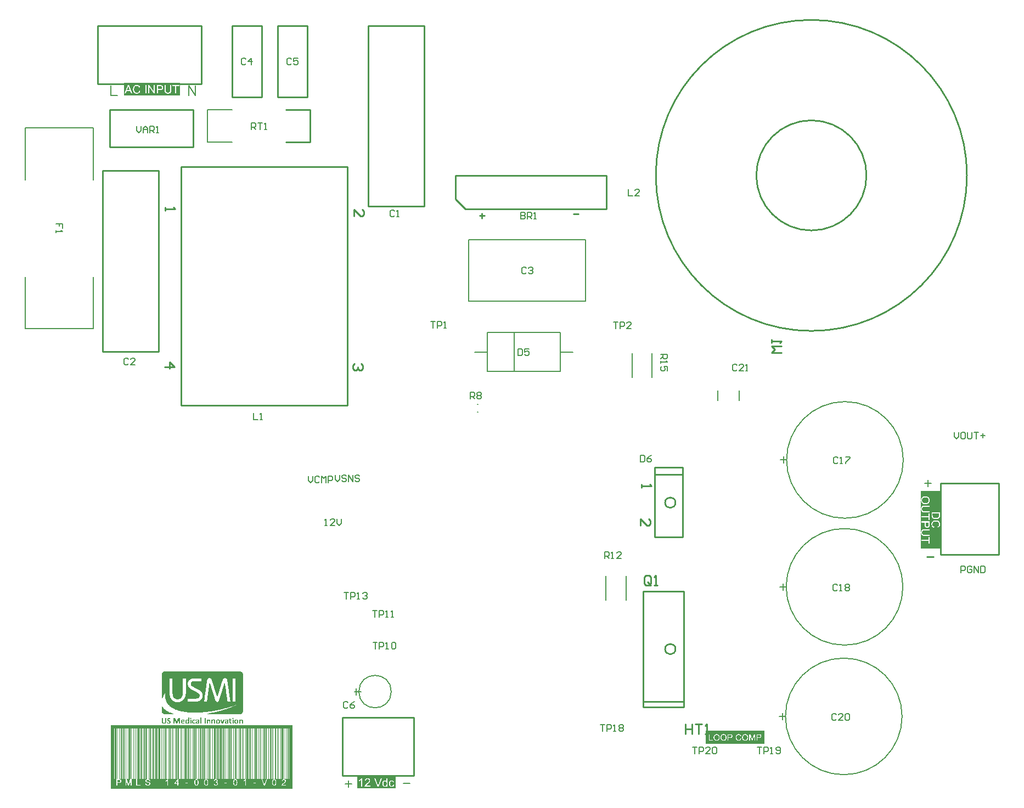
<source format=gto>
G04 Layer_Color=65535*
%FSLAX24Y24*%
%MOIN*%
G70*
G01*
G75*
%ADD94C,0.0100*%
%ADD95C,0.0079*%
%ADD96C,0.0010*%
%ADD97C,0.0080*%
G36*
X40496Y36102D02*
X40503Y36101D01*
X40504D01*
X40505Y36100D01*
X40507D01*
X40509Y36100D01*
X40515Y36098D01*
X40522Y36096D01*
X40523D01*
X40524Y36095D01*
X40527Y36094D01*
X40532Y36092D01*
X40538Y36089D01*
X40538D01*
X40539Y36088D01*
X40542Y36086D01*
X40545Y36085D01*
X40547Y36082D01*
X40548Y36082D01*
X40549Y36081D01*
X40550Y36079D01*
X40551Y36077D01*
Y36077D01*
X40552Y36076D01*
X40553Y36072D01*
Y36072D01*
X40554Y36071D01*
Y36068D01*
X40554Y36065D01*
Y36064D01*
X40555Y36062D01*
Y36058D01*
Y36054D01*
Y36053D01*
Y36051D01*
Y36049D01*
X40554Y36045D01*
X40554Y36039D01*
X40553Y36035D01*
X40552Y36033D01*
X40551Y36032D01*
X40550Y36030D01*
X40548Y36028D01*
X40545Y36027D01*
X40545D01*
X40543Y36027D01*
X40540Y36029D01*
X40536Y36030D01*
X40536Y36031D01*
X40533Y36033D01*
X40529Y36035D01*
X40524Y36038D01*
X40523Y36039D01*
X40520Y36041D01*
X40515Y36043D01*
X40508Y36046D01*
X40507D01*
X40506Y36047D01*
X40504Y36047D01*
X40502Y36048D01*
X40495Y36050D01*
X40486Y36050D01*
X40482D01*
X40477Y36049D01*
X40472Y36048D01*
X40465Y36045D01*
X40459Y36042D01*
X40453Y36037D01*
X40447Y36030D01*
X40447Y36029D01*
X40446Y36027D01*
X40443Y36022D01*
X40441Y36016D01*
X40438Y36008D01*
X40436Y35998D01*
X40435Y35986D01*
X40434Y35973D01*
Y35972D01*
Y35970D01*
Y35966D01*
X40435Y35962D01*
Y35956D01*
X40435Y35951D01*
X40437Y35940D01*
Y35939D01*
X40438Y35937D01*
X40439Y35935D01*
X40440Y35931D01*
X40443Y35923D01*
X40447Y35916D01*
X40448Y35915D01*
X40449Y35914D01*
X40452Y35910D01*
X40457Y35905D01*
X40464Y35901D01*
X40464D01*
X40465Y35901D01*
X40468Y35900D01*
X40470Y35899D01*
X40474Y35898D01*
X40478Y35898D01*
X40487Y35897D01*
X40492D01*
X40495Y35898D01*
X40502Y35899D01*
X40510Y35901D01*
X40510D01*
X40512Y35901D01*
X40514Y35902D01*
X40516Y35904D01*
X40521Y35906D01*
X40527Y35910D01*
X40528D01*
X40529Y35910D01*
X40532Y35913D01*
X40536Y35916D01*
X40539Y35919D01*
X40540Y35919D01*
X40542Y35921D01*
X40545Y35922D01*
X40548Y35923D01*
X40549D01*
X40550Y35922D01*
X40551Y35921D01*
X40552D01*
X40553Y35920D01*
X40553Y35919D01*
X40554Y35916D01*
Y35916D01*
X40554Y35914D01*
X40555Y35911D01*
X40556Y35907D01*
Y35906D01*
X40556Y35904D01*
Y35899D01*
Y35893D01*
Y35892D01*
Y35890D01*
Y35886D01*
X40556Y35882D01*
Y35881D01*
X40555Y35879D01*
Y35877D01*
X40554Y35874D01*
Y35874D01*
X40554Y35872D01*
X40553Y35869D01*
Y35869D01*
X40552Y35868D01*
X40551Y35866D01*
X40549Y35865D01*
X40548Y35864D01*
X40547Y35863D01*
X40543Y35860D01*
X40538Y35857D01*
X40538D01*
X40537Y35857D01*
X40533Y35855D01*
X40528Y35853D01*
X40521Y35850D01*
X40521D01*
X40520Y35849D01*
X40518Y35848D01*
X40515Y35848D01*
X40509Y35847D01*
X40500Y35845D01*
X40500D01*
X40498Y35844D01*
X40496D01*
X40493Y35844D01*
X40486Y35843D01*
X40477Y35842D01*
X40473D01*
X40467Y35843D01*
X40461Y35844D01*
X40453Y35844D01*
X40446Y35846D01*
X40437Y35848D01*
X40429Y35850D01*
X40429Y35851D01*
X40426Y35852D01*
X40422Y35854D01*
X40417Y35856D01*
X40412Y35860D01*
X40406Y35864D01*
X40400Y35869D01*
X40395Y35875D01*
X40394Y35875D01*
X40392Y35878D01*
X40390Y35881D01*
X40387Y35886D01*
X40383Y35892D01*
X40380Y35898D01*
X40376Y35906D01*
X40373Y35914D01*
Y35916D01*
X40372Y35919D01*
X40372Y35923D01*
X40370Y35930D01*
X40369Y35938D01*
X40368Y35947D01*
X40367Y35957D01*
X40367Y35968D01*
Y35969D01*
Y35970D01*
Y35972D01*
Y35974D01*
X40367Y35981D01*
X40368Y35988D01*
X40369Y35998D01*
X40370Y36008D01*
X40372Y36018D01*
X40375Y36028D01*
X40376Y36029D01*
X40377Y36032D01*
X40379Y36037D01*
X40381Y36043D01*
X40385Y36050D01*
X40389Y36056D01*
X40394Y36063D01*
X40399Y36070D01*
X40400Y36071D01*
X40402Y36073D01*
X40405Y36076D01*
X40410Y36080D01*
X40415Y36083D01*
X40422Y36088D01*
X40428Y36092D01*
X40436Y36095D01*
X40437Y36095D01*
X40440Y36096D01*
X40444Y36097D01*
X40450Y36099D01*
X40457Y36101D01*
X40465Y36102D01*
X40474Y36103D01*
X40483Y36103D01*
X40490D01*
X40496Y36102D01*
D02*
G37*
G36*
X41402Y36103D02*
X41408Y36103D01*
X41414Y36102D01*
X41421Y36101D01*
X41428Y36098D01*
X41434Y36096D01*
X41435Y36095D01*
X41437Y36095D01*
X41440Y36093D01*
X41444Y36091D01*
X41447Y36088D01*
X41452Y36083D01*
X41456Y36079D01*
X41460Y36074D01*
X41461Y36074D01*
X41462Y36072D01*
X41464Y36069D01*
X41465Y36065D01*
X41468Y36061D01*
X41470Y36056D01*
X41473Y36050D01*
X41474Y36043D01*
Y36042D01*
X41475Y36040D01*
X41476Y36036D01*
X41477Y36031D01*
X41478Y36024D01*
X41479Y36017D01*
X41479Y36009D01*
Y36000D01*
Y35857D01*
Y35856D01*
Y35855D01*
X41479Y35854D01*
X41477Y35852D01*
X41477D01*
X41476Y35851D01*
X41474Y35850D01*
X41472Y35849D01*
X41471D01*
X41470Y35848D01*
X41466D01*
X41462Y35848D01*
X41461D01*
X41458Y35847D01*
X41453Y35847D01*
X41441D01*
X41436Y35847D01*
X41431Y35848D01*
X41429D01*
X41427Y35848D01*
X41424D01*
X41421Y35849D01*
X41420D01*
X41419Y35850D01*
X41417Y35851D01*
X41416Y35852D01*
Y35853D01*
X41415Y35853D01*
X41414Y35857D01*
Y35989D01*
Y35990D01*
Y35992D01*
Y35995D01*
X41414Y35999D01*
X41413Y36007D01*
X41413Y36012D01*
X41411Y36015D01*
Y36016D01*
X41411Y36017D01*
X41410Y36019D01*
X41410Y36021D01*
X41407Y36026D01*
X41404Y36032D01*
Y36032D01*
X41404Y36033D01*
X41401Y36036D01*
X41398Y36039D01*
X41392Y36042D01*
X41392D01*
X41391Y36043D01*
X41387Y36045D01*
X41382Y36046D01*
X41375Y36047D01*
X41373D01*
X41371Y36046D01*
X41368Y36045D01*
X41363Y36044D01*
X41359Y36042D01*
X41354Y36040D01*
X41349Y36037D01*
X41349Y36036D01*
X41347Y36035D01*
X41345Y36033D01*
X41342Y36030D01*
X41337Y36027D01*
X41333Y36022D01*
X41328Y36017D01*
X41324Y36011D01*
Y35857D01*
Y35856D01*
Y35855D01*
X41323Y35854D01*
X41322Y35852D01*
X41321D01*
X41321Y35851D01*
X41319Y35850D01*
X41316Y35849D01*
X41316D01*
X41314Y35848D01*
X41310D01*
X41306Y35848D01*
X41305D01*
X41302Y35847D01*
X41297Y35847D01*
X41285D01*
X41280Y35847D01*
X41274Y35848D01*
X41273D01*
X41271Y35848D01*
X41268D01*
X41265Y35849D01*
X41264D01*
X41263Y35850D01*
X41261Y35851D01*
X41259Y35852D01*
Y35853D01*
X41259Y35853D01*
X41258Y35857D01*
Y36088D01*
Y36089D01*
Y36090D01*
X41259Y36093D01*
Y36094D01*
X41261Y36094D01*
X41262Y36095D01*
X41264Y36096D01*
X41264D01*
X41266Y36097D01*
X41269Y36097D01*
X41273Y36098D01*
X41274D01*
X41276Y36098D01*
X41280Y36099D01*
X41291D01*
X41295Y36098D01*
X41300Y36098D01*
X41301D01*
X41303Y36097D01*
X41306Y36097D01*
X41308Y36096D01*
X41309D01*
X41310Y36095D01*
X41311Y36094D01*
X41312Y36093D01*
X41313Y36092D01*
X41313Y36092D01*
X41314Y36090D01*
Y36088D01*
Y36062D01*
X41315Y36063D01*
X41317Y36065D01*
X41321Y36069D01*
X41326Y36074D01*
X41331Y36079D01*
X41338Y36084D01*
X41345Y36089D01*
X41352Y36093D01*
X41354Y36094D01*
X41356Y36095D01*
X41360Y36097D01*
X41365Y36098D01*
X41372Y36100D01*
X41378Y36102D01*
X41386Y36103D01*
X41394Y36104D01*
X41398D01*
X41402Y36103D01*
D02*
G37*
G36*
X41688D02*
X41693Y36103D01*
X41700Y36102D01*
X41706Y36101D01*
X41713Y36098D01*
X41720Y36096D01*
X41720Y36095D01*
X41723Y36095D01*
X41725Y36093D01*
X41729Y36091D01*
X41733Y36088D01*
X41738Y36083D01*
X41742Y36079D01*
X41746Y36074D01*
X41746Y36074D01*
X41747Y36072D01*
X41749Y36069D01*
X41751Y36065D01*
X41753Y36061D01*
X41756Y36056D01*
X41758Y36050D01*
X41760Y36043D01*
Y36042D01*
X41761Y36040D01*
X41762Y36036D01*
X41762Y36031D01*
X41764Y36024D01*
X41764Y36017D01*
X41765Y36009D01*
Y36000D01*
Y35857D01*
Y35856D01*
Y35855D01*
X41764Y35854D01*
X41763Y35852D01*
X41762D01*
X41762Y35851D01*
X41760Y35850D01*
X41758Y35849D01*
X41757D01*
X41755Y35848D01*
X41752D01*
X41747Y35848D01*
X41746D01*
X41743Y35847D01*
X41738Y35847D01*
X41727D01*
X41722Y35847D01*
X41716Y35848D01*
X41715D01*
X41712Y35848D01*
X41709D01*
X41706Y35849D01*
X41706D01*
X41705Y35850D01*
X41703Y35851D01*
X41701Y35852D01*
Y35853D01*
X41700Y35853D01*
X41700Y35857D01*
Y35989D01*
Y35990D01*
Y35992D01*
Y35995D01*
X41699Y35999D01*
X41699Y36007D01*
X41698Y36012D01*
X41697Y36015D01*
Y36016D01*
X41696Y36017D01*
X41696Y36019D01*
X41695Y36021D01*
X41693Y36026D01*
X41690Y36032D01*
Y36032D01*
X41689Y36033D01*
X41687Y36036D01*
X41683Y36039D01*
X41678Y36042D01*
X41677D01*
X41676Y36043D01*
X41673Y36045D01*
X41667Y36046D01*
X41661Y36047D01*
X41658D01*
X41656Y36046D01*
X41653Y36045D01*
X41649Y36044D01*
X41645Y36042D01*
X41640Y36040D01*
X41635Y36037D01*
X41634Y36036D01*
X41633Y36035D01*
X41630Y36033D01*
X41627Y36030D01*
X41623Y36027D01*
X41619Y36022D01*
X41614Y36017D01*
X41609Y36011D01*
Y35857D01*
Y35856D01*
Y35855D01*
X41609Y35854D01*
X41607Y35852D01*
X41607D01*
X41606Y35851D01*
X41604Y35850D01*
X41602Y35849D01*
X41601D01*
X41599Y35848D01*
X41596D01*
X41592Y35848D01*
X41590D01*
X41587Y35847D01*
X41583Y35847D01*
X41571D01*
X41565Y35847D01*
X41560Y35848D01*
X41559D01*
X41556Y35848D01*
X41553D01*
X41550Y35849D01*
X41550D01*
X41548Y35850D01*
X41547Y35851D01*
X41545Y35852D01*
Y35853D01*
X41544Y35853D01*
X41544Y35857D01*
Y36088D01*
Y36089D01*
Y36090D01*
X41545Y36093D01*
Y36094D01*
X41546Y36094D01*
X41547Y36095D01*
X41549Y36096D01*
X41550D01*
X41551Y36097D01*
X41554Y36097D01*
X41558Y36098D01*
X41559D01*
X41562Y36098D01*
X41566Y36099D01*
X41576D01*
X41581Y36098D01*
X41585Y36098D01*
X41586D01*
X41588Y36097D01*
X41591Y36097D01*
X41593Y36096D01*
X41594D01*
X41595Y36095D01*
X41596Y36094D01*
X41598Y36093D01*
X41598Y36092D01*
X41599Y36092D01*
X41599Y36090D01*
Y36088D01*
Y36062D01*
X41600Y36063D01*
X41603Y36065D01*
X41607Y36069D01*
X41612Y36074D01*
X41617Y36079D01*
X41624Y36084D01*
X41631Y36089D01*
X41638Y36093D01*
X41639Y36094D01*
X41642Y36095D01*
X41646Y36097D01*
X41651Y36098D01*
X41657Y36100D01*
X41664Y36102D01*
X41672Y36103D01*
X41679Y36104D01*
X41684D01*
X41688Y36103D01*
D02*
G37*
G36*
X39608Y36183D02*
X39612Y36182D01*
X39613Y36181D01*
X39615Y36181D01*
X39618Y36179D01*
X39620Y36176D01*
X39621Y36176D01*
X39622Y36174D01*
X39624Y36172D01*
X39626Y36168D01*
X39626Y36167D01*
X39627Y36165D01*
X39628Y36161D01*
Y36157D01*
Y35857D01*
Y35857D01*
Y35856D01*
X39627Y35854D01*
X39626Y35852D01*
X39625Y35851D01*
X39623Y35850D01*
X39620Y35849D01*
X39620D01*
X39618Y35848D01*
X39614D01*
X39610Y35848D01*
X39609D01*
X39606Y35847D01*
X39601Y35847D01*
X39589D01*
X39584Y35847D01*
X39579Y35848D01*
X39578D01*
X39575Y35848D01*
X39572D01*
X39569Y35849D01*
X39569D01*
X39568Y35850D01*
X39566Y35851D01*
X39564Y35852D01*
Y35853D01*
X39563Y35854D01*
X39563Y35857D01*
Y36131D01*
X39562D01*
X39465Y35857D01*
Y35857D01*
X39464Y35856D01*
X39461Y35851D01*
X39461D01*
X39459Y35850D01*
X39458Y35850D01*
X39455Y35848D01*
X39454D01*
X39452Y35848D01*
X39449D01*
X39444Y35847D01*
X39440D01*
X39436Y35847D01*
X39424D01*
X39420Y35847D01*
X39414Y35848D01*
X39413D01*
X39411Y35848D01*
X39408D01*
X39404Y35849D01*
X39403D01*
X39402Y35850D01*
X39398Y35852D01*
X39397Y35853D01*
X39397Y35854D01*
X39396Y35856D01*
X39395Y35857D01*
X39301Y36131D01*
Y35857D01*
Y35857D01*
Y35856D01*
X39300Y35854D01*
X39299Y35852D01*
X39298Y35851D01*
X39296Y35850D01*
X39293Y35849D01*
X39293D01*
X39291Y35848D01*
X39287D01*
X39283Y35848D01*
X39282D01*
X39279Y35847D01*
X39274Y35847D01*
X39262D01*
X39257Y35847D01*
X39252Y35848D01*
X39251D01*
X39248Y35848D01*
X39245D01*
X39242Y35849D01*
X39241D01*
X39240Y35850D01*
X39238Y35851D01*
X39237Y35852D01*
Y35853D01*
X39236Y35854D01*
X39236Y35857D01*
Y36157D01*
Y36157D01*
Y36159D01*
X39236Y36161D01*
Y36164D01*
X39239Y36171D01*
X39240Y36174D01*
X39242Y36177D01*
X39243Y36178D01*
X39244Y36178D01*
X39245Y36179D01*
X39247Y36181D01*
X39253Y36183D01*
X39257Y36184D01*
X39313D01*
X39320Y36183D01*
X39327Y36182D01*
X39327D01*
X39328Y36181D01*
X39331Y36181D01*
X39336Y36178D01*
X39341Y36175D01*
X39342D01*
X39342Y36175D01*
X39345Y36172D01*
X39348Y36169D01*
X39352Y36163D01*
Y36163D01*
X39352Y36162D01*
X39354Y36158D01*
X39357Y36152D01*
X39359Y36145D01*
X39432Y35945D01*
X39433D01*
X39508Y36145D01*
Y36145D01*
X39509Y36146D01*
X39509Y36148D01*
X39510Y36151D01*
X39512Y36157D01*
X39515Y36163D01*
Y36163D01*
X39516Y36164D01*
X39518Y36167D01*
X39521Y36171D01*
X39525Y36175D01*
X39526Y36176D01*
X39528Y36178D01*
X39533Y36180D01*
X39537Y36182D01*
X39538D01*
X39539Y36182D01*
X39542Y36183D01*
X39548Y36184D01*
X39554Y36184D01*
X39604D01*
X39608Y36183D01*
D02*
G37*
G36*
X38769Y36185D02*
X38774Y36185D01*
X38775D01*
X38777Y36184D01*
X38781Y36184D01*
X38784Y36183D01*
X38784D01*
X38786Y36182D01*
X38788Y36181D01*
X38790Y36179D01*
X38790Y36179D01*
X38791Y36178D01*
X38792Y36176D01*
Y36175D01*
Y35973D01*
Y35973D01*
Y35972D01*
Y35970D01*
Y35968D01*
X38791Y35962D01*
X38790Y35955D01*
X38789Y35946D01*
X38787Y35937D01*
X38785Y35927D01*
X38782Y35917D01*
X38781Y35916D01*
X38780Y35913D01*
X38778Y35909D01*
X38775Y35904D01*
X38771Y35897D01*
X38767Y35890D01*
X38762Y35883D01*
X38755Y35877D01*
X38754Y35876D01*
X38752Y35874D01*
X38748Y35871D01*
X38743Y35867D01*
X38737Y35863D01*
X38729Y35859D01*
X38721Y35854D01*
X38712Y35851D01*
X38710Y35850D01*
X38707Y35850D01*
X38701Y35848D01*
X38695Y35847D01*
X38686Y35845D01*
X38676Y35844D01*
X38664Y35843D01*
X38652Y35842D01*
X38647D01*
X38641Y35843D01*
X38633Y35844D01*
X38625Y35844D01*
X38615Y35846D01*
X38605Y35848D01*
X38595Y35850D01*
X38594Y35851D01*
X38591Y35851D01*
X38586Y35854D01*
X38580Y35856D01*
X38573Y35859D01*
X38566Y35863D01*
X38559Y35868D01*
X38552Y35874D01*
X38552Y35874D01*
X38549Y35877D01*
X38546Y35880D01*
X38543Y35885D01*
X38539Y35890D01*
X38534Y35898D01*
X38530Y35905D01*
X38526Y35914D01*
X38525Y35915D01*
X38525Y35918D01*
X38523Y35923D01*
X38522Y35930D01*
X38520Y35938D01*
X38518Y35948D01*
X38518Y35958D01*
X38517Y35970D01*
Y36175D01*
Y36175D01*
Y36176D01*
X38518Y36179D01*
X38519Y36180D01*
X38519Y36181D01*
X38521Y36182D01*
X38524Y36183D01*
X38524D01*
X38527Y36184D01*
X38530Y36184D01*
X38534Y36185D01*
X38536D01*
X38539Y36185D01*
X38544Y36186D01*
X38557D01*
X38562Y36185D01*
X38567Y36185D01*
X38569D01*
X38571Y36184D01*
X38575Y36184D01*
X38578Y36183D01*
X38578D01*
X38580Y36182D01*
X38582Y36181D01*
X38584Y36179D01*
X38584Y36179D01*
X38585Y36178D01*
X38585Y36176D01*
Y36175D01*
Y35976D01*
Y35976D01*
Y35973D01*
Y35969D01*
X38586Y35964D01*
X38587Y35959D01*
X38587Y35953D01*
X38590Y35941D01*
Y35941D01*
X38591Y35939D01*
X38592Y35937D01*
X38594Y35933D01*
X38598Y35925D01*
X38604Y35917D01*
X38605Y35917D01*
X38606Y35916D01*
X38608Y35914D01*
X38611Y35912D01*
X38617Y35907D01*
X38626Y35903D01*
X38627D01*
X38629Y35902D01*
X38631Y35902D01*
X38635Y35901D01*
X38639Y35900D01*
X38644Y35899D01*
X38655Y35898D01*
X38661D01*
X38665Y35899D01*
X38674Y35900D01*
X38684Y35903D01*
X38685D01*
X38686Y35904D01*
X38688Y35905D01*
X38691Y35907D01*
X38698Y35911D01*
X38706Y35917D01*
X38706Y35918D01*
X38707Y35919D01*
X38709Y35921D01*
X38711Y35924D01*
X38713Y35928D01*
X38715Y35931D01*
X38720Y35941D01*
Y35941D01*
X38720Y35943D01*
X38721Y35946D01*
X38722Y35950D01*
X38723Y35955D01*
X38724Y35960D01*
X38724Y35972D01*
Y36175D01*
Y36175D01*
Y36176D01*
X38726Y36179D01*
X38726Y36180D01*
X38727Y36181D01*
X38729Y36182D01*
X38731Y36183D01*
X38732D01*
X38734Y36184D01*
X38738Y36184D01*
X38742Y36185D01*
X38743D01*
X38747Y36185D01*
X38751Y36186D01*
X38763D01*
X38769Y36185D01*
D02*
G37*
G36*
X52745Y31923D02*
X50401D01*
Y32622D01*
X52745D01*
Y31923D01*
D02*
G37*
G36*
X42313Y36098D02*
X42314D01*
X42316Y36098D01*
X42319Y36097D01*
X42323Y36096D01*
X42323D01*
X42324Y36095D01*
X42326Y36094D01*
X42327Y36093D01*
X42328Y36092D01*
X42329Y36089D01*
Y36088D01*
Y36085D01*
Y36084D01*
X42328Y36081D01*
Y36080D01*
X42327Y36080D01*
X42327Y36076D01*
Y36075D01*
X42326Y36074D01*
X42326Y36072D01*
X42325Y36070D01*
X42255Y35860D01*
Y35860D01*
X42255Y35857D01*
X42253Y35855D01*
X42252Y35853D01*
X42251Y35852D01*
X42250Y35851D01*
X42248Y35850D01*
X42244Y35849D01*
X42244D01*
X42241Y35848D01*
X42237Y35848D01*
X42231Y35847D01*
X42225D01*
X42222Y35847D01*
X42201D01*
X42193Y35847D01*
X42185Y35848D01*
X42184D01*
X42181Y35848D01*
X42176Y35849D01*
X42172Y35850D01*
X42171D01*
X42169Y35851D01*
X42167Y35851D01*
X42164Y35853D01*
Y35854D01*
X42163Y35855D01*
X42163Y35857D01*
X42161Y35860D01*
X42092Y36070D01*
Y36071D01*
X42091Y36073D01*
X42090Y36076D01*
X42089Y36079D01*
Y36080D01*
Y36082D01*
X42088Y36083D01*
Y36085D01*
Y36086D01*
Y36086D01*
Y36089D01*
Y36089D01*
Y36090D01*
X42089Y36093D01*
X42090Y36094D01*
X42091Y36094D01*
X42092Y36095D01*
X42095Y36096D01*
X42095Y36097D01*
X42097Y36097D01*
X42100Y36098D01*
X42104Y36098D01*
X42106D01*
X42109Y36099D01*
X42127D01*
X42133Y36098D01*
X42138Y36098D01*
X42139D01*
X42142Y36097D01*
X42145Y36097D01*
X42148Y36096D01*
X42149D01*
X42150Y36095D01*
X42152Y36094D01*
X42153Y36092D01*
X42154Y36092D01*
X42154Y36091D01*
X42156Y36088D01*
X42208Y35917D01*
X42210Y35911D01*
X42212Y35917D01*
X42264Y36088D01*
Y36088D01*
X42264Y36089D01*
X42266Y36092D01*
X42267Y36093D01*
X42267Y36094D01*
X42269Y36095D01*
X42271Y36096D01*
X42272D01*
X42274Y36097D01*
X42277Y36097D01*
X42281Y36098D01*
X42282D01*
X42285Y36098D01*
X42291Y36099D01*
X42308D01*
X42313Y36098D01*
D02*
G37*
G36*
X43375Y36103D02*
X43380Y36103D01*
X43387Y36102D01*
X43393Y36101D01*
X43400Y36098D01*
X43407Y36096D01*
X43407Y36095D01*
X43410Y36095D01*
X43412Y36093D01*
X43416Y36091D01*
X43420Y36088D01*
X43425Y36083D01*
X43429Y36079D01*
X43433Y36074D01*
X43433Y36074D01*
X43434Y36072D01*
X43436Y36069D01*
X43438Y36065D01*
X43440Y36061D01*
X43443Y36056D01*
X43445Y36050D01*
X43447Y36043D01*
Y36042D01*
X43448Y36040D01*
X43449Y36036D01*
X43449Y36031D01*
X43451Y36024D01*
X43451Y36017D01*
X43452Y36009D01*
Y36000D01*
Y35857D01*
Y35856D01*
Y35855D01*
X43451Y35854D01*
X43450Y35852D01*
X43449D01*
X43449Y35851D01*
X43447Y35850D01*
X43445Y35849D01*
X43444D01*
X43442Y35848D01*
X43439D01*
X43434Y35848D01*
X43433D01*
X43430Y35847D01*
X43425Y35847D01*
X43414D01*
X43409Y35847D01*
X43403Y35848D01*
X43402D01*
X43400Y35848D01*
X43397D01*
X43393Y35849D01*
X43393D01*
X43392Y35850D01*
X43390Y35851D01*
X43388Y35852D01*
Y35853D01*
X43387Y35853D01*
X43387Y35857D01*
Y35989D01*
Y35990D01*
Y35992D01*
Y35995D01*
X43386Y35999D01*
X43386Y36007D01*
X43385Y36012D01*
X43384Y36015D01*
Y36016D01*
X43383Y36017D01*
X43383Y36019D01*
X43382Y36021D01*
X43380Y36026D01*
X43377Y36032D01*
Y36032D01*
X43376Y36033D01*
X43374Y36036D01*
X43370Y36039D01*
X43365Y36042D01*
X43364D01*
X43363Y36043D01*
X43360Y36045D01*
X43354Y36046D01*
X43348Y36047D01*
X43345D01*
X43343Y36046D01*
X43340Y36045D01*
X43336Y36044D01*
X43332Y36042D01*
X43327Y36040D01*
X43322Y36037D01*
X43321Y36036D01*
X43320Y36035D01*
X43317Y36033D01*
X43314Y36030D01*
X43310Y36027D01*
X43306Y36022D01*
X43301Y36017D01*
X43296Y36011D01*
Y35857D01*
Y35856D01*
Y35855D01*
X43296Y35854D01*
X43294Y35852D01*
X43294D01*
X43293Y35851D01*
X43291Y35850D01*
X43289Y35849D01*
X43288D01*
X43287Y35848D01*
X43283D01*
X43279Y35848D01*
X43278D01*
X43274Y35847D01*
X43270Y35847D01*
X43258D01*
X43252Y35847D01*
X43247Y35848D01*
X43246D01*
X43243Y35848D01*
X43240D01*
X43237Y35849D01*
X43237D01*
X43235Y35850D01*
X43234Y35851D01*
X43232Y35852D01*
Y35853D01*
X43231Y35853D01*
X43231Y35857D01*
Y36088D01*
Y36089D01*
Y36090D01*
X43232Y36093D01*
Y36094D01*
X43233Y36094D01*
X43234Y36095D01*
X43236Y36096D01*
X43237D01*
X43238Y36097D01*
X43241Y36097D01*
X43245Y36098D01*
X43246D01*
X43249Y36098D01*
X43253Y36099D01*
X43263D01*
X43268Y36098D01*
X43272Y36098D01*
X43273D01*
X43275Y36097D01*
X43278Y36097D01*
X43281Y36096D01*
X43281D01*
X43282Y36095D01*
X43284Y36094D01*
X43285Y36093D01*
X43285Y36092D01*
X43286Y36092D01*
X43287Y36090D01*
Y36088D01*
Y36062D01*
X43287Y36063D01*
X43290Y36065D01*
X43294Y36069D01*
X43299Y36074D01*
X43304Y36079D01*
X43311Y36084D01*
X43318Y36089D01*
X43325Y36093D01*
X43326Y36094D01*
X43329Y36095D01*
X43333Y36097D01*
X43338Y36098D01*
X43344Y36100D01*
X43351Y36102D01*
X43359Y36103D01*
X43366Y36104D01*
X43371D01*
X43375Y36103D01*
D02*
G37*
G36*
X42854Y36200D02*
X42859Y36199D01*
X42869Y36198D01*
X42873Y36195D01*
X42877Y36193D01*
X42877Y36192D01*
X42878Y36191D01*
X42879Y36190D01*
X42881Y36187D01*
X42882Y36183D01*
X42883Y36178D01*
X42884Y36173D01*
X42884Y36166D01*
Y36166D01*
Y36163D01*
X42884Y36160D01*
X42883Y36155D01*
X42881Y36147D01*
X42879Y36143D01*
X42876Y36139D01*
X42875D01*
X42874Y36138D01*
X42872Y36137D01*
X42869Y36136D01*
X42865Y36134D01*
X42860Y36133D01*
X42854Y36133D01*
X42847Y36132D01*
X42843D01*
X42839Y36133D01*
X42835Y36133D01*
X42824Y36135D01*
X42820Y36137D01*
X42817Y36139D01*
Y36140D01*
X42815Y36140D01*
X42814Y36142D01*
X42813Y36145D01*
X42812Y36149D01*
X42811Y36153D01*
X42810Y36158D01*
X42809Y36165D01*
Y36166D01*
Y36168D01*
X42810Y36172D01*
X42811Y36176D01*
X42813Y36185D01*
X42815Y36189D01*
X42817Y36193D01*
X42818Y36193D01*
X42819Y36194D01*
X42821Y36195D01*
X42824Y36197D01*
X42828Y36198D01*
X42833Y36199D01*
X42839Y36200D01*
X42847Y36201D01*
X42850D01*
X42854Y36200D01*
D02*
G37*
G36*
X75146Y34612D02*
X71558D01*
Y35410D01*
X75146D01*
Y34612D01*
D02*
G37*
G36*
X46457Y31890D02*
X35433D01*
Y35739D01*
X46457D01*
Y31890D01*
D02*
G37*
G36*
X40290Y36200D02*
X40295Y36199D01*
X40305Y36198D01*
X40309Y36195D01*
X40313Y36193D01*
X40313Y36192D01*
X40314Y36191D01*
X40315Y36190D01*
X40317Y36187D01*
X40318Y36183D01*
X40319Y36178D01*
X40320Y36173D01*
X40321Y36166D01*
Y36166D01*
Y36163D01*
X40320Y36160D01*
X40319Y36155D01*
X40317Y36147D01*
X40315Y36143D01*
X40312Y36139D01*
X40312D01*
X40310Y36138D01*
X40309Y36137D01*
X40306Y36136D01*
X40301Y36134D01*
X40297Y36133D01*
X40290Y36133D01*
X40283Y36132D01*
X40279D01*
X40276Y36133D01*
X40271Y36133D01*
X40260Y36135D01*
X40256Y36137D01*
X40253Y36139D01*
Y36140D01*
X40251Y36140D01*
X40250Y36142D01*
X40249Y36145D01*
X40248Y36149D01*
X40247Y36153D01*
X40246Y36158D01*
X40245Y36165D01*
Y36166D01*
Y36168D01*
X40246Y36172D01*
X40247Y36176D01*
X40249Y36185D01*
X40251Y36189D01*
X40253Y36193D01*
X40254Y36193D01*
X40255Y36194D01*
X40257Y36195D01*
X40260Y36197D01*
X40264Y36198D01*
X40269Y36199D01*
X40276Y36200D01*
X40283Y36201D01*
X40286D01*
X40290Y36200D01*
D02*
G37*
G36*
X40163Y36208D02*
X40167Y36208D01*
X40169D01*
X40171Y36207D01*
X40175Y36207D01*
X40178Y36205D01*
X40178D01*
X40179Y36205D01*
X40181Y36204D01*
X40183Y36202D01*
X40184D01*
X40184Y36201D01*
X40185Y36199D01*
Y36198D01*
Y35857D01*
Y35856D01*
Y35855D01*
X40184Y35854D01*
X40183Y35852D01*
X40182Y35851D01*
X40181Y35850D01*
X40179Y35849D01*
X40178D01*
X40176Y35848D01*
X40174Y35848D01*
X40170Y35847D01*
X40167D01*
X40163Y35847D01*
X40147D01*
X40143Y35847D01*
X40143D01*
X40140Y35848D01*
X40138Y35848D01*
X40135Y35849D01*
X40134D01*
X40133Y35850D01*
X40130Y35852D01*
Y35853D01*
X40129Y35853D01*
X40129Y35857D01*
Y35883D01*
X40128Y35882D01*
X40126Y35880D01*
X40122Y35876D01*
X40117Y35872D01*
X40112Y35867D01*
X40106Y35862D01*
X40099Y35857D01*
X40092Y35853D01*
X40091Y35852D01*
X40088Y35851D01*
X40084Y35850D01*
X40079Y35848D01*
X40072Y35845D01*
X40065Y35844D01*
X40057Y35843D01*
X40048Y35842D01*
X40044D01*
X40038Y35843D01*
X40032Y35844D01*
X40025Y35845D01*
X40018Y35847D01*
X40010Y35849D01*
X40003Y35853D01*
X40002Y35853D01*
X40000Y35854D01*
X39997Y35857D01*
X39992Y35860D01*
X39988Y35864D01*
X39983Y35869D01*
X39978Y35874D01*
X39973Y35880D01*
X39973Y35881D01*
X39971Y35883D01*
X39970Y35887D01*
X39967Y35892D01*
X39964Y35898D01*
X39961Y35905D01*
X39959Y35912D01*
X39956Y35920D01*
Y35922D01*
X39956Y35925D01*
X39955Y35929D01*
X39954Y35935D01*
X39953Y35943D01*
X39952Y35951D01*
X39952Y35960D01*
Y35970D01*
Y35970D01*
Y35971D01*
Y35973D01*
Y35975D01*
X39952Y35981D01*
Y35988D01*
X39953Y35997D01*
X39955Y36006D01*
X39956Y36015D01*
X39958Y36025D01*
X39959Y36026D01*
X39959Y36029D01*
X39961Y36034D01*
X39963Y36039D01*
X39966Y36046D01*
X39969Y36053D01*
X39973Y36060D01*
X39977Y36067D01*
X39978Y36068D01*
X39980Y36070D01*
X39982Y36073D01*
X39986Y36077D01*
X39991Y36082D01*
X39996Y36086D01*
X40002Y36091D01*
X40009Y36094D01*
X40009Y36095D01*
X40012Y36096D01*
X40016Y36097D01*
X40021Y36099D01*
X40028Y36101D01*
X40035Y36103D01*
X40044Y36103D01*
X40053Y36104D01*
X40056D01*
X40060Y36103D01*
X40065Y36103D01*
X40070Y36102D01*
X40076Y36100D01*
X40082Y36098D01*
X40088Y36095D01*
X40089Y36095D01*
X40091Y36094D01*
X40094Y36092D01*
X40098Y36089D01*
X40103Y36086D01*
X40108Y36083D01*
X40114Y36078D01*
X40120Y36072D01*
Y36198D01*
Y36198D01*
Y36199D01*
X40121Y36202D01*
Y36202D01*
X40122Y36203D01*
X40123Y36204D01*
X40126Y36205D01*
X40126Y36206D01*
X40129Y36207D01*
X40132Y36207D01*
X40136Y36208D01*
X40137D01*
X40141Y36208D01*
X40146Y36209D01*
X40158D01*
X40163Y36208D01*
D02*
G37*
G36*
X38977Y36189D02*
X38986Y36188D01*
X38987D01*
X38988Y36187D01*
X38991D01*
X38994Y36187D01*
X39001Y36185D01*
X39009Y36183D01*
X39009D01*
X39010Y36182D01*
X39012Y36182D01*
X39015Y36181D01*
X39021Y36179D01*
X39027Y36176D01*
X39027D01*
X39028Y36175D01*
X39031Y36174D01*
X39035Y36172D01*
X39037Y36170D01*
X39038Y36169D01*
X39039Y36169D01*
X39040Y36167D01*
X39040Y36165D01*
Y36164D01*
X39041Y36164D01*
X39042Y36160D01*
Y36160D01*
X39043Y36158D01*
X39043Y36155D01*
Y36152D01*
Y36152D01*
X39044Y36149D01*
Y36146D01*
Y36142D01*
Y36141D01*
Y36140D01*
Y36137D01*
Y36133D01*
X39043Y36128D01*
Y36128D01*
X39043Y36125D01*
X39042Y36123D01*
X39042Y36120D01*
Y36119D01*
X39041Y36118D01*
X39039Y36115D01*
X39038Y36115D01*
X39037Y36114D01*
X39034D01*
X39033Y36115D01*
X39030Y36116D01*
X39025Y36118D01*
X39024Y36118D01*
X39021Y36120D01*
X39016Y36122D01*
X39010Y36125D01*
X39010D01*
X39009Y36126D01*
X39007Y36127D01*
X39004Y36128D01*
X38998Y36130D01*
X38989Y36133D01*
X38989D01*
X38988Y36134D01*
X38985Y36134D01*
X38982Y36135D01*
X38978Y36136D01*
X38973Y36136D01*
X38963Y36137D01*
X38959D01*
X38956Y36136D01*
X38950Y36136D01*
X38944Y36134D01*
X38943D01*
X38942Y36133D01*
X38939Y36132D01*
X38934Y36129D01*
X38930Y36126D01*
X38929Y36125D01*
X38927Y36123D01*
X38924Y36119D01*
X38921Y36115D01*
X38921Y36113D01*
X38920Y36110D01*
X38920Y36106D01*
X38919Y36101D01*
Y36100D01*
Y36099D01*
X38920Y36097D01*
Y36094D01*
X38921Y36088D01*
X38925Y36081D01*
Y36080D01*
X38926Y36080D01*
X38929Y36076D01*
X38935Y36071D01*
X38941Y36066D01*
X38942D01*
X38943Y36065D01*
X38945Y36064D01*
X38948Y36063D01*
X38955Y36059D01*
X38964Y36054D01*
X38965D01*
X38967Y36053D01*
X38969Y36053D01*
X38973Y36051D01*
X38976Y36049D01*
X38981Y36047D01*
X38991Y36043D01*
X38991D01*
X38993Y36042D01*
X38995Y36041D01*
X38999Y36039D01*
X39007Y36035D01*
X39017Y36029D01*
X39018Y36028D01*
X39019Y36027D01*
X39022Y36026D01*
X39025Y36023D01*
X39033Y36017D01*
X39040Y36009D01*
X39041Y36009D01*
X39042Y36008D01*
X39044Y36005D01*
X39046Y36002D01*
X39049Y35999D01*
X39052Y35994D01*
X39057Y35984D01*
X39057Y35983D01*
X39058Y35981D01*
X39059Y35978D01*
X39060Y35974D01*
X39061Y35969D01*
X39062Y35963D01*
X39063Y35956D01*
Y35949D01*
Y35947D01*
Y35944D01*
X39063Y35939D01*
X39062Y35933D01*
X39061Y35926D01*
X39059Y35918D01*
X39057Y35910D01*
X39053Y35902D01*
X39052Y35901D01*
X39051Y35899D01*
X39049Y35895D01*
X39046Y35890D01*
X39042Y35885D01*
X39038Y35880D01*
X39033Y35874D01*
X39027Y35869D01*
X39026Y35868D01*
X39024Y35866D01*
X39020Y35864D01*
X39015Y35862D01*
X39010Y35858D01*
X39003Y35855D01*
X38995Y35852D01*
X38987Y35849D01*
X38986D01*
X38983Y35848D01*
X38979Y35847D01*
X38973Y35846D01*
X38965Y35845D01*
X38957Y35844D01*
X38948Y35843D01*
X38939Y35842D01*
X38933D01*
X38928Y35843D01*
X38923D01*
X38918Y35844D01*
X38906Y35845D01*
X38906D01*
X38904Y35846D01*
X38901Y35847D01*
X38897Y35847D01*
X38889Y35850D01*
X38880Y35852D01*
X38879D01*
X38878Y35853D01*
X38876Y35853D01*
X38873Y35854D01*
X38867Y35857D01*
X38861Y35860D01*
X38860D01*
X38860Y35860D01*
X38857Y35863D01*
X38853Y35865D01*
X38849Y35868D01*
X38849Y35869D01*
X38848Y35871D01*
X38846Y35874D01*
X38845Y35878D01*
Y35878D01*
Y35879D01*
X38845Y35883D01*
X38844Y35889D01*
Y35896D01*
Y35897D01*
Y35898D01*
Y35901D01*
Y35905D01*
Y35910D01*
Y35911D01*
X38845Y35913D01*
X38845Y35916D01*
X38846Y35919D01*
Y35919D01*
X38846Y35920D01*
X38848Y35922D01*
X38849Y35923D01*
X38849Y35924D01*
X38851Y35925D01*
X38852Y35925D01*
X38854D01*
X38856Y35925D01*
X38860Y35923D01*
X38864Y35920D01*
X38864D01*
X38865Y35920D01*
X38869Y35917D01*
X38873Y35914D01*
X38881Y35911D01*
X38881D01*
X38882Y35910D01*
X38885Y35909D01*
X38888Y35908D01*
X38891Y35907D01*
X38896Y35905D01*
X38905Y35902D01*
X38906D01*
X38908Y35901D01*
X38911Y35901D01*
X38915Y35900D01*
X38920Y35899D01*
X38926Y35898D01*
X38932Y35898D01*
X38944D01*
X38947Y35898D01*
X38954Y35899D01*
X38961Y35900D01*
X38962D01*
X38963Y35901D01*
X38965Y35901D01*
X38967Y35902D01*
X38973Y35905D01*
X38978Y35908D01*
X38979D01*
X38979Y35910D01*
X38982Y35912D01*
X38985Y35916D01*
X38988Y35922D01*
Y35922D01*
X38989Y35923D01*
X38989Y35925D01*
X38991Y35927D01*
X38992Y35933D01*
X38992Y35940D01*
Y35940D01*
Y35941D01*
X38992Y35944D01*
Y35946D01*
X38989Y35953D01*
X38988Y35956D01*
X38986Y35960D01*
Y35960D01*
X38985Y35961D01*
X38982Y35964D01*
X38976Y35969D01*
X38970Y35974D01*
X38969Y35975D01*
X38968Y35975D01*
X38966Y35976D01*
X38963Y35978D01*
X38960Y35980D01*
X38956Y35982D01*
X38947Y35986D01*
X38946D01*
X38944Y35987D01*
X38942Y35988D01*
X38939Y35990D01*
X38935Y35991D01*
X38930Y35993D01*
X38921Y35997D01*
X38920Y35998D01*
X38918Y35999D01*
X38916Y36000D01*
X38912Y36002D01*
X38909Y36004D01*
X38904Y36006D01*
X38894Y36012D01*
X38894Y36012D01*
X38892Y36013D01*
X38890Y36015D01*
X38887Y36017D01*
X38879Y36023D01*
X38872Y36030D01*
X38871Y36031D01*
X38870Y36032D01*
X38868Y36035D01*
X38866Y36038D01*
X38864Y36042D01*
X38861Y36047D01*
X38856Y36057D01*
Y36057D01*
X38855Y36059D01*
X38854Y36063D01*
X38853Y36067D01*
X38852Y36072D01*
X38851Y36079D01*
X38850Y36085D01*
Y36093D01*
Y36094D01*
Y36097D01*
X38851Y36102D01*
X38851Y36107D01*
X38852Y36114D01*
X38854Y36121D01*
X38855Y36128D01*
X38858Y36136D01*
X38859Y36136D01*
X38860Y36139D01*
X38862Y36142D01*
X38865Y36146D01*
X38868Y36151D01*
X38872Y36156D01*
X38877Y36161D01*
X38882Y36166D01*
X38883Y36166D01*
X38885Y36167D01*
X38888Y36170D01*
X38893Y36173D01*
X38898Y36176D01*
X38904Y36179D01*
X38911Y36182D01*
X38918Y36184D01*
X38920D01*
X38922Y36185D01*
X38926Y36186D01*
X38932Y36187D01*
X38938Y36188D01*
X38945Y36189D01*
X38954Y36190D01*
X38970D01*
X38977Y36189D01*
D02*
G37*
G36*
X39616Y74016D02*
X36220D01*
Y74775D01*
X39616D01*
Y74016D01*
D02*
G37*
G36*
X40714Y36103D02*
X40721Y36103D01*
X40729Y36101D01*
X40737Y36100D01*
X40745Y36098D01*
X40745D01*
X40748Y36097D01*
X40751Y36096D01*
X40756Y36094D01*
X40766Y36089D01*
X40771Y36086D01*
X40776Y36082D01*
X40777Y36081D01*
X40778Y36080D01*
X40780Y36077D01*
X40783Y36074D01*
X40786Y36070D01*
X40789Y36065D01*
X40792Y36059D01*
X40795Y36053D01*
Y36053D01*
X40796Y36050D01*
X40797Y36047D01*
X40798Y36042D01*
X40799Y36035D01*
X40800Y36029D01*
X40801Y36020D01*
Y36012D01*
Y35856D01*
Y35856D01*
X40800Y35854D01*
X40800Y35852D01*
X40798Y35850D01*
X40797D01*
X40796Y35849D01*
X40793Y35848D01*
X40789Y35848D01*
X40788D01*
X40785Y35847D01*
X40780Y35847D01*
X40767D01*
X40761Y35847D01*
X40756Y35848D01*
X40756D01*
X40753Y35848D01*
X40751Y35849D01*
X40748Y35850D01*
X40748Y35851D01*
X40747Y35851D01*
X40747Y35853D01*
X40746Y35856D01*
Y35874D01*
X40745Y35874D01*
X40744Y35872D01*
X40741Y35869D01*
X40737Y35866D01*
X40732Y35862D01*
X40727Y35858D01*
X40720Y35854D01*
X40714Y35851D01*
X40713Y35850D01*
X40711Y35850D01*
X40707Y35848D01*
X40702Y35847D01*
X40696Y35845D01*
X40689Y35844D01*
X40682Y35843D01*
X40673Y35842D01*
X40667D01*
X40662Y35843D01*
X40657Y35844D01*
X40651Y35844D01*
X40639Y35847D01*
X40639D01*
X40637Y35848D01*
X40634Y35849D01*
X40630Y35851D01*
X40622Y35855D01*
X40613Y35861D01*
X40612Y35862D01*
X40611Y35863D01*
X40608Y35865D01*
X40606Y35868D01*
X40604Y35871D01*
X40601Y35875D01*
X40595Y35884D01*
Y35885D01*
X40594Y35887D01*
X40593Y35890D01*
X40592Y35894D01*
X40591Y35899D01*
X40590Y35904D01*
X40589Y35911D01*
Y35917D01*
Y35919D01*
Y35921D01*
X40590Y35925D01*
X40590Y35929D01*
X40591Y35935D01*
X40593Y35941D01*
X40595Y35947D01*
X40597Y35952D01*
X40598Y35953D01*
X40598Y35955D01*
X40601Y35958D01*
X40603Y35961D01*
X40606Y35965D01*
X40610Y35969D01*
X40615Y35973D01*
X40620Y35977D01*
X40621Y35978D01*
X40623Y35979D01*
X40626Y35981D01*
X40631Y35983D01*
X40637Y35985D01*
X40643Y35988D01*
X40651Y35990D01*
X40660Y35992D01*
X40661D01*
X40664Y35993D01*
X40669Y35994D01*
X40675Y35994D01*
X40683Y35996D01*
X40692Y35996D01*
X40703Y35997D01*
X40736D01*
Y36011D01*
Y36011D01*
Y36012D01*
Y36014D01*
Y36017D01*
X40735Y36023D01*
X40734Y36029D01*
Y36030D01*
X40733Y36030D01*
X40732Y36034D01*
X40730Y36039D01*
X40726Y36043D01*
X40726Y36044D01*
X40723Y36046D01*
X40718Y36048D01*
X40713Y36051D01*
X40712D01*
X40712Y36051D01*
X40710Y36052D01*
X40708Y36053D01*
X40701Y36053D01*
X40693Y36054D01*
X40687D01*
X40682Y36053D01*
X40673Y36052D01*
X40663Y36050D01*
X40663D01*
X40661Y36049D01*
X40658Y36048D01*
X40655Y36047D01*
X40648Y36045D01*
X40640Y36042D01*
X40640D01*
X40639Y36041D01*
X40637Y36041D01*
X40635Y36039D01*
X40629Y36037D01*
X40624Y36034D01*
X40623Y36033D01*
X40620Y36032D01*
X40617Y36031D01*
X40613Y36030D01*
X40611D01*
X40610Y36031D01*
X40608Y36032D01*
Y36033D01*
X40607Y36033D01*
X40604Y36037D01*
Y36038D01*
X40604Y36039D01*
X40603Y36042D01*
X40602Y36045D01*
Y36046D01*
Y36048D01*
X40602Y36052D01*
Y36056D01*
Y36057D01*
Y36057D01*
Y36061D01*
X40602Y36065D01*
X40603Y36069D01*
Y36069D01*
X40604Y36072D01*
X40605Y36074D01*
X40608Y36077D01*
X40608Y36078D01*
X40611Y36080D01*
X40614Y36083D01*
X40620Y36086D01*
X40621D01*
X40622Y36086D01*
X40624Y36088D01*
X40626Y36089D01*
X40633Y36091D01*
X40642Y36094D01*
X40642D01*
X40644Y36095D01*
X40646Y36095D01*
X40650Y36097D01*
X40654Y36098D01*
X40658Y36099D01*
X40669Y36101D01*
X40669D01*
X40671Y36101D01*
X40674Y36102D01*
X40678Y36103D01*
X40682D01*
X40687Y36103D01*
X40698Y36104D01*
X40708D01*
X40714Y36103D01*
D02*
G37*
G36*
X40294Y36098D02*
X40298Y36098D01*
X40300D01*
X40302Y36097D01*
X40306Y36097D01*
X40309Y36095D01*
X40309D01*
X40310Y36095D01*
X40312Y36094D01*
X40314Y36092D01*
X40315Y36092D01*
X40315Y36091D01*
X40316Y36089D01*
Y36088D01*
Y35857D01*
Y35856D01*
Y35855D01*
X40315Y35854D01*
X40314Y35852D01*
X40313D01*
X40313Y35851D01*
X40311Y35850D01*
X40309Y35849D01*
X40308D01*
X40306Y35848D01*
X40303D01*
X40298Y35848D01*
X40297D01*
X40294Y35847D01*
X40289Y35847D01*
X40277D01*
X40272Y35847D01*
X40266Y35848D01*
X40265D01*
X40263Y35848D01*
X40260D01*
X40257Y35849D01*
X40256D01*
X40255Y35850D01*
X40253Y35851D01*
X40251Y35852D01*
Y35853D01*
X40251Y35853D01*
X40250Y35857D01*
Y36088D01*
Y36088D01*
Y36089D01*
X40251Y36092D01*
X40252Y36093D01*
X40253Y36094D01*
X40254Y36094D01*
X40257Y36095D01*
X40257Y36096D01*
X40259Y36097D01*
X40262Y36097D01*
X40266Y36098D01*
X40268D01*
X40271Y36098D01*
X40276Y36099D01*
X40288D01*
X40294Y36098D01*
D02*
G37*
G36*
X40909Y36210D02*
X40914Y36209D01*
X40915D01*
X40917Y36208D01*
X40921Y36208D01*
X40924Y36207D01*
X40925D01*
X40926Y36206D01*
X40928Y36205D01*
X40929Y36203D01*
X40930D01*
X40931Y36202D01*
X40931Y36201D01*
Y36199D01*
Y35857D01*
Y35856D01*
Y35855D01*
X40931Y35854D01*
X40929Y35852D01*
X40929D01*
X40928Y35851D01*
X40926Y35850D01*
X40924Y35849D01*
X40923D01*
X40922Y35848D01*
X40918D01*
X40914Y35848D01*
X40913D01*
X40910Y35847D01*
X40905Y35847D01*
X40893D01*
X40887Y35847D01*
X40882Y35848D01*
X40881D01*
X40878Y35848D01*
X40875D01*
X40872Y35849D01*
X40872D01*
X40870Y35850D01*
X40869Y35851D01*
X40867Y35852D01*
Y35853D01*
X40866Y35853D01*
X40866Y35857D01*
Y36199D01*
Y36199D01*
Y36200D01*
X40867Y36203D01*
X40867Y36204D01*
X40868Y36204D01*
X40870Y36205D01*
X40872Y36207D01*
X40873Y36207D01*
X40875Y36208D01*
X40878Y36208D01*
X40882Y36209D01*
X40883D01*
X40887Y36210D01*
X40892Y36210D01*
X40904D01*
X40909Y36210D01*
D02*
G37*
G36*
X85805Y47960D02*
X85803Y47984D01*
X85800Y48008D01*
X85795Y48029D01*
X85792Y48038D01*
X85789Y48047D01*
X85786Y48055D01*
X85783Y48063D01*
X85781Y48069D01*
X85779Y48075D01*
X85777Y48078D01*
X85775Y48081D01*
X85774Y48084D01*
X85774Y48084D01*
X85761Y48104D01*
X85746Y48121D01*
X85732Y48136D01*
X85717Y48149D01*
X85703Y48158D01*
X85698Y48162D01*
X85692Y48165D01*
X85689Y48168D01*
X85686Y48169D01*
X85683Y48170D01*
X85683Y48171D01*
X85660Y48181D01*
X85636Y48189D01*
X85612Y48194D01*
X85591Y48197D01*
X85581Y48199D01*
X85572Y48200D01*
X85564Y48200D01*
X85557D01*
X85552Y48201D01*
X85544D01*
X85517Y48200D01*
X85491Y48197D01*
X85468Y48193D01*
X85457Y48190D01*
X85447Y48188D01*
X85439Y48186D01*
X85430Y48183D01*
X85423Y48180D01*
X85417Y48179D01*
X85413Y48177D01*
X85409Y48176D01*
X85407Y48175D01*
X85406D01*
X85384Y48163D01*
X85364Y48151D01*
X85347Y48138D01*
X85340Y48131D01*
X85333Y48125D01*
X85328Y48119D01*
X85322Y48113D01*
X85318Y48108D01*
X85315Y48103D01*
X85312Y48101D01*
X85310Y48098D01*
X85309Y48096D01*
X85308Y48095D01*
X85302Y48085D01*
X85297Y48075D01*
X85289Y48052D01*
X85283Y48030D01*
X85279Y48009D01*
X85278Y47998D01*
X85276Y47990D01*
X85276Y47981D01*
Y47975D01*
X85275Y47969D01*
Y47964D01*
Y47961D01*
Y47961D01*
X85276Y47946D01*
X85277Y47932D01*
X85279Y47918D01*
X85282Y47906D01*
X85285Y47894D01*
X85289Y47883D01*
X85293Y47873D01*
X85297Y47863D01*
X85301Y47855D01*
X85305Y47847D01*
X85308Y47841D01*
X85312Y47835D01*
X85315Y47831D01*
X85316Y47827D01*
X85318Y47826D01*
X85319Y47825D01*
X85328Y47815D01*
X85336Y47806D01*
X85347Y47798D01*
X85357Y47790D01*
X85378Y47776D01*
X85399Y47766D01*
X85408Y47762D01*
X85417Y47758D01*
X85425Y47755D01*
X85432Y47753D01*
X85438Y47751D01*
X85442Y47749D01*
X85445Y47748D01*
X85446D01*
X85463Y47816D01*
X85451Y47819D01*
X85440Y47823D01*
X85430Y47827D01*
X85420Y47830D01*
X85411Y47835D01*
X85404Y47839D01*
X85396Y47844D01*
X85390Y47849D01*
X85384Y47853D01*
X85379Y47857D01*
X85375Y47861D01*
X85371Y47864D01*
X85369Y47867D01*
X85367Y47869D01*
X85366Y47870D01*
X85365Y47870D01*
X85359Y47878D01*
X85355Y47886D01*
X85347Y47902D01*
X85341Y47918D01*
X85337Y47933D01*
X85334Y47947D01*
X85333Y47952D01*
Y47957D01*
X85333Y47961D01*
Y47964D01*
Y47966D01*
Y47967D01*
X85333Y47984D01*
X85336Y48000D01*
X85340Y48015D01*
X85345Y48028D01*
X85349Y48038D01*
X85351Y48043D01*
X85353Y48047D01*
X85354Y48049D01*
X85356Y48052D01*
X85356Y48053D01*
Y48054D01*
X85367Y48068D01*
X85378Y48080D01*
X85390Y48090D01*
X85402Y48098D01*
X85413Y48105D01*
X85421Y48109D01*
X85425Y48111D01*
X85427Y48112D01*
X85429Y48113D01*
X85430D01*
X85449Y48119D01*
X85468Y48123D01*
X85487Y48127D01*
X85505Y48129D01*
X85513Y48130D01*
X85521Y48131D01*
X85527D01*
X85533Y48132D01*
X85544D01*
X85563Y48131D01*
X85581Y48129D01*
X85597Y48126D01*
X85612Y48123D01*
X85624Y48121D01*
X85629Y48120D01*
X85634Y48118D01*
X85638Y48118D01*
X85640Y48117D01*
X85641Y48116D01*
X85642D01*
X85659Y48109D01*
X85675Y48101D01*
X85687Y48092D01*
X85698Y48082D01*
X85707Y48074D01*
X85713Y48067D01*
X85717Y48062D01*
X85718Y48061D01*
Y48061D01*
X85728Y48045D01*
X85735Y48028D01*
X85740Y48012D01*
X85743Y47996D01*
X85746Y47982D01*
X85746Y47976D01*
Y47971D01*
X85747Y47967D01*
Y47964D01*
Y47962D01*
Y47961D01*
X85746Y47943D01*
X85743Y47926D01*
X85739Y47912D01*
X85735Y47899D01*
X85729Y47890D01*
X85726Y47882D01*
X85723Y47878D01*
X85721Y47876D01*
X85710Y47864D01*
X85698Y47853D01*
X85684Y47844D01*
X85671Y47837D01*
X85659Y47831D01*
X85653Y47829D01*
X85649Y47827D01*
X85645Y47826D01*
X85642Y47825D01*
X85641Y47824D01*
X85640D01*
X85655Y47757D01*
X85669Y47762D01*
X85681Y47766D01*
X85692Y47772D01*
X85703Y47777D01*
X85712Y47783D01*
X85721Y47790D01*
X85730Y47796D01*
X85737Y47802D01*
X85743Y47807D01*
X85749Y47813D01*
X85754Y47818D01*
X85758Y47822D01*
X85762Y47825D01*
X85764Y47828D01*
X85765Y47830D01*
X85766Y47830D01*
X85772Y47841D01*
X85779Y47851D01*
X85784Y47862D01*
X85789Y47873D01*
X85795Y47895D01*
X85800Y47915D01*
X85802Y47924D01*
X85803Y47933D01*
X85803Y47941D01*
X85804Y47947D01*
X85805Y47953D01*
Y46473D01*
X84643D01*
Y49973D01*
X85805D01*
Y47960D01*
D02*
G37*
G36*
X41953Y36103D02*
X41961Y36103D01*
X41969Y36101D01*
X41978Y36100D01*
X41987Y36098D01*
X41996Y36095D01*
X41997Y36094D01*
X42000Y36093D01*
X42004Y36091D01*
X42009Y36089D01*
X42015Y36085D01*
X42021Y36081D01*
X42027Y36076D01*
X42033Y36070D01*
X42034Y36069D01*
X42036Y36067D01*
X42039Y36063D01*
X42042Y36059D01*
X42045Y36053D01*
X42049Y36046D01*
X42053Y36038D01*
X42056Y36030D01*
X42056Y36029D01*
X42057Y36026D01*
X42058Y36021D01*
X42060Y36014D01*
X42061Y36006D01*
X42062Y35997D01*
X42063Y35987D01*
X42063Y35975D01*
Y35975D01*
Y35974D01*
Y35970D01*
X42063Y35964D01*
X42062Y35957D01*
X42062Y35949D01*
X42060Y35940D01*
X42058Y35931D01*
X42056Y35921D01*
X42055Y35920D01*
X42054Y35917D01*
X42052Y35913D01*
X42050Y35907D01*
X42047Y35900D01*
X42042Y35893D01*
X42038Y35886D01*
X42032Y35879D01*
X42031Y35878D01*
X42029Y35876D01*
X42026Y35873D01*
X42021Y35869D01*
X42015Y35865D01*
X42008Y35860D01*
X42000Y35856D01*
X41992Y35852D01*
X41991Y35851D01*
X41988Y35851D01*
X41983Y35849D01*
X41976Y35847D01*
X41968Y35845D01*
X41958Y35844D01*
X41947Y35843D01*
X41936Y35842D01*
X41931D01*
X41925Y35843D01*
X41918Y35844D01*
X41910Y35844D01*
X41901Y35846D01*
X41892Y35848D01*
X41883Y35851D01*
X41881Y35851D01*
X41879Y35853D01*
X41875Y35854D01*
X41869Y35857D01*
X41863Y35860D01*
X41857Y35865D01*
X41851Y35870D01*
X41845Y35875D01*
X41844Y35876D01*
X41842Y35878D01*
X41839Y35882D01*
X41836Y35887D01*
X41833Y35893D01*
X41829Y35899D01*
X41825Y35907D01*
X41822Y35916D01*
Y35917D01*
X41821Y35920D01*
X41820Y35925D01*
X41819Y35931D01*
X41818Y35940D01*
X41816Y35949D01*
X41816Y35959D01*
X41815Y35970D01*
Y35971D01*
Y35972D01*
Y35975D01*
X41816Y35981D01*
X41816Y35988D01*
X41817Y35997D01*
X41819Y36006D01*
X41821Y36015D01*
X41823Y36024D01*
X41824Y36026D01*
X41824Y36029D01*
X41827Y36033D01*
X41829Y36039D01*
X41832Y36045D01*
X41836Y36053D01*
X41841Y36060D01*
X41847Y36066D01*
X41847Y36067D01*
X41850Y36069D01*
X41853Y36072D01*
X41857Y36077D01*
X41863Y36081D01*
X41870Y36086D01*
X41878Y36090D01*
X41886Y36094D01*
X41887Y36095D01*
X41890Y36096D01*
X41895Y36097D01*
X41902Y36099D01*
X41910Y36101D01*
X41920Y36103D01*
X41931Y36103D01*
X41942Y36104D01*
X41947D01*
X41953Y36103D01*
D02*
G37*
G36*
X39812D02*
X39819Y36103D01*
X39827Y36101D01*
X39835Y36100D01*
X39843Y36098D01*
X39851Y36095D01*
X39852Y36094D01*
X39855Y36093D01*
X39858Y36091D01*
X39863Y36089D01*
X39869Y36085D01*
X39875Y36081D01*
X39880Y36076D01*
X39885Y36071D01*
X39886Y36070D01*
X39888Y36068D01*
X39890Y36065D01*
X39893Y36060D01*
X39896Y36055D01*
X39899Y36049D01*
X39902Y36042D01*
X39905Y36035D01*
X39905Y36033D01*
X39906Y36031D01*
X39907Y36027D01*
X39908Y36021D01*
X39909Y36015D01*
X39910Y36007D01*
X39911Y35999D01*
Y35990D01*
Y35979D01*
Y35979D01*
Y35978D01*
Y35975D01*
X39911Y35973D01*
X39909Y35967D01*
X39906Y35962D01*
X39905Y35961D01*
X39902Y35960D01*
X39897Y35957D01*
X39891Y35956D01*
X39750D01*
Y35956D01*
Y35954D01*
Y35951D01*
X39751Y35947D01*
X39751Y35938D01*
X39753Y35929D01*
Y35928D01*
X39754Y35927D01*
X39755Y35925D01*
X39756Y35922D01*
X39760Y35915D01*
X39765Y35908D01*
X39765Y35908D01*
X39766Y35907D01*
X39768Y35905D01*
X39770Y35904D01*
X39776Y35899D01*
X39784Y35896D01*
X39785D01*
X39787Y35895D01*
X39789Y35895D01*
X39793Y35894D01*
X39797Y35893D01*
X39802Y35892D01*
X39807Y35892D01*
X39819D01*
X39824Y35892D01*
X39833Y35893D01*
X39843Y35894D01*
X39844D01*
X39846Y35895D01*
X39848Y35895D01*
X39851Y35896D01*
X39858Y35897D01*
X39866Y35899D01*
X39866D01*
X39867Y35899D01*
X39871Y35901D01*
X39876Y35902D01*
X39881Y35904D01*
X39882D01*
X39882Y35905D01*
X39885Y35906D01*
X39888Y35907D01*
X39892Y35907D01*
X39893D01*
X39896Y35906D01*
X39896D01*
X39897Y35905D01*
X39898Y35902D01*
Y35902D01*
X39899Y35901D01*
X39899Y35899D01*
X39900Y35896D01*
Y35895D01*
X39900Y35893D01*
Y35890D01*
Y35886D01*
Y35884D01*
Y35882D01*
Y35879D01*
X39900Y35875D01*
Y35875D01*
Y35873D01*
X39899Y35869D01*
Y35868D01*
X39899Y35867D01*
X39897Y35864D01*
X39897Y35863D01*
X39894Y35860D01*
Y35860D01*
X39893Y35859D01*
X39890Y35857D01*
X39888Y35856D01*
X39885Y35855D01*
X39885D01*
X39884Y35854D01*
X39882Y35854D01*
X39881Y35853D01*
X39874Y35851D01*
X39866Y35850D01*
X39866D01*
X39864Y35849D01*
X39862D01*
X39858Y35848D01*
X39855Y35847D01*
X39850Y35847D01*
X39840Y35845D01*
X39839D01*
X39837Y35844D01*
X39834D01*
X39830Y35844D01*
X39825Y35843D01*
X39820D01*
X39807Y35842D01*
X39802D01*
X39797Y35843D01*
X39789Y35844D01*
X39780Y35844D01*
X39771Y35845D01*
X39762Y35847D01*
X39753Y35850D01*
X39751Y35850D01*
X39749Y35851D01*
X39745Y35853D01*
X39739Y35856D01*
X39733Y35859D01*
X39727Y35863D01*
X39720Y35868D01*
X39714Y35873D01*
X39714Y35874D01*
X39712Y35876D01*
X39709Y35880D01*
X39705Y35884D01*
X39702Y35890D01*
X39698Y35897D01*
X39694Y35905D01*
X39691Y35913D01*
Y35914D01*
X39690Y35917D01*
X39688Y35923D01*
X39687Y35929D01*
X39686Y35938D01*
X39685Y35947D01*
X39684Y35958D01*
X39684Y35970D01*
Y35971D01*
Y35972D01*
Y35973D01*
Y35976D01*
X39684Y35981D01*
X39685Y35989D01*
X39685Y35997D01*
X39687Y36006D01*
X39689Y36016D01*
X39691Y36026D01*
X39692Y36027D01*
X39693Y36030D01*
X39694Y36035D01*
X39697Y36041D01*
X39700Y36047D01*
X39705Y36054D01*
X39709Y36061D01*
X39714Y36068D01*
X39715Y36068D01*
X39717Y36071D01*
X39720Y36074D01*
X39725Y36077D01*
X39730Y36082D01*
X39737Y36086D01*
X39744Y36091D01*
X39752Y36094D01*
X39753Y36095D01*
X39756Y36096D01*
X39760Y36097D01*
X39766Y36099D01*
X39774Y36101D01*
X39782Y36103D01*
X39792Y36103D01*
X39801Y36104D01*
X39806D01*
X39812Y36103D01*
D02*
G37*
G36*
X42684Y36160D02*
X42689Y36159D01*
X42690D01*
X42692Y36158D01*
X42696Y36158D01*
X42699Y36157D01*
X42699D01*
X42701Y36157D01*
X42702Y36155D01*
X42704Y36154D01*
X42705Y36153D01*
X42705Y36152D01*
X42706Y36151D01*
Y36149D01*
Y36098D01*
X42758D01*
X42759Y36097D01*
X42761Y36096D01*
X42761D01*
X42762Y36095D01*
X42762Y36094D01*
X42764Y36092D01*
Y36091D01*
X42764Y36089D01*
X42765Y36087D01*
X42765Y36083D01*
Y36083D01*
X42766Y36080D01*
X42767Y36076D01*
Y36071D01*
Y36071D01*
Y36069D01*
Y36066D01*
X42766Y36063D01*
X42765Y36057D01*
X42765Y36053D01*
X42764Y36051D01*
X42763Y36050D01*
X42762Y36048D01*
X42759Y36046D01*
X42756Y36045D01*
X42706D01*
Y35935D01*
Y35935D01*
Y35932D01*
X42707Y35929D01*
Y35925D01*
X42708Y35915D01*
X42710Y35911D01*
X42711Y35907D01*
X42712Y35906D01*
X42713Y35905D01*
X42714Y35904D01*
X42716Y35902D01*
X42719Y35901D01*
X42723Y35899D01*
X42728Y35898D01*
X42733Y35898D01*
X42739D01*
X42742Y35898D01*
X42743D01*
X42744Y35899D01*
X42749Y35900D01*
X42750D01*
X42751Y35901D01*
X42753Y35901D01*
X42755Y35902D01*
X42755D01*
X42756Y35902D01*
X42759Y35903D01*
X42760D01*
X42762Y35902D01*
X42762D01*
X42763Y35901D01*
X42764Y35900D01*
X42764Y35898D01*
Y35898D01*
X42765Y35896D01*
Y35894D01*
X42765Y35891D01*
Y35890D01*
X42766Y35888D01*
X42767Y35884D01*
Y35880D01*
Y35879D01*
Y35878D01*
Y35875D01*
Y35873D01*
X42766Y35868D01*
X42765Y35862D01*
Y35861D01*
X42764Y35859D01*
X42763Y35856D01*
X42761Y35853D01*
X42761Y35853D01*
X42759Y35852D01*
X42757Y35850D01*
X42754Y35849D01*
X42753D01*
X42751Y35848D01*
X42748Y35848D01*
X42744Y35847D01*
X42743D01*
X42740Y35845D01*
X42736Y35845D01*
X42731Y35844D01*
X42729D01*
X42726Y35844D01*
X42722Y35843D01*
X42710D01*
X42705Y35844D01*
X42699Y35844D01*
X42694Y35845D01*
X42683Y35848D01*
X42682D01*
X42680Y35849D01*
X42678Y35850D01*
X42674Y35851D01*
X42666Y35856D01*
X42658Y35863D01*
X42658Y35863D01*
X42657Y35865D01*
X42655Y35867D01*
X42654Y35870D01*
X42651Y35874D01*
X42649Y35878D01*
X42647Y35883D01*
X42645Y35889D01*
Y35889D01*
X42645Y35892D01*
X42644Y35895D01*
X42643Y35899D01*
X42642Y35905D01*
X42642Y35911D01*
X42641Y35918D01*
Y35926D01*
Y36045D01*
X42612D01*
X42610Y36045D01*
X42608Y36047D01*
X42606Y36051D01*
Y36051D01*
X42605Y36052D01*
Y36053D01*
X42604Y36056D01*
X42604Y36059D01*
Y36062D01*
X42603Y36066D01*
Y36071D01*
Y36072D01*
Y36072D01*
Y36075D01*
Y36080D01*
X42604Y36083D01*
Y36085D01*
X42604Y36086D01*
X42605Y36089D01*
X42606Y36092D01*
Y36092D01*
X42606Y36094D01*
X42607Y36095D01*
X42609Y36096D01*
X42609Y36097D01*
X42610Y36097D01*
X42612Y36098D01*
X42641D01*
Y36149D01*
Y36149D01*
Y36151D01*
X42642Y36154D01*
Y36154D01*
X42643Y36155D01*
X42645Y36156D01*
X42647Y36157D01*
X42648D01*
X42650Y36158D01*
X42653Y36158D01*
X42657Y36159D01*
X42658D01*
X42661Y36160D01*
X42667Y36160D01*
X42678D01*
X42684Y36160D01*
D02*
G37*
G36*
X43068Y36103D02*
X43076Y36103D01*
X43085Y36101D01*
X43094Y36100D01*
X43103Y36098D01*
X43112Y36095D01*
X43113Y36094D01*
X43115Y36093D01*
X43119Y36091D01*
X43125Y36089D01*
X43131Y36085D01*
X43137Y36081D01*
X43143Y36076D01*
X43149Y36070D01*
X43149Y36069D01*
X43151Y36067D01*
X43154Y36063D01*
X43157Y36059D01*
X43161Y36053D01*
X43165Y36046D01*
X43168Y36038D01*
X43171Y36030D01*
X43172Y36029D01*
X43172Y36026D01*
X43174Y36021D01*
X43175Y36014D01*
X43177Y36006D01*
X43178Y35997D01*
X43178Y35987D01*
X43179Y35975D01*
Y35975D01*
Y35974D01*
Y35970D01*
X43178Y35964D01*
X43178Y35957D01*
X43177Y35949D01*
X43176Y35940D01*
X43174Y35931D01*
X43171Y35921D01*
X43171Y35920D01*
X43170Y35917D01*
X43168Y35913D01*
X43165Y35907D01*
X43162Y35900D01*
X43158Y35893D01*
X43153Y35886D01*
X43147Y35879D01*
X43146Y35878D01*
X43144Y35876D01*
X43141Y35873D01*
X43136Y35869D01*
X43130Y35865D01*
X43124Y35860D01*
X43116Y35856D01*
X43107Y35852D01*
X43106Y35851D01*
X43103Y35851D01*
X43098Y35849D01*
X43091Y35847D01*
X43083Y35845D01*
X43074Y35844D01*
X43063Y35843D01*
X43052Y35842D01*
X43046D01*
X43041Y35843D01*
X43033Y35844D01*
X43025Y35844D01*
X43016Y35846D01*
X43007Y35848D01*
X42998Y35851D01*
X42997Y35851D01*
X42994Y35853D01*
X42990Y35854D01*
X42985Y35857D01*
X42979Y35860D01*
X42972Y35865D01*
X42966Y35870D01*
X42960Y35875D01*
X42960Y35876D01*
X42958Y35878D01*
X42955Y35882D01*
X42952Y35887D01*
X42948Y35893D01*
X42945Y35899D01*
X42941Y35907D01*
X42938Y35916D01*
Y35917D01*
X42937Y35920D01*
X42936Y35925D01*
X42934Y35931D01*
X42933Y35940D01*
X42932Y35949D01*
X42931Y35959D01*
X42931Y35970D01*
Y35971D01*
Y35972D01*
Y35975D01*
X42931Y35981D01*
X42932Y35988D01*
X42933Y35997D01*
X42934Y36006D01*
X42936Y36015D01*
X42939Y36024D01*
X42939Y36026D01*
X42940Y36029D01*
X42942Y36033D01*
X42945Y36039D01*
X42948Y36045D01*
X42952Y36053D01*
X42957Y36060D01*
X42962Y36066D01*
X42963Y36067D01*
X42965Y36069D01*
X42969Y36072D01*
X42973Y36077D01*
X42979Y36081D01*
X42985Y36086D01*
X42993Y36090D01*
X43002Y36094D01*
X43003Y36095D01*
X43006Y36096D01*
X43011Y36097D01*
X43018Y36099D01*
X43026Y36101D01*
X43035Y36103D01*
X43046Y36103D01*
X43058Y36104D01*
X43063D01*
X43068Y36103D01*
D02*
G37*
G36*
X41166Y36185D02*
X41171Y36185D01*
X41172D01*
X41175Y36184D01*
X41178Y36184D01*
X41181Y36183D01*
X41182D01*
X41184Y36182D01*
X41185Y36181D01*
X41187Y36179D01*
X41188Y36179D01*
X41188Y36178D01*
X41189Y36176D01*
Y36175D01*
Y35857D01*
Y35857D01*
Y35856D01*
X41188Y35854D01*
X41187Y35852D01*
X41187D01*
X41186Y35851D01*
X41184Y35850D01*
X41181Y35849D01*
X41181D01*
X41179Y35848D01*
X41175D01*
X41171Y35848D01*
X41170D01*
X41167Y35847D01*
X41161Y35847D01*
X41149D01*
X41143Y35847D01*
X41138Y35848D01*
X41137D01*
X41134Y35848D01*
X41131D01*
X41127Y35849D01*
X41127D01*
X41125Y35850D01*
X41124Y35851D01*
X41122Y35852D01*
Y35853D01*
X41121Y35854D01*
X41121Y35857D01*
Y36175D01*
Y36175D01*
Y36176D01*
X41122Y36179D01*
X41122Y36180D01*
X41123Y36181D01*
X41125Y36182D01*
X41128Y36183D01*
X41128D01*
X41131Y36184D01*
X41134Y36184D01*
X41138Y36185D01*
X41139D01*
X41143Y36185D01*
X41148Y36186D01*
X41160D01*
X41166Y36185D01*
D02*
G37*
G36*
X42857Y36098D02*
X42862Y36098D01*
X42863D01*
X42866Y36097D01*
X42869Y36097D01*
X42872Y36095D01*
X42873D01*
X42874Y36095D01*
X42876Y36094D01*
X42878Y36092D01*
X42878Y36092D01*
X42879Y36091D01*
X42880Y36089D01*
Y36088D01*
Y35857D01*
Y35856D01*
Y35855D01*
X42879Y35854D01*
X42878Y35852D01*
X42877D01*
X42877Y35851D01*
X42875Y35850D01*
X42872Y35849D01*
X42872D01*
X42870Y35848D01*
X42866D01*
X42862Y35848D01*
X42861D01*
X42858Y35847D01*
X42853Y35847D01*
X42841D01*
X42836Y35847D01*
X42830Y35848D01*
X42829D01*
X42827Y35848D01*
X42824D01*
X42821Y35849D01*
X42820D01*
X42819Y35850D01*
X42817Y35851D01*
X42815Y35852D01*
Y35853D01*
X42815Y35853D01*
X42814Y35857D01*
Y36088D01*
Y36088D01*
Y36089D01*
X42815Y36092D01*
X42816Y36093D01*
X42817Y36094D01*
X42818Y36094D01*
X42821Y36095D01*
X42821Y36096D01*
X42823Y36097D01*
X42826Y36097D01*
X42830Y36098D01*
X42832D01*
X42835Y36098D01*
X42840Y36099D01*
X42852D01*
X42857Y36098D01*
D02*
G37*
G36*
X42478Y36103D02*
X42485Y36103D01*
X42493Y36101D01*
X42501Y36100D01*
X42509Y36098D01*
X42509D01*
X42512Y36097D01*
X42515Y36096D01*
X42520Y36094D01*
X42530Y36089D01*
X42535Y36086D01*
X42540Y36082D01*
X42541Y36081D01*
X42542Y36080D01*
X42544Y36077D01*
X42547Y36074D01*
X42550Y36070D01*
X42553Y36065D01*
X42556Y36059D01*
X42559Y36053D01*
Y36053D01*
X42560Y36050D01*
X42561Y36047D01*
X42562Y36042D01*
X42563Y36035D01*
X42564Y36029D01*
X42565Y36020D01*
Y36012D01*
Y35856D01*
Y35856D01*
X42564Y35854D01*
X42564Y35852D01*
X42562Y35850D01*
X42561D01*
X42560Y35849D01*
X42557Y35848D01*
X42553Y35848D01*
X42552D01*
X42549Y35847D01*
X42544Y35847D01*
X42530D01*
X42525Y35847D01*
X42520Y35848D01*
X42520D01*
X42517Y35848D01*
X42515Y35849D01*
X42512Y35850D01*
X42512Y35851D01*
X42511Y35851D01*
X42511Y35853D01*
X42510Y35856D01*
Y35874D01*
X42509Y35874D01*
X42508Y35872D01*
X42505Y35869D01*
X42501Y35866D01*
X42496Y35862D01*
X42491Y35858D01*
X42484Y35854D01*
X42478Y35851D01*
X42477Y35850D01*
X42475Y35850D01*
X42471Y35848D01*
X42466Y35847D01*
X42460Y35845D01*
X42453Y35844D01*
X42446Y35843D01*
X42437Y35842D01*
X42431D01*
X42426Y35843D01*
X42420Y35844D01*
X42415Y35844D01*
X42403Y35847D01*
X42402D01*
X42401Y35848D01*
X42398Y35849D01*
X42394Y35851D01*
X42386Y35855D01*
X42377Y35861D01*
X42376Y35862D01*
X42375Y35863D01*
X42372Y35865D01*
X42370Y35868D01*
X42368Y35871D01*
X42365Y35875D01*
X42359Y35884D01*
Y35885D01*
X42358Y35887D01*
X42357Y35890D01*
X42356Y35894D01*
X42355Y35899D01*
X42354Y35904D01*
X42353Y35911D01*
Y35917D01*
Y35919D01*
Y35921D01*
X42354Y35925D01*
X42354Y35929D01*
X42355Y35935D01*
X42357Y35941D01*
X42359Y35947D01*
X42361Y35952D01*
X42362Y35953D01*
X42362Y35955D01*
X42365Y35958D01*
X42367Y35961D01*
X42370Y35965D01*
X42374Y35969D01*
X42379Y35973D01*
X42384Y35977D01*
X42385Y35978D01*
X42387Y35979D01*
X42390Y35981D01*
X42395Y35983D01*
X42401Y35985D01*
X42407Y35988D01*
X42415Y35990D01*
X42423Y35992D01*
X42425D01*
X42428Y35993D01*
X42432Y35994D01*
X42439Y35994D01*
X42447Y35996D01*
X42456Y35996D01*
X42467Y35997D01*
X42500D01*
Y36011D01*
Y36011D01*
Y36012D01*
Y36014D01*
Y36017D01*
X42499Y36023D01*
X42498Y36029D01*
Y36030D01*
X42497Y36030D01*
X42496Y36034D01*
X42494Y36039D01*
X42490Y36043D01*
X42490Y36044D01*
X42487Y36046D01*
X42482Y36048D01*
X42477Y36051D01*
X42476D01*
X42476Y36051D01*
X42474Y36052D01*
X42472Y36053D01*
X42465Y36053D01*
X42457Y36054D01*
X42451D01*
X42446Y36053D01*
X42437Y36052D01*
X42427Y36050D01*
X42426D01*
X42425Y36049D01*
X42422Y36048D01*
X42419Y36047D01*
X42412Y36045D01*
X42404Y36042D01*
X42404D01*
X42402Y36041D01*
X42401Y36041D01*
X42399Y36039D01*
X42393Y36037D01*
X42388Y36034D01*
X42387Y36033D01*
X42384Y36032D01*
X42381Y36031D01*
X42377Y36030D01*
X42375D01*
X42374Y36031D01*
X42372Y36032D01*
Y36033D01*
X42371Y36033D01*
X42368Y36037D01*
Y36038D01*
X42368Y36039D01*
X42367Y36042D01*
X42366Y36045D01*
Y36046D01*
Y36048D01*
X42366Y36052D01*
Y36056D01*
Y36057D01*
Y36057D01*
Y36061D01*
X42366Y36065D01*
X42367Y36069D01*
Y36069D01*
X42368Y36072D01*
X42369Y36074D01*
X42372Y36077D01*
X42372Y36078D01*
X42375Y36080D01*
X42378Y36083D01*
X42384Y36086D01*
X42385D01*
X42386Y36086D01*
X42388Y36088D01*
X42390Y36089D01*
X42397Y36091D01*
X42405Y36094D01*
X42406D01*
X42408Y36095D01*
X42410Y36095D01*
X42414Y36097D01*
X42417Y36098D01*
X42422Y36099D01*
X42432Y36101D01*
X42433D01*
X42435Y36101D01*
X42438Y36102D01*
X42442Y36103D01*
X42446D01*
X42451Y36103D01*
X42462Y36104D01*
X42472D01*
X42478Y36103D01*
D02*
G37*
%LPC*%
G36*
X52241Y32531D02*
X52178D01*
Y32348D01*
X52172Y32356D01*
X52164Y32363D01*
X52158Y32369D01*
X52150Y32375D01*
X52144Y32378D01*
X52140Y32382D01*
X52137Y32383D01*
X52135Y32384D01*
X52126Y32389D01*
X52115Y32393D01*
X52105Y32395D01*
X52095Y32398D01*
X52087Y32398D01*
X52081Y32399D01*
X52075D01*
X52059Y32398D01*
X52044Y32395D01*
X52030Y32392D01*
X52018Y32387D01*
X52007Y32382D01*
X52000Y32378D01*
X51997Y32377D01*
X51995Y32375D01*
X51994Y32375D01*
X51993D01*
X51980Y32365D01*
X51969Y32353D01*
X51959Y32342D01*
X51952Y32331D01*
X51946Y32321D01*
X51941Y32312D01*
X51940Y32309D01*
X51939Y32307D01*
X51938Y32306D01*
Y32305D01*
X51932Y32288D01*
X51927Y32270D01*
X51924Y32253D01*
X51922Y32238D01*
X51920Y32224D01*
Y32218D01*
X51919Y32214D01*
Y32210D01*
Y32207D01*
Y32205D01*
Y32204D01*
X51920Y32184D01*
X51922Y32164D01*
X51926Y32147D01*
X51930Y32133D01*
X51931Y32126D01*
X51933Y32121D01*
X51935Y32116D01*
X51936Y32111D01*
X51938Y32108D01*
X51939Y32106D01*
X51939Y32104D01*
Y32104D01*
X51947Y32088D01*
X51957Y32075D01*
X51967Y32063D01*
X51976Y32053D01*
X51984Y32046D01*
X51991Y32040D01*
X51996Y32037D01*
X51996Y32036D01*
X51997D01*
X52011Y32028D01*
X52025Y32022D01*
X52039Y32017D01*
X52052Y32014D01*
X52062Y32013D01*
X52071Y32012D01*
X52074Y32011D01*
X52078D01*
X52091Y32012D01*
X52103Y32013D01*
X52114Y32016D01*
X52124Y32020D01*
X52133Y32024D01*
X52142Y32028D01*
X52149Y32033D01*
X52156Y32039D01*
X52163Y32044D01*
X52168Y32049D01*
X52172Y32053D01*
X52176Y32057D01*
X52179Y32061D01*
X52181Y32064D01*
X52182Y32065D01*
X52183Y32066D01*
Y32019D01*
X52241D01*
Y32531D01*
D02*
G37*
G36*
X51890D02*
X51821D01*
X51682Y32159D01*
X51676Y32144D01*
X51671Y32129D01*
X51666Y32115D01*
X51663Y32102D01*
X51659Y32091D01*
X51657Y32083D01*
X51656Y32080D01*
X51655Y32078D01*
X51654Y32076D01*
Y32076D01*
X51645Y32105D01*
X51641Y32119D01*
X51637Y32132D01*
X51633Y32143D01*
X51631Y32147D01*
X51631Y32152D01*
X51629Y32155D01*
X51628Y32157D01*
X51628Y32158D01*
Y32159D01*
X51495Y32531D01*
X51421D01*
X51619Y32019D01*
X51690D01*
X51890Y32531D01*
D02*
G37*
G36*
X52497Y32399D02*
X52491D01*
X52474Y32398D01*
X52457Y32395D01*
X52442Y32392D01*
X52429Y32388D01*
X52418Y32383D01*
X52414Y32381D01*
X52410Y32380D01*
X52407Y32378D01*
X52405Y32377D01*
X52403Y32376D01*
X52403D01*
X52388Y32367D01*
X52376Y32356D01*
X52366Y32345D01*
X52357Y32334D01*
X52350Y32324D01*
X52346Y32316D01*
X52344Y32313D01*
X52343Y32311D01*
X52342Y32309D01*
Y32309D01*
X52335Y32291D01*
X52331Y32273D01*
X52327Y32255D01*
X52325Y32239D01*
X52324Y32232D01*
X52323Y32225D01*
Y32219D01*
X52323Y32214D01*
Y32210D01*
Y32207D01*
Y32204D01*
Y32204D01*
X52323Y32187D01*
X52325Y32171D01*
X52327Y32156D01*
X52330Y32142D01*
X52333Y32129D01*
X52337Y32118D01*
X52341Y32107D01*
X52346Y32097D01*
X52350Y32089D01*
X52354Y32082D01*
X52358Y32075D01*
X52361Y32070D01*
X52364Y32066D01*
X52366Y32063D01*
X52368Y32062D01*
X52368Y32061D01*
X52377Y32052D01*
X52387Y32045D01*
X52397Y32038D01*
X52407Y32032D01*
X52417Y32028D01*
X52427Y32023D01*
X52447Y32017D01*
X52456Y32016D01*
X52464Y32014D01*
X52471Y32013D01*
X52478Y32012D01*
X52483Y32011D01*
X52491D01*
X52502Y32012D01*
X52513Y32013D01*
X52532Y32017D01*
X52550Y32022D01*
X52565Y32029D01*
X52570Y32033D01*
X52576Y32036D01*
X52582Y32039D01*
X52585Y32042D01*
X52588Y32044D01*
X52590Y32045D01*
X52592Y32046D01*
X52593Y32047D01*
X52600Y32054D01*
X52607Y32062D01*
X52619Y32078D01*
X52628Y32095D01*
X52635Y32110D01*
X52640Y32125D01*
X52642Y32131D01*
X52643Y32137D01*
X52644Y32141D01*
X52644Y32144D01*
X52645Y32147D01*
Y32147D01*
X52583Y32156D01*
X52580Y32139D01*
X52576Y32124D01*
X52570Y32113D01*
X52565Y32103D01*
X52559Y32095D01*
X52555Y32090D01*
X52553Y32086D01*
X52551Y32085D01*
X52542Y32078D01*
X52531Y32073D01*
X52521Y32068D01*
X52511Y32066D01*
X52503Y32065D01*
X52496Y32064D01*
X52491Y32063D01*
X52490D01*
X52482Y32064D01*
X52474Y32065D01*
X52459Y32068D01*
X52446Y32073D01*
X52435Y32080D01*
X52427Y32086D01*
X52420Y32091D01*
X52417Y32095D01*
X52415Y32096D01*
X52410Y32103D01*
X52405Y32111D01*
X52399Y32127D01*
X52394Y32146D01*
X52391Y32164D01*
X52388Y32180D01*
X52388Y32187D01*
Y32193D01*
X52387Y32198D01*
Y32202D01*
Y32204D01*
Y32205D01*
Y32218D01*
X52388Y32231D01*
X52390Y32243D01*
X52391Y32253D01*
X52394Y32263D01*
X52397Y32272D01*
X52399Y32280D01*
X52402Y32287D01*
X52405Y32293D01*
X52407Y32298D01*
X52410Y32303D01*
X52412Y32306D01*
X52414Y32309D01*
X52415Y32312D01*
X52417Y32312D01*
Y32313D01*
X52422Y32319D01*
X52428Y32324D01*
X52441Y32333D01*
X52454Y32339D01*
X52466Y32343D01*
X52477Y32346D01*
X52485Y32346D01*
X52489Y32347D01*
X52494D01*
X52505Y32346D01*
X52515Y32344D01*
X52524Y32341D01*
X52532Y32338D01*
X52538Y32334D01*
X52543Y32331D01*
X52546Y32329D01*
X52547Y32328D01*
X52554Y32321D01*
X52561Y32312D01*
X52567Y32302D01*
X52570Y32293D01*
X52574Y32285D01*
X52576Y32278D01*
X52577Y32274D01*
X52578Y32273D01*
Y32272D01*
X52639Y32282D01*
X52634Y32302D01*
X52627Y32319D01*
X52619Y32334D01*
X52610Y32346D01*
X52602Y32355D01*
X52596Y32362D01*
X52591Y32366D01*
X52590Y32368D01*
X52590D01*
X52574Y32378D01*
X52558Y32386D01*
X52542Y32392D01*
X52526Y32395D01*
X52512Y32398D01*
X52506Y32398D01*
X52502D01*
X52497Y32399D01*
D02*
G37*
G36*
X51028Y32534D02*
X51020D01*
X51007Y32533D01*
X50994Y32532D01*
X50982Y32530D01*
X50971Y32528D01*
X50961Y32525D01*
X50951Y32522D01*
X50942Y32518D01*
X50934Y32514D01*
X50927Y32511D01*
X50921Y32507D01*
X50916Y32504D01*
X50911Y32501D01*
X50908Y32499D01*
X50905Y32497D01*
X50904Y32496D01*
X50903Y32495D01*
X50896Y32488D01*
X50889Y32480D01*
X50883Y32471D01*
X50877Y32462D01*
X50868Y32444D01*
X50863Y32426D01*
X50860Y32418D01*
X50858Y32410D01*
X50857Y32403D01*
X50855Y32398D01*
X50854Y32392D01*
Y32389D01*
X50854Y32386D01*
Y32386D01*
X50918Y32379D01*
X50920Y32396D01*
X50923Y32411D01*
X50927Y32424D01*
X50932Y32435D01*
X50937Y32443D01*
X50941Y32449D01*
X50944Y32453D01*
X50945Y32455D01*
X50957Y32463D01*
X50968Y32470D01*
X50981Y32475D01*
X50992Y32478D01*
X51002Y32480D01*
X51011Y32481D01*
X51014Y32482D01*
X51019D01*
X51034Y32481D01*
X51048Y32478D01*
X51060Y32474D01*
X51071Y32469D01*
X51079Y32464D01*
X51084Y32460D01*
X51088Y32457D01*
X51089Y32456D01*
X51098Y32446D01*
X51105Y32435D01*
X51110Y32425D01*
X51113Y32415D01*
X51115Y32406D01*
X51116Y32399D01*
X51116Y32395D01*
Y32394D01*
Y32393D01*
X51115Y32380D01*
X51112Y32366D01*
X51107Y32353D01*
X51102Y32341D01*
X51096Y32332D01*
X51090Y32324D01*
X51089Y32321D01*
X51088Y32318D01*
X51086Y32318D01*
Y32317D01*
X51080Y32309D01*
X51073Y32301D01*
X51065Y32292D01*
X51056Y32283D01*
X51037Y32265D01*
X51019Y32247D01*
X51009Y32239D01*
X51001Y32232D01*
X50993Y32225D01*
X50986Y32219D01*
X50981Y32215D01*
X50977Y32211D01*
X50974Y32209D01*
X50973Y32208D01*
X50954Y32193D01*
X50937Y32178D01*
X50923Y32164D01*
X50912Y32153D01*
X50903Y32144D01*
X50896Y32137D01*
X50892Y32133D01*
X50891Y32132D01*
Y32131D01*
X50880Y32119D01*
X50872Y32107D01*
X50865Y32095D01*
X50859Y32085D01*
X50854Y32076D01*
X50851Y32069D01*
X50850Y32065D01*
X50849Y32064D01*
Y32063D01*
X50846Y32055D01*
X50845Y32047D01*
X50843Y32040D01*
X50843Y32033D01*
X50842Y32028D01*
Y32023D01*
Y32020D01*
Y32019D01*
X51182D01*
Y32080D01*
X50929D01*
X50938Y32093D01*
X50942Y32098D01*
X50946Y32103D01*
X50950Y32107D01*
X50953Y32110D01*
X50955Y32113D01*
X50956Y32113D01*
X50960Y32117D01*
X50964Y32121D01*
X50974Y32130D01*
X50986Y32141D01*
X50999Y32153D01*
X51011Y32162D01*
X51016Y32167D01*
X51020Y32171D01*
X51024Y32174D01*
X51027Y32176D01*
X51028Y32178D01*
X51029Y32178D01*
X51041Y32189D01*
X51053Y32198D01*
X51063Y32208D01*
X51073Y32216D01*
X51082Y32224D01*
X51089Y32232D01*
X51096Y32238D01*
X51102Y32244D01*
X51108Y32250D01*
X51113Y32255D01*
X51116Y32258D01*
X51120Y32262D01*
X51124Y32267D01*
X51125Y32268D01*
X51136Y32281D01*
X51145Y32292D01*
X51152Y32303D01*
X51158Y32312D01*
X51162Y32320D01*
X51165Y32326D01*
X51167Y32329D01*
X51167Y32331D01*
X51172Y32342D01*
X51175Y32353D01*
X51178Y32363D01*
X51179Y32372D01*
X51180Y32380D01*
X51181Y32386D01*
Y32390D01*
Y32392D01*
X51180Y32403D01*
X51179Y32413D01*
X51177Y32423D01*
X51174Y32432D01*
X51167Y32450D01*
X51159Y32464D01*
X51155Y32471D01*
X51151Y32476D01*
X51147Y32481D01*
X51144Y32485D01*
X51141Y32488D01*
X51139Y32491D01*
X51138Y32491D01*
X51137Y32492D01*
X51129Y32500D01*
X51120Y32506D01*
X51110Y32511D01*
X51101Y32516D01*
X51082Y32523D01*
X51062Y32528D01*
X51054Y32530D01*
X51046Y32531D01*
X51039Y32532D01*
X51033Y32533D01*
X51028Y32534D01*
D02*
G37*
G36*
X50689D02*
X50649D01*
X50641Y32521D01*
X50633Y32509D01*
X50624Y32497D01*
X50615Y32487D01*
X50606Y32478D01*
X50599Y32471D01*
X50596Y32469D01*
X50594Y32466D01*
X50593Y32466D01*
X50592Y32465D01*
X50577Y32452D01*
X50561Y32440D01*
X50547Y32430D01*
X50532Y32422D01*
X50519Y32415D01*
X50514Y32412D01*
X50510Y32409D01*
X50506Y32407D01*
X50503Y32406D01*
X50501Y32405D01*
X50501D01*
Y32344D01*
X50512Y32349D01*
X50523Y32354D01*
X50534Y32359D01*
X50544Y32364D01*
X50553Y32369D01*
X50561Y32372D01*
X50565Y32375D01*
X50566Y32376D01*
X50567D01*
X50580Y32384D01*
X50592Y32392D01*
X50602Y32400D01*
X50610Y32406D01*
X50618Y32412D01*
X50622Y32416D01*
X50626Y32419D01*
X50627Y32420D01*
Y32019D01*
X50689D01*
Y32534D01*
D02*
G37*
%LPD*%
G36*
X52090Y32346D02*
X52098Y32346D01*
X52112Y32341D01*
X52124Y32336D01*
X52135Y32329D01*
X52143Y32323D01*
X52149Y32317D01*
X52153Y32312D01*
X52155Y32312D01*
Y32311D01*
X52160Y32304D01*
X52164Y32296D01*
X52172Y32278D01*
X52177Y32260D01*
X52181Y32242D01*
X52182Y32233D01*
X52183Y32225D01*
X52183Y32218D01*
Y32212D01*
X52184Y32207D01*
Y32203D01*
Y32200D01*
Y32199D01*
Y32187D01*
X52183Y32175D01*
X52181Y32164D01*
X52180Y32154D01*
X52178Y32145D01*
X52175Y32136D01*
X52172Y32129D01*
X52169Y32122D01*
X52166Y32116D01*
X52164Y32110D01*
X52161Y32107D01*
X52159Y32103D01*
X52158Y32100D01*
X52156Y32098D01*
X52155Y32097D01*
Y32096D01*
X52149Y32090D01*
X52144Y32085D01*
X52132Y32077D01*
X52120Y32071D01*
X52109Y32067D01*
X52099Y32065D01*
X52091Y32064D01*
X52088Y32063D01*
X52084D01*
X52077Y32064D01*
X52070Y32065D01*
X52056Y32068D01*
X52044Y32074D01*
X52033Y32081D01*
X52025Y32087D01*
X52018Y32093D01*
X52015Y32096D01*
X52014Y32098D01*
X52013D01*
X52008Y32105D01*
X52004Y32113D01*
X51996Y32130D01*
X51991Y32147D01*
X51987Y32164D01*
X51985Y32180D01*
X51984Y32187D01*
Y32193D01*
X51984Y32198D01*
Y32201D01*
Y32204D01*
Y32204D01*
Y32218D01*
X51985Y32230D01*
X51987Y32242D01*
X51988Y32252D01*
X51990Y32262D01*
X51993Y32271D01*
X51995Y32279D01*
X51998Y32287D01*
X52001Y32292D01*
X52003Y32298D01*
X52005Y32302D01*
X52007Y32306D01*
X52010Y32309D01*
X52010Y32311D01*
X52012Y32312D01*
Y32312D01*
X52017Y32318D01*
X52023Y32324D01*
X52035Y32332D01*
X52047Y32339D01*
X52058Y32343D01*
X52067Y32346D01*
X52075Y32346D01*
X52078Y32347D01*
X52082D01*
X52090Y32346D01*
D02*
G37*
%LPC*%
G36*
X73051Y35203D02*
X72893D01*
Y34819D01*
X72944D01*
Y34975D01*
X73043D01*
X73057Y34975D01*
X73071Y34977D01*
X73083Y34978D01*
X73094Y34980D01*
X73105Y34983D01*
X73114Y34985D01*
X73122Y34989D01*
X73129Y34992D01*
X73135Y34995D01*
X73141Y34998D01*
X73145Y35001D01*
X73149Y35004D01*
X73151Y35005D01*
X73153Y35007D01*
X73154Y35008D01*
X73155Y35009D01*
X73160Y35015D01*
X73165Y35022D01*
X73169Y35029D01*
X73173Y35036D01*
X73176Y35043D01*
X73179Y35050D01*
X73182Y35063D01*
X73184Y35069D01*
X73185Y35074D01*
X73185Y35079D01*
X73186Y35083D01*
X73186Y35087D01*
Y35089D01*
Y35091D01*
Y35091D01*
X73186Y35102D01*
X73185Y35112D01*
X73182Y35121D01*
X73181Y35129D01*
X73179Y35135D01*
X73176Y35140D01*
X73175Y35143D01*
X73175Y35144D01*
X73170Y35152D01*
X73165Y35160D01*
X73160Y35166D01*
X73155Y35171D01*
X73150Y35175D01*
X73147Y35179D01*
X73145Y35180D01*
X73144Y35181D01*
X73136Y35185D01*
X73128Y35189D01*
X73120Y35192D01*
X73113Y35195D01*
X73106Y35197D01*
X73101Y35198D01*
X73098Y35199D01*
X73096D01*
X73088Y35200D01*
X73079Y35201D01*
X73069Y35202D01*
X73059Y35202D01*
X73051Y35203D01*
D02*
G37*
G36*
X74810D02*
X74653D01*
Y34819D01*
X74704D01*
Y34975D01*
X74802D01*
X74816Y34975D01*
X74830Y34977D01*
X74842Y34978D01*
X74854Y34980D01*
X74864Y34983D01*
X74873Y34985D01*
X74881Y34989D01*
X74889Y34992D01*
X74895Y34995D01*
X74900Y34998D01*
X74905Y35001D01*
X74908Y35004D01*
X74911Y35005D01*
X74912Y35007D01*
X74913Y35008D01*
X74914Y35009D01*
X74920Y35015D01*
X74925Y35022D01*
X74928Y35029D01*
X74932Y35036D01*
X74936Y35043D01*
X74938Y35050D01*
X74942Y35063D01*
X74943Y35069D01*
X74944Y35074D01*
X74945Y35079D01*
X74945Y35083D01*
X74946Y35087D01*
Y35089D01*
Y35091D01*
Y35091D01*
X74945Y35102D01*
X74944Y35112D01*
X74942Y35121D01*
X74940Y35129D01*
X74938Y35135D01*
X74936Y35140D01*
X74935Y35143D01*
X74934Y35144D01*
X74930Y35152D01*
X74924Y35160D01*
X74919Y35166D01*
X74914Y35171D01*
X74910Y35175D01*
X74906Y35179D01*
X74904Y35180D01*
X74903Y35181D01*
X74896Y35185D01*
X74887Y35189D01*
X74880Y35192D01*
X74872Y35195D01*
X74866Y35197D01*
X74861Y35198D01*
X74857Y35199D01*
X74856D01*
X74847Y35200D01*
X74838Y35201D01*
X74828Y35202D01*
X74819Y35202D01*
X74810Y35203D01*
D02*
G37*
G36*
X73961Y35210D02*
X73956D01*
X73941Y35209D01*
X73927Y35207D01*
X73914Y35205D01*
X73901Y35201D01*
X73889Y35197D01*
X73878Y35192D01*
X73868Y35187D01*
X73860Y35182D01*
X73851Y35177D01*
X73844Y35172D01*
X73838Y35168D01*
X73833Y35164D01*
X73829Y35160D01*
X73826Y35157D01*
X73824Y35156D01*
X73823Y35155D01*
X73815Y35145D01*
X73807Y35134D01*
X73800Y35121D01*
X73794Y35109D01*
X73789Y35096D01*
X73785Y35084D01*
X73781Y35072D01*
X73779Y35060D01*
X73777Y35049D01*
X73775Y35039D01*
X73774Y35029D01*
X73773Y35021D01*
Y35015D01*
X73772Y35010D01*
Y35006D01*
Y35006D01*
Y35005D01*
X73773Y34987D01*
X73776Y34969D01*
X73779Y34953D01*
X73781Y34945D01*
X73783Y34938D01*
X73785Y34932D01*
X73787Y34927D01*
X73789Y34922D01*
X73791Y34917D01*
X73792Y34914D01*
X73793Y34912D01*
X73794Y34910D01*
Y34909D01*
X73803Y34893D01*
X73813Y34879D01*
X73825Y34867D01*
X73835Y34857D01*
X73845Y34849D01*
X73848Y34846D01*
X73852Y34843D01*
X73855Y34841D01*
X73857Y34839D01*
X73858Y34839D01*
X73859Y34838D01*
X73867Y34834D01*
X73876Y34830D01*
X73892Y34823D01*
X73908Y34819D01*
X73923Y34816D01*
X73931Y34814D01*
X73937Y34814D01*
X73942Y34813D01*
X73947D01*
X73951Y34812D01*
X73956D01*
X73974Y34813D01*
X73992Y34816D01*
X74008Y34819D01*
X74015Y34822D01*
X74022Y34824D01*
X74028Y34826D01*
X74033Y34828D01*
X74038Y34830D01*
X74042Y34832D01*
X74045Y34833D01*
X74048Y34834D01*
X74049Y34836D01*
X74049D01*
X74065Y34846D01*
X74078Y34857D01*
X74089Y34868D01*
X74099Y34879D01*
X74106Y34890D01*
X74109Y34894D01*
X74111Y34898D01*
X74114Y34901D01*
X74115Y34903D01*
X74116Y34905D01*
Y34905D01*
X74120Y34914D01*
X74124Y34923D01*
X74130Y34941D01*
X74134Y34959D01*
X74137Y34975D01*
X74138Y34982D01*
X74139Y34989D01*
X74139Y34995D01*
Y35000D01*
X74140Y35004D01*
Y35007D01*
Y35009D01*
Y35010D01*
X74139Y35031D01*
X74136Y35050D01*
X74135Y35059D01*
X74133Y35068D01*
X74130Y35076D01*
X74129Y35083D01*
X74126Y35090D01*
X74124Y35096D01*
X74123Y35101D01*
X74120Y35105D01*
X74119Y35109D01*
X74118Y35111D01*
X74117Y35113D01*
Y35113D01*
X74108Y35129D01*
X74098Y35144D01*
X74087Y35156D01*
X74077Y35166D01*
X74067Y35174D01*
X74063Y35177D01*
X74059Y35180D01*
X74056Y35181D01*
X74054Y35183D01*
X74053Y35184D01*
X74052Y35184D01*
X74044Y35189D01*
X74035Y35192D01*
X74019Y35199D01*
X74003Y35204D01*
X73988Y35206D01*
X73982Y35207D01*
X73975Y35209D01*
X73970Y35209D01*
X73965D01*
X73961Y35210D01*
D02*
G37*
G36*
X71809Y35203D02*
X71758D01*
Y34819D01*
X71998D01*
Y34864D01*
X71809D01*
Y35203D01*
D02*
G37*
G36*
X74570D02*
X74502D01*
X74410Y34935D01*
X74405Y34921D01*
X74401Y34909D01*
X74397Y34898D01*
X74394Y34889D01*
X74392Y34883D01*
X74390Y34878D01*
X74390Y34875D01*
X74389Y34874D01*
X74387Y34882D01*
X74384Y34890D01*
X74381Y34900D01*
X74378Y34909D01*
X74375Y34918D01*
X74373Y34924D01*
X74372Y34927D01*
X74371Y34929D01*
X74371Y34930D01*
Y34930D01*
X74280Y35203D01*
X74204D01*
Y34819D01*
X74252D01*
Y35146D01*
X74363Y34819D01*
X74409D01*
X74521Y35140D01*
Y34819D01*
X74570D01*
Y35203D01*
D02*
G37*
G36*
X73572Y35210D02*
X73566D01*
X73548Y35209D01*
X73530Y35206D01*
X73515Y35202D01*
X73508Y35200D01*
X73501Y35198D01*
X73495Y35196D01*
X73489Y35194D01*
X73485Y35192D01*
X73480Y35190D01*
X73478Y35189D01*
X73475Y35187D01*
X73474Y35187D01*
X73473Y35186D01*
X73458Y35177D01*
X73446Y35166D01*
X73434Y35155D01*
X73425Y35144D01*
X73418Y35134D01*
X73415Y35129D01*
X73413Y35125D01*
X73411Y35122D01*
X73409Y35120D01*
X73409Y35119D01*
X73408Y35118D01*
X73401Y35101D01*
X73395Y35083D01*
X73391Y35065D01*
X73388Y35049D01*
X73387Y35042D01*
X73387Y35035D01*
X73386Y35029D01*
Y35024D01*
X73386Y35020D01*
Y35016D01*
Y35014D01*
Y35014D01*
X73387Y34994D01*
X73389Y34974D01*
X73392Y34957D01*
X73394Y34949D01*
X73396Y34942D01*
X73397Y34935D01*
X73399Y34929D01*
X73401Y34923D01*
X73402Y34919D01*
X73404Y34915D01*
X73404Y34913D01*
X73406Y34911D01*
Y34910D01*
X73414Y34894D01*
X73423Y34879D01*
X73433Y34866D01*
X73438Y34861D01*
X73443Y34856D01*
X73447Y34852D01*
X73452Y34848D01*
X73455Y34844D01*
X73459Y34842D01*
X73461Y34840D01*
X73463Y34838D01*
X73464Y34838D01*
X73465Y34837D01*
X73473Y34833D01*
X73480Y34829D01*
X73497Y34823D01*
X73514Y34818D01*
X73530Y34816D01*
X73538Y34814D01*
X73544Y34813D01*
X73550Y34813D01*
X73555D01*
X73560Y34812D01*
X73566D01*
X73577Y34813D01*
X73588Y34814D01*
X73598Y34815D01*
X73607Y34817D01*
X73616Y34820D01*
X73624Y34823D01*
X73632Y34826D01*
X73639Y34829D01*
X73645Y34832D01*
X73651Y34834D01*
X73656Y34837D01*
X73660Y34840D01*
X73663Y34842D01*
X73666Y34843D01*
X73667Y34844D01*
X73667Y34845D01*
X73675Y34852D01*
X73682Y34858D01*
X73688Y34866D01*
X73694Y34874D01*
X73704Y34889D01*
X73712Y34905D01*
X73715Y34912D01*
X73718Y34919D01*
X73720Y34925D01*
X73722Y34930D01*
X73724Y34934D01*
X73725Y34938D01*
X73725Y34940D01*
Y34940D01*
X73674Y34953D01*
X73672Y34944D01*
X73669Y34936D01*
X73666Y34928D01*
X73664Y34921D01*
X73660Y34914D01*
X73657Y34909D01*
X73653Y34903D01*
X73650Y34898D01*
X73647Y34894D01*
X73644Y34890D01*
X73641Y34887D01*
X73639Y34884D01*
X73636Y34883D01*
X73635Y34881D01*
X73634Y34881D01*
X73634Y34880D01*
X73628Y34876D01*
X73622Y34872D01*
X73610Y34866D01*
X73598Y34862D01*
X73586Y34859D01*
X73576Y34857D01*
X73573Y34856D01*
X73569D01*
X73565Y34856D01*
X73561D01*
X73549Y34856D01*
X73537Y34858D01*
X73525Y34861D01*
X73515Y34864D01*
X73508Y34868D01*
X73504Y34869D01*
X73502Y34871D01*
X73499Y34872D01*
X73498Y34873D01*
X73497Y34873D01*
X73496D01*
X73485Y34881D01*
X73477Y34889D01*
X73469Y34899D01*
X73463Y34908D01*
X73458Y34915D01*
X73454Y34922D01*
X73453Y34925D01*
X73452Y34927D01*
X73452Y34928D01*
Y34928D01*
X73447Y34943D01*
X73444Y34957D01*
X73441Y34972D01*
X73439Y34985D01*
X73439Y34991D01*
X73438Y34997D01*
Y35001D01*
X73438Y35005D01*
Y35009D01*
Y35011D01*
Y35013D01*
Y35014D01*
X73438Y35028D01*
X73439Y35041D01*
X73442Y35054D01*
X73444Y35065D01*
X73446Y35074D01*
X73447Y35078D01*
X73448Y35081D01*
X73448Y35084D01*
X73449Y35086D01*
X73449Y35087D01*
Y35088D01*
X73455Y35100D01*
X73461Y35112D01*
X73468Y35121D01*
X73475Y35130D01*
X73481Y35136D01*
X73486Y35141D01*
X73490Y35144D01*
X73490Y35145D01*
X73491D01*
X73503Y35152D01*
X73515Y35157D01*
X73528Y35161D01*
X73539Y35164D01*
X73550Y35165D01*
X73554Y35166D01*
X73558D01*
X73561Y35166D01*
X73565D01*
X73579Y35166D01*
X73592Y35164D01*
X73603Y35160D01*
X73612Y35157D01*
X73619Y35153D01*
X73625Y35150D01*
X73628Y35148D01*
X73629Y35147D01*
X73638Y35139D01*
X73646Y35129D01*
X73653Y35119D01*
X73659Y35109D01*
X73663Y35100D01*
X73665Y35096D01*
X73666Y35093D01*
X73667Y35090D01*
X73668Y35088D01*
X73669Y35086D01*
Y35086D01*
X73719Y35098D01*
X73715Y35108D01*
X73712Y35116D01*
X73707Y35125D01*
X73704Y35133D01*
X73699Y35140D01*
X73694Y35147D01*
X73690Y35154D01*
X73685Y35159D01*
X73681Y35164D01*
X73677Y35168D01*
X73673Y35172D01*
X73670Y35175D01*
X73667Y35177D01*
X73665Y35179D01*
X73664Y35180D01*
X73664Y35180D01*
X73656Y35185D01*
X73648Y35190D01*
X73640Y35194D01*
X73632Y35197D01*
X73615Y35202D01*
X73600Y35206D01*
X73593Y35207D01*
X73587Y35208D01*
X73581Y35209D01*
X73576Y35209D01*
X73572Y35210D01*
D02*
G37*
G36*
X72232D02*
X72227D01*
X72212Y35209D01*
X72198Y35207D01*
X72185Y35205D01*
X72172Y35201D01*
X72160Y35197D01*
X72149Y35192D01*
X72139Y35187D01*
X72130Y35182D01*
X72122Y35177D01*
X72115Y35172D01*
X72108Y35168D01*
X72104Y35164D01*
X72100Y35160D01*
X72096Y35157D01*
X72095Y35156D01*
X72094Y35155D01*
X72085Y35145D01*
X72077Y35134D01*
X72070Y35121D01*
X72065Y35109D01*
X72060Y35096D01*
X72055Y35084D01*
X72052Y35072D01*
X72050Y35060D01*
X72047Y35049D01*
X72046Y35039D01*
X72045Y35029D01*
X72044Y35021D01*
Y35015D01*
X72043Y35010D01*
Y35006D01*
Y35006D01*
Y35005D01*
X72044Y34987D01*
X72046Y34969D01*
X72050Y34953D01*
X72052Y34945D01*
X72054Y34938D01*
X72056Y34932D01*
X72058Y34927D01*
X72060Y34922D01*
X72061Y34917D01*
X72062Y34914D01*
X72064Y34912D01*
X72065Y34910D01*
Y34909D01*
X72074Y34893D01*
X72084Y34879D01*
X72095Y34867D01*
X72106Y34857D01*
X72115Y34849D01*
X72119Y34846D01*
X72122Y34843D01*
X72126Y34841D01*
X72128Y34839D01*
X72129Y34839D01*
X72130Y34838D01*
X72138Y34834D01*
X72146Y34830D01*
X72163Y34823D01*
X72179Y34819D01*
X72194Y34816D01*
X72201Y34814D01*
X72207Y34814D01*
X72213Y34813D01*
X72218D01*
X72221Y34812D01*
X72227D01*
X72245Y34813D01*
X72262Y34816D01*
X72278Y34819D01*
X72286Y34822D01*
X72292Y34824D01*
X72298Y34826D01*
X72304Y34828D01*
X72308Y34830D01*
X72312Y34832D01*
X72316Y34833D01*
X72318Y34834D01*
X72319Y34836D01*
X72320D01*
X72336Y34846D01*
X72349Y34857D01*
X72360Y34868D01*
X72369Y34879D01*
X72377Y34890D01*
X72380Y34894D01*
X72382Y34898D01*
X72384Y34901D01*
X72385Y34903D01*
X72387Y34905D01*
Y34905D01*
X72391Y34914D01*
X72394Y34923D01*
X72400Y34941D01*
X72405Y34959D01*
X72408Y34975D01*
X72408Y34982D01*
X72409Y34989D01*
X72410Y34995D01*
Y35000D01*
X72410Y35004D01*
Y35007D01*
Y35009D01*
Y35010D01*
X72409Y35031D01*
X72407Y35050D01*
X72405Y35059D01*
X72403Y35068D01*
X72401Y35076D01*
X72399Y35083D01*
X72397Y35090D01*
X72395Y35096D01*
X72393Y35101D01*
X72391Y35105D01*
X72390Y35109D01*
X72389Y35111D01*
X72388Y35113D01*
Y35113D01*
X72379Y35129D01*
X72368Y35144D01*
X72357Y35156D01*
X72347Y35166D01*
X72338Y35174D01*
X72333Y35177D01*
X72330Y35180D01*
X72327Y35181D01*
X72324Y35183D01*
X72323Y35184D01*
X72323Y35184D01*
X72314Y35189D01*
X72306Y35192D01*
X72290Y35199D01*
X72273Y35204D01*
X72259Y35206D01*
X72252Y35207D01*
X72246Y35209D01*
X72241Y35209D01*
X72236D01*
X72232Y35210D01*
D02*
G37*
G36*
X72649D02*
X72644D01*
X72629Y35209D01*
X72615Y35207D01*
X72602Y35205D01*
X72589Y35201D01*
X72577Y35197D01*
X72566Y35192D01*
X72556Y35187D01*
X72548Y35182D01*
X72539Y35177D01*
X72532Y35172D01*
X72526Y35168D01*
X72521Y35164D01*
X72517Y35160D01*
X72514Y35157D01*
X72512Y35156D01*
X72511Y35155D01*
X72503Y35145D01*
X72495Y35134D01*
X72488Y35121D01*
X72482Y35109D01*
X72477Y35096D01*
X72473Y35084D01*
X72469Y35072D01*
X72467Y35060D01*
X72465Y35049D01*
X72463Y35039D01*
X72462Y35029D01*
X72461Y35021D01*
Y35015D01*
X72460Y35010D01*
Y35006D01*
Y35006D01*
Y35005D01*
X72461Y34987D01*
X72464Y34969D01*
X72467Y34953D01*
X72469Y34945D01*
X72471Y34938D01*
X72473Y34932D01*
X72475Y34927D01*
X72477Y34922D01*
X72479Y34917D01*
X72480Y34914D01*
X72481Y34912D01*
X72482Y34910D01*
Y34909D01*
X72491Y34893D01*
X72501Y34879D01*
X72513Y34867D01*
X72523Y34857D01*
X72533Y34849D01*
X72536Y34846D01*
X72540Y34843D01*
X72543Y34841D01*
X72545Y34839D01*
X72546Y34839D01*
X72547Y34838D01*
X72555Y34834D01*
X72564Y34830D01*
X72580Y34823D01*
X72596Y34819D01*
X72611Y34816D01*
X72619Y34814D01*
X72625Y34814D01*
X72630Y34813D01*
X72635D01*
X72639Y34812D01*
X72644D01*
X72662Y34813D01*
X72680Y34816D01*
X72696Y34819D01*
X72703Y34822D01*
X72710Y34824D01*
X72716Y34826D01*
X72721Y34828D01*
X72726Y34830D01*
X72730Y34832D01*
X72733Y34833D01*
X72736Y34834D01*
X72737Y34836D01*
X72737D01*
X72753Y34846D01*
X72766Y34857D01*
X72777Y34868D01*
X72787Y34879D01*
X72794Y34890D01*
X72797Y34894D01*
X72799Y34898D01*
X72802Y34901D01*
X72803Y34903D01*
X72804Y34905D01*
Y34905D01*
X72808Y34914D01*
X72812Y34923D01*
X72818Y34941D01*
X72822Y34959D01*
X72825Y34975D01*
X72826Y34982D01*
X72827Y34989D01*
X72827Y34995D01*
Y35000D01*
X72828Y35004D01*
Y35007D01*
Y35009D01*
Y35010D01*
X72827Y35031D01*
X72824Y35050D01*
X72823Y35059D01*
X72821Y35068D01*
X72818Y35076D01*
X72817Y35083D01*
X72814Y35090D01*
X72812Y35096D01*
X72811Y35101D01*
X72808Y35105D01*
X72807Y35109D01*
X72806Y35111D01*
X72805Y35113D01*
Y35113D01*
X72796Y35129D01*
X72786Y35144D01*
X72775Y35156D01*
X72765Y35166D01*
X72755Y35174D01*
X72751Y35177D01*
X72747Y35180D01*
X72744Y35181D01*
X72742Y35183D01*
X72741Y35184D01*
X72740Y35184D01*
X72732Y35189D01*
X72723Y35192D01*
X72707Y35199D01*
X72691Y35204D01*
X72676Y35206D01*
X72670Y35207D01*
X72663Y35209D01*
X72658Y35209D01*
X72653D01*
X72649Y35210D01*
D02*
G37*
%LPD*%
G36*
X73064Y35157D02*
X73073Y35156D01*
X73079Y35156D01*
X73084Y35155D01*
X73087Y35154D01*
X73089Y35154D01*
X73090D01*
X73097Y35151D01*
X73103Y35147D01*
X73109Y35144D01*
X73114Y35140D01*
X73117Y35136D01*
X73120Y35134D01*
X73121Y35131D01*
X73122Y35131D01*
X73126Y35124D01*
X73129Y35117D01*
X73131Y35110D01*
X73132Y35104D01*
X73134Y35099D01*
X73134Y35094D01*
Y35091D01*
Y35090D01*
Y35090D01*
X73133Y35078D01*
X73131Y35068D01*
X73127Y35059D01*
X73124Y35052D01*
X73120Y35046D01*
X73116Y35042D01*
X73114Y35040D01*
X73113Y35039D01*
X73109Y35035D01*
X73104Y35033D01*
X73094Y35028D01*
X73082Y35025D01*
X73070Y35023D01*
X73060Y35021D01*
X73055Y35021D01*
X73051D01*
X73048Y35020D01*
X72944D01*
Y35157D01*
X73054D01*
X73064Y35157D01*
D02*
G37*
G36*
X74824D02*
X74832Y35156D01*
X74839Y35156D01*
X74843Y35155D01*
X74846Y35154D01*
X74849Y35154D01*
X74849D01*
X74856Y35151D01*
X74862Y35147D01*
X74868Y35144D01*
X74873Y35140D01*
X74876Y35136D01*
X74879Y35134D01*
X74881Y35131D01*
X74881Y35131D01*
X74885Y35124D01*
X74889Y35117D01*
X74891Y35110D01*
X74892Y35104D01*
X74893Y35099D01*
X74893Y35094D01*
Y35091D01*
Y35090D01*
Y35090D01*
X74892Y35078D01*
X74890Y35068D01*
X74887Y35059D01*
X74883Y35052D01*
X74879Y35046D01*
X74876Y35042D01*
X74874Y35040D01*
X74872Y35039D01*
X74869Y35035D01*
X74864Y35033D01*
X74853Y35028D01*
X74841Y35025D01*
X74830Y35023D01*
X74819Y35021D01*
X74815Y35021D01*
X74811D01*
X74807Y35020D01*
X74704D01*
Y35157D01*
X74814D01*
X74824Y35157D01*
D02*
G37*
G36*
X73970Y35165D02*
X73983Y35163D01*
X73995Y35160D01*
X74005Y35156D01*
X74013Y35152D01*
X74017Y35151D01*
X74019Y35150D01*
X74022Y35148D01*
X74024Y35147D01*
X74024Y35146D01*
X74025D01*
X74035Y35139D01*
X74045Y35130D01*
X74053Y35121D01*
X74060Y35112D01*
X74065Y35104D01*
X74069Y35098D01*
X74070Y35095D01*
X74071Y35094D01*
X74072Y35093D01*
Y35092D01*
X74077Y35079D01*
X74081Y35064D01*
X74084Y35051D01*
X74085Y35038D01*
X74087Y35032D01*
X74087Y35027D01*
Y35022D01*
X74088Y35018D01*
Y35015D01*
Y35013D01*
Y35011D01*
Y35010D01*
X74087Y34997D01*
X74086Y34984D01*
X74084Y34972D01*
X74082Y34961D01*
X74079Y34951D01*
X74076Y34942D01*
X74073Y34933D01*
X74069Y34925D01*
X74065Y34918D01*
X74062Y34912D01*
X74059Y34907D01*
X74057Y34903D01*
X74054Y34900D01*
X74052Y34897D01*
X74051Y34896D01*
X74050Y34896D01*
X74043Y34888D01*
X74035Y34882D01*
X74028Y34877D01*
X74020Y34872D01*
X74012Y34868D01*
X74004Y34866D01*
X73997Y34863D01*
X73989Y34861D01*
X73982Y34859D01*
X73976Y34858D01*
X73970Y34857D01*
X73965Y34856D01*
X73961D01*
X73958Y34856D01*
X73956D01*
X73945Y34856D01*
X73935Y34857D01*
X73926Y34859D01*
X73917Y34862D01*
X73909Y34865D01*
X73901Y34868D01*
X73894Y34872D01*
X73887Y34876D01*
X73882Y34879D01*
X73877Y34883D01*
X73872Y34886D01*
X73868Y34889D01*
X73866Y34892D01*
X73863Y34894D01*
X73862Y34895D01*
X73862Y34896D01*
X73855Y34903D01*
X73850Y34912D01*
X73845Y34920D01*
X73840Y34929D01*
X73837Y34939D01*
X73833Y34948D01*
X73829Y34965D01*
X73828Y34973D01*
X73827Y34981D01*
X73826Y34988D01*
X73825Y34993D01*
X73825Y34998D01*
Y35002D01*
Y35004D01*
Y35005D01*
X73825Y35020D01*
X73826Y35035D01*
X73828Y35049D01*
X73831Y35061D01*
X73833Y35072D01*
X73837Y35082D01*
X73841Y35091D01*
X73844Y35099D01*
X73848Y35106D01*
X73851Y35113D01*
X73855Y35117D01*
X73857Y35121D01*
X73860Y35125D01*
X73862Y35127D01*
X73863Y35128D01*
X73863Y35129D01*
X73871Y35135D01*
X73878Y35141D01*
X73886Y35146D01*
X73894Y35150D01*
X73902Y35154D01*
X73910Y35157D01*
X73924Y35161D01*
X73931Y35162D01*
X73937Y35164D01*
X73942Y35165D01*
X73947Y35165D01*
X73951Y35166D01*
X73956D01*
X73970Y35165D01*
D02*
G37*
G36*
X72241D02*
X72254Y35163D01*
X72266Y35160D01*
X72276Y35156D01*
X72284Y35152D01*
X72287Y35151D01*
X72290Y35150D01*
X72293Y35148D01*
X72294Y35147D01*
X72295Y35146D01*
X72296D01*
X72306Y35139D01*
X72316Y35130D01*
X72324Y35121D01*
X72330Y35112D01*
X72336Y35104D01*
X72339Y35098D01*
X72340Y35095D01*
X72342Y35094D01*
X72342Y35093D01*
Y35092D01*
X72348Y35079D01*
X72352Y35064D01*
X72354Y35051D01*
X72356Y35038D01*
X72357Y35032D01*
X72358Y35027D01*
Y35022D01*
X72358Y35018D01*
Y35015D01*
Y35013D01*
Y35011D01*
Y35010D01*
X72358Y34997D01*
X72357Y34984D01*
X72355Y34972D01*
X72353Y34961D01*
X72349Y34951D01*
X72347Y34942D01*
X72343Y34933D01*
X72340Y34925D01*
X72336Y34918D01*
X72333Y34912D01*
X72330Y34907D01*
X72327Y34903D01*
X72324Y34900D01*
X72323Y34897D01*
X72322Y34896D01*
X72321Y34896D01*
X72314Y34888D01*
X72306Y34882D01*
X72298Y34877D01*
X72291Y34872D01*
X72283Y34868D01*
X72274Y34866D01*
X72267Y34863D01*
X72259Y34861D01*
X72253Y34859D01*
X72246Y34858D01*
X72241Y34857D01*
X72236Y34856D01*
X72232D01*
X72229Y34856D01*
X72226D01*
X72216Y34856D01*
X72206Y34857D01*
X72197Y34859D01*
X72188Y34862D01*
X72180Y34865D01*
X72172Y34868D01*
X72165Y34872D01*
X72158Y34876D01*
X72152Y34879D01*
X72147Y34883D01*
X72143Y34886D01*
X72139Y34889D01*
X72136Y34892D01*
X72134Y34894D01*
X72133Y34895D01*
X72132Y34896D01*
X72126Y34903D01*
X72120Y34912D01*
X72115Y34920D01*
X72111Y34929D01*
X72107Y34939D01*
X72104Y34948D01*
X72100Y34965D01*
X72099Y34973D01*
X72097Y34981D01*
X72096Y34988D01*
X72096Y34993D01*
X72095Y34998D01*
Y35002D01*
Y35004D01*
Y35005D01*
X72096Y35020D01*
X72097Y35035D01*
X72099Y35049D01*
X72101Y35061D01*
X72104Y35072D01*
X72107Y35082D01*
X72111Y35091D01*
X72115Y35099D01*
X72118Y35106D01*
X72122Y35113D01*
X72125Y35117D01*
X72128Y35121D01*
X72131Y35125D01*
X72132Y35127D01*
X72133Y35128D01*
X72134Y35129D01*
X72141Y35135D01*
X72149Y35141D01*
X72157Y35146D01*
X72165Y35150D01*
X72173Y35154D01*
X72181Y35157D01*
X72195Y35161D01*
X72202Y35162D01*
X72208Y35164D01*
X72213Y35165D01*
X72218Y35165D01*
X72222Y35166D01*
X72227D01*
X72241Y35165D01*
D02*
G37*
G36*
X72658D02*
X72671Y35163D01*
X72683Y35160D01*
X72693Y35156D01*
X72701Y35152D01*
X72705Y35151D01*
X72707Y35150D01*
X72710Y35148D01*
X72712Y35147D01*
X72712Y35146D01*
X72713D01*
X72723Y35139D01*
X72733Y35130D01*
X72741Y35121D01*
X72748Y35112D01*
X72753Y35104D01*
X72757Y35098D01*
X72758Y35095D01*
X72759Y35094D01*
X72760Y35093D01*
Y35092D01*
X72765Y35079D01*
X72769Y35064D01*
X72772Y35051D01*
X72773Y35038D01*
X72775Y35032D01*
X72775Y35027D01*
Y35022D01*
X72776Y35018D01*
Y35015D01*
Y35013D01*
Y35011D01*
Y35010D01*
X72775Y34997D01*
X72774Y34984D01*
X72772Y34972D01*
X72770Y34961D01*
X72767Y34951D01*
X72764Y34942D01*
X72761Y34933D01*
X72757Y34925D01*
X72753Y34918D01*
X72750Y34912D01*
X72747Y34907D01*
X72745Y34903D01*
X72742Y34900D01*
X72740Y34897D01*
X72739Y34896D01*
X72738Y34896D01*
X72731Y34888D01*
X72723Y34882D01*
X72716Y34877D01*
X72708Y34872D01*
X72700Y34868D01*
X72692Y34866D01*
X72685Y34863D01*
X72677Y34861D01*
X72670Y34859D01*
X72663Y34858D01*
X72658Y34857D01*
X72653Y34856D01*
X72649D01*
X72646Y34856D01*
X72644D01*
X72633Y34856D01*
X72623Y34857D01*
X72614Y34859D01*
X72605Y34862D01*
X72597Y34865D01*
X72589Y34868D01*
X72582Y34872D01*
X72575Y34876D01*
X72570Y34879D01*
X72565Y34883D01*
X72560Y34886D01*
X72556Y34889D01*
X72554Y34892D01*
X72551Y34894D01*
X72550Y34895D01*
X72550Y34896D01*
X72543Y34903D01*
X72538Y34912D01*
X72533Y34920D01*
X72528Y34929D01*
X72525Y34939D01*
X72521Y34948D01*
X72517Y34965D01*
X72516Y34973D01*
X72515Y34981D01*
X72514Y34988D01*
X72513Y34993D01*
X72513Y34998D01*
Y35002D01*
Y35004D01*
Y35005D01*
X72513Y35020D01*
X72514Y35035D01*
X72516Y35049D01*
X72519Y35061D01*
X72521Y35072D01*
X72525Y35082D01*
X72529Y35091D01*
X72532Y35099D01*
X72536Y35106D01*
X72539Y35113D01*
X72543Y35117D01*
X72545Y35121D01*
X72548Y35125D01*
X72550Y35127D01*
X72551Y35128D01*
X72551Y35129D01*
X72559Y35135D01*
X72566Y35141D01*
X72574Y35146D01*
X72582Y35150D01*
X72590Y35154D01*
X72598Y35157D01*
X72612Y35161D01*
X72619Y35162D01*
X72625Y35164D01*
X72630Y35165D01*
X72635Y35165D01*
X72639Y35166D01*
X72644D01*
X72658Y35165D01*
D02*
G37*
%LPC*%
G36*
X37069Y35539D02*
X37028D01*
Y32487D01*
X37069D01*
Y35539D01*
D02*
G37*
G36*
X37192D02*
X37151D01*
Y32487D01*
X37192D01*
Y35539D01*
D02*
G37*
G36*
X36905D02*
X36823D01*
Y32487D01*
X36905D01*
Y35539D01*
D02*
G37*
G36*
X36987D02*
X36946D01*
Y32487D01*
X36987D01*
Y35539D01*
D02*
G37*
G36*
X37397D02*
X37315D01*
Y32487D01*
X37397D01*
Y35539D01*
D02*
G37*
G36*
X37479D02*
X37438D01*
Y32487D01*
X37479D01*
Y35539D01*
D02*
G37*
G36*
X37274D02*
X37233D01*
Y32487D01*
X37274D01*
Y35539D01*
D02*
G37*
G36*
X35920D02*
X35838D01*
Y32487D01*
X35920D01*
Y35539D01*
D02*
G37*
G36*
X36207D02*
X36166D01*
Y32487D01*
X36207D01*
Y35539D01*
D02*
G37*
G36*
X36125D02*
X36084D01*
Y32487D01*
X36125D01*
Y35539D01*
D02*
G37*
G36*
X36453D02*
X36371D01*
Y32487D01*
X36453D01*
Y35539D01*
D02*
G37*
G36*
X36330D02*
X36248D01*
Y32487D01*
X36330D01*
Y35539D01*
D02*
G37*
G36*
X36659D02*
X36618D01*
Y32487D01*
X36659D01*
Y35539D01*
D02*
G37*
G36*
X36782D02*
X36700D01*
Y32487D01*
X36782D01*
Y35539D01*
D02*
G37*
G36*
X36043D02*
X35961D01*
Y32487D01*
X36043D01*
Y35539D01*
D02*
G37*
G36*
X36535D02*
X36494D01*
Y32487D01*
X36535D01*
Y35539D01*
D02*
G37*
G36*
X37561D02*
X37520D01*
Y32487D01*
X37561D01*
Y35539D01*
D02*
G37*
G36*
X38791D02*
X38750D01*
Y32487D01*
X38791D01*
Y35539D01*
D02*
G37*
G36*
X39325D02*
X39243D01*
Y32487D01*
X39325D01*
Y35539D01*
D02*
G37*
G36*
X38586D02*
X38545D01*
Y32487D01*
X38586D01*
Y35539D01*
D02*
G37*
G36*
X38709D02*
X38627D01*
Y32487D01*
X38709D01*
Y35539D01*
D02*
G37*
G36*
X38997D02*
X38956D01*
Y32487D01*
X38997D01*
Y35539D01*
D02*
G37*
G36*
X38915D02*
X38832D01*
Y32487D01*
X38915D01*
Y35539D01*
D02*
G37*
G36*
X39202D02*
X39161D01*
Y32487D01*
X39202D01*
Y35539D01*
D02*
G37*
G36*
X39120D02*
X39079D01*
Y32487D01*
X39120D01*
Y35539D01*
D02*
G37*
G36*
X37930D02*
X37848D01*
Y32487D01*
X37930D01*
Y35539D01*
D02*
G37*
G36*
X38012D02*
X37971D01*
Y32487D01*
X38012D01*
Y35539D01*
D02*
G37*
G36*
X37725D02*
X37643D01*
Y32487D01*
X37725D01*
Y35539D01*
D02*
G37*
G36*
X37807D02*
X37766D01*
Y32487D01*
X37807D01*
Y35539D01*
D02*
G37*
G36*
X38340D02*
X38299D01*
Y32487D01*
X38340D01*
Y35539D01*
D02*
G37*
G36*
X38504D02*
X38422D01*
Y32487D01*
X38504D01*
Y35539D01*
D02*
G37*
G36*
X38135D02*
X38053D01*
Y32487D01*
X38135D01*
Y35539D01*
D02*
G37*
G36*
X38258D02*
X38217D01*
Y32487D01*
X38258D01*
Y35539D01*
D02*
G37*
G36*
X40633Y32475D02*
X40628D01*
X40613Y32474D01*
X40599Y32472D01*
X40587Y32468D01*
X40577Y32464D01*
X40569Y32460D01*
X40565Y32458D01*
X40563Y32456D01*
X40560Y32455D01*
X40559Y32454D01*
X40558Y32453D01*
X40558D01*
X40548Y32444D01*
X40539Y32433D01*
X40532Y32423D01*
X40527Y32413D01*
X40522Y32403D01*
X40520Y32399D01*
X40519Y32396D01*
X40518Y32393D01*
X40517Y32391D01*
X40516Y32389D01*
Y32389D01*
X40514Y32381D01*
X40512Y32372D01*
X40508Y32354D01*
X40505Y32336D01*
X40504Y32318D01*
X40503Y32310D01*
X40503Y32303D01*
Y32296D01*
X40502Y32290D01*
Y32286D01*
Y32282D01*
Y32280D01*
Y32279D01*
X40503Y32260D01*
X40504Y32241D01*
X40505Y32225D01*
X40508Y32209D01*
X40511Y32195D01*
X40514Y32182D01*
X40518Y32170D01*
X40521Y32160D01*
X40524Y32151D01*
X40528Y32144D01*
X40531Y32137D01*
X40534Y32132D01*
X40537Y32127D01*
X40538Y32125D01*
X40539Y32123D01*
X40540Y32123D01*
X40546Y32116D01*
X40553Y32110D01*
X40560Y32104D01*
X40567Y32100D01*
X40574Y32096D01*
X40582Y32093D01*
X40589Y32090D01*
X40595Y32088D01*
X40602Y32086D01*
X40608Y32085D01*
X40614Y32084D01*
X40618Y32084D01*
X40622Y32083D01*
X40628D01*
X40643Y32084D01*
X40656Y32086D01*
X40668Y32090D01*
X40678Y32094D01*
X40686Y32098D01*
X40689Y32100D01*
X40692Y32102D01*
X40694Y32103D01*
X40696Y32104D01*
X40696Y32105D01*
X40697D01*
X40707Y32115D01*
X40715Y32125D01*
X40723Y32136D01*
X40728Y32146D01*
X40732Y32155D01*
X40735Y32159D01*
X40736Y32163D01*
X40737Y32166D01*
X40738Y32168D01*
X40739Y32169D01*
Y32170D01*
X40741Y32178D01*
X40744Y32186D01*
X40747Y32204D01*
X40750Y32222D01*
X40751Y32240D01*
X40752Y32248D01*
X40752Y32255D01*
Y32262D01*
X40753Y32268D01*
Y32272D01*
Y32276D01*
Y32278D01*
Y32279D01*
Y32290D01*
X40752Y32300D01*
Y32308D01*
X40752Y32317D01*
X40751Y32325D01*
X40750Y32333D01*
X40750Y32340D01*
X40749Y32346D01*
X40748Y32351D01*
X40747Y32356D01*
X40746Y32360D01*
X40746Y32363D01*
X40745Y32366D01*
X40745Y32368D01*
X40744Y32369D01*
Y32369D01*
X40741Y32382D01*
X40737Y32393D01*
X40732Y32402D01*
X40729Y32411D01*
X40725Y32418D01*
X40723Y32423D01*
X40721Y32426D01*
X40720Y32427D01*
X40714Y32435D01*
X40708Y32442D01*
X40701Y32448D01*
X40695Y32454D01*
X40690Y32458D01*
X40685Y32460D01*
X40683Y32462D01*
X40682Y32463D01*
X40681D01*
X40673Y32467D01*
X40663Y32470D01*
X40654Y32472D01*
X40646Y32474D01*
X40639Y32475D01*
X40633Y32475D01*
D02*
G37*
G36*
X41223D02*
X41218D01*
X41203Y32474D01*
X41189Y32472D01*
X41177Y32468D01*
X41167Y32464D01*
X41159Y32460D01*
X41156Y32458D01*
X41153Y32456D01*
X41151Y32455D01*
X41149Y32454D01*
X41148Y32453D01*
X41148D01*
X41138Y32444D01*
X41130Y32433D01*
X41122Y32423D01*
X41117Y32413D01*
X41112Y32403D01*
X41110Y32399D01*
X41109Y32396D01*
X41108Y32393D01*
X41107Y32391D01*
X41106Y32389D01*
Y32389D01*
X41104Y32381D01*
X41102Y32372D01*
X41098Y32354D01*
X41096Y32336D01*
X41094Y32318D01*
X41093Y32310D01*
X41093Y32303D01*
Y32296D01*
X41092Y32290D01*
Y32286D01*
Y32282D01*
Y32280D01*
Y32279D01*
X41093Y32260D01*
X41094Y32241D01*
X41096Y32225D01*
X41098Y32209D01*
X41101Y32195D01*
X41105Y32182D01*
X41108Y32170D01*
X41111Y32160D01*
X41115Y32151D01*
X41118Y32144D01*
X41121Y32137D01*
X41124Y32132D01*
X41127Y32127D01*
X41128Y32125D01*
X41130Y32123D01*
X41130Y32123D01*
X41136Y32116D01*
X41143Y32110D01*
X41150Y32104D01*
X41157Y32100D01*
X41165Y32096D01*
X41172Y32093D01*
X41179Y32090D01*
X41186Y32088D01*
X41192Y32086D01*
X41198Y32085D01*
X41204Y32084D01*
X41208Y32084D01*
X41212Y32083D01*
X41218D01*
X41233Y32084D01*
X41247Y32086D01*
X41258Y32090D01*
X41268Y32094D01*
X41277Y32098D01*
X41279Y32100D01*
X41282Y32102D01*
X41284Y32103D01*
X41286Y32104D01*
X41287Y32105D01*
X41287D01*
X41297Y32115D01*
X41305Y32125D01*
X41313Y32136D01*
X41318Y32146D01*
X41323Y32155D01*
X41325Y32159D01*
X41326Y32163D01*
X41327Y32166D01*
X41328Y32168D01*
X41329Y32169D01*
Y32170D01*
X41332Y32178D01*
X41334Y32186D01*
X41337Y32204D01*
X41340Y32222D01*
X41342Y32240D01*
X41342Y32248D01*
X41343Y32255D01*
Y32262D01*
X41343Y32268D01*
Y32272D01*
Y32276D01*
Y32278D01*
Y32279D01*
Y32290D01*
X41343Y32300D01*
Y32308D01*
X41342Y32317D01*
X41341Y32325D01*
X41340Y32333D01*
X41340Y32340D01*
X41339Y32346D01*
X41338Y32351D01*
X41337Y32356D01*
X41337Y32360D01*
X41336Y32363D01*
X41335Y32366D01*
X41335Y32368D01*
X41334Y32369D01*
Y32369D01*
X41331Y32382D01*
X41327Y32393D01*
X41323Y32402D01*
X41319Y32411D01*
X41315Y32418D01*
X41313Y32423D01*
X41311Y32426D01*
X41310Y32427D01*
X41304Y32435D01*
X41298Y32442D01*
X41292Y32448D01*
X41286Y32454D01*
X41280Y32458D01*
X41276Y32460D01*
X41273Y32462D01*
X41272Y32463D01*
X41272D01*
X41263Y32467D01*
X41253Y32470D01*
X41244Y32472D01*
X41236Y32474D01*
X41229Y32475D01*
X41223Y32475D01*
D02*
G37*
G36*
X42993D02*
X42988D01*
X42973Y32474D01*
X42960Y32472D01*
X42948Y32468D01*
X42938Y32464D01*
X42930Y32460D01*
X42926Y32458D01*
X42923Y32456D01*
X42921Y32455D01*
X42920Y32454D01*
X42919Y32453D01*
X42918D01*
X42908Y32444D01*
X42900Y32433D01*
X42893Y32423D01*
X42887Y32413D01*
X42883Y32403D01*
X42881Y32399D01*
X42880Y32396D01*
X42879Y32393D01*
X42877Y32391D01*
X42877Y32389D01*
Y32389D01*
X42875Y32381D01*
X42872Y32372D01*
X42869Y32354D01*
X42866Y32336D01*
X42865Y32318D01*
X42864Y32310D01*
X42864Y32303D01*
Y32296D01*
X42863Y32290D01*
Y32286D01*
Y32282D01*
Y32280D01*
Y32279D01*
X42864Y32260D01*
X42865Y32241D01*
X42866Y32225D01*
X42869Y32209D01*
X42872Y32195D01*
X42875Y32182D01*
X42879Y32170D01*
X42882Y32160D01*
X42885Y32151D01*
X42889Y32144D01*
X42892Y32137D01*
X42895Y32132D01*
X42897Y32127D01*
X42899Y32125D01*
X42900Y32123D01*
X42901Y32123D01*
X42907Y32116D01*
X42913Y32110D01*
X42921Y32104D01*
X42928Y32100D01*
X42935Y32096D01*
X42942Y32093D01*
X42950Y32090D01*
X42956Y32088D01*
X42963Y32086D01*
X42969Y32085D01*
X42975Y32084D01*
X42979Y32084D01*
X42983Y32083D01*
X42988D01*
X43003Y32084D01*
X43017Y32086D01*
X43029Y32090D01*
X43039Y32094D01*
X43047Y32098D01*
X43050Y32100D01*
X43053Y32102D01*
X43055Y32103D01*
X43057Y32104D01*
X43057Y32105D01*
X43058D01*
X43068Y32115D01*
X43076Y32125D01*
X43083Y32136D01*
X43089Y32146D01*
X43093Y32155D01*
X43096Y32159D01*
X43097Y32163D01*
X43098Y32166D01*
X43099Y32168D01*
X43099Y32169D01*
Y32170D01*
X43102Y32178D01*
X43104Y32186D01*
X43108Y32204D01*
X43111Y32222D01*
X43112Y32240D01*
X43113Y32248D01*
X43113Y32255D01*
Y32262D01*
X43114Y32268D01*
Y32272D01*
Y32276D01*
Y32278D01*
Y32279D01*
Y32290D01*
X43113Y32300D01*
Y32308D01*
X43113Y32317D01*
X43112Y32325D01*
X43111Y32333D01*
X43111Y32340D01*
X43109Y32346D01*
X43109Y32351D01*
X43108Y32356D01*
X43107Y32360D01*
X43107Y32363D01*
X43106Y32366D01*
X43106Y32368D01*
X43105Y32369D01*
Y32369D01*
X43102Y32382D01*
X43098Y32393D01*
X43093Y32402D01*
X43090Y32411D01*
X43086Y32418D01*
X43084Y32423D01*
X43082Y32426D01*
X43081Y32427D01*
X43075Y32435D01*
X43069Y32442D01*
X43062Y32448D01*
X43056Y32454D01*
X43051Y32458D01*
X43046Y32460D01*
X43043Y32462D01*
X43043Y32463D01*
X43042D01*
X43033Y32467D01*
X43024Y32470D01*
X43015Y32472D01*
X43007Y32474D01*
X43000Y32475D01*
X42993Y32475D01*
D02*
G37*
G36*
X42473Y32252D02*
X42327D01*
Y32205D01*
X42473D01*
Y32252D01*
D02*
G37*
G36*
X44244D02*
X44098D01*
Y32205D01*
X44244D01*
Y32252D01*
D02*
G37*
G36*
X36680Y32474D02*
X36612D01*
X36520Y32206D01*
X36515Y32192D01*
X36511Y32180D01*
X36507Y32169D01*
X36505Y32160D01*
X36502Y32154D01*
X36501Y32149D01*
X36500Y32146D01*
X36500Y32145D01*
X36497Y32152D01*
X36495Y32161D01*
X36491Y32171D01*
X36488Y32180D01*
X36486Y32189D01*
X36483Y32195D01*
X36482Y32198D01*
X36482Y32200D01*
X36481Y32201D01*
Y32201D01*
X36390Y32474D01*
X36314D01*
Y32090D01*
X36363D01*
Y32417D01*
X36474Y32090D01*
X36520D01*
X36632Y32411D01*
Y32090D01*
X36680D01*
Y32474D01*
D02*
G37*
G36*
X40112Y32252D02*
X39966D01*
Y32205D01*
X40112D01*
Y32252D01*
D02*
G37*
G36*
X35674Y35539D02*
X35633D01*
Y32487D01*
X35674D01*
Y35539D01*
D02*
G37*
G36*
X35797D02*
X35756D01*
Y32487D01*
X35797D01*
Y35539D01*
D02*
G37*
G36*
X41809Y32475D02*
X41795D01*
X41787Y32474D01*
X41772Y32472D01*
X41759Y32467D01*
X41748Y32463D01*
X41743Y32460D01*
X41739Y32458D01*
X41735Y32456D01*
X41733Y32453D01*
X41730Y32452D01*
X41729Y32451D01*
X41728Y32450D01*
X41727Y32449D01*
X41716Y32439D01*
X41708Y32427D01*
X41701Y32415D01*
X41696Y32403D01*
X41693Y32392D01*
X41691Y32388D01*
X41690Y32384D01*
X41689Y32381D01*
X41689Y32378D01*
X41688Y32377D01*
Y32376D01*
X41735Y32368D01*
X41738Y32380D01*
X41741Y32391D01*
X41745Y32399D01*
X41749Y32407D01*
X41753Y32412D01*
X41756Y32416D01*
X41758Y32419D01*
X41759Y32419D01*
X41766Y32425D01*
X41774Y32429D01*
X41781Y32432D01*
X41788Y32434D01*
X41795Y32436D01*
X41800Y32437D01*
X41804D01*
X41814Y32436D01*
X41823Y32434D01*
X41831Y32431D01*
X41837Y32428D01*
X41842Y32425D01*
X41846Y32422D01*
X41849Y32420D01*
X41850Y32419D01*
X41856Y32413D01*
X41860Y32406D01*
X41863Y32398D01*
X41865Y32392D01*
X41866Y32386D01*
X41867Y32381D01*
Y32378D01*
Y32377D01*
Y32377D01*
Y32371D01*
X41866Y32365D01*
X41864Y32356D01*
X41860Y32347D01*
X41855Y32340D01*
X41851Y32335D01*
X41847Y32331D01*
X41844Y32329D01*
X41844Y32328D01*
X41843D01*
X41834Y32323D01*
X41825Y32320D01*
X41815Y32317D01*
X41807Y32315D01*
X41800Y32314D01*
X41794Y32313D01*
X41786D01*
X41784Y32313D01*
X41781D01*
X41776Y32272D01*
X41783Y32273D01*
X41790Y32275D01*
X41795Y32276D01*
X41800Y32276D01*
X41804Y32277D01*
X41809D01*
X41821Y32276D01*
X41831Y32273D01*
X41841Y32270D01*
X41849Y32266D01*
X41855Y32262D01*
X41859Y32259D01*
X41862Y32257D01*
X41863Y32256D01*
X41870Y32247D01*
X41876Y32239D01*
X41880Y32230D01*
X41882Y32221D01*
X41883Y32214D01*
X41884Y32207D01*
X41885Y32205D01*
Y32204D01*
Y32202D01*
Y32202D01*
X41883Y32190D01*
X41881Y32179D01*
X41877Y32169D01*
X41873Y32161D01*
X41869Y32154D01*
X41865Y32149D01*
X41862Y32146D01*
X41861Y32145D01*
X41852Y32137D01*
X41843Y32131D01*
X41834Y32127D01*
X41825Y32125D01*
X41817Y32123D01*
X41811Y32123D01*
X41809Y32122D01*
X41805D01*
X41795Y32123D01*
X41786Y32125D01*
X41777Y32127D01*
X41771Y32131D01*
X41765Y32134D01*
X41761Y32136D01*
X41759Y32139D01*
X41757Y32139D01*
X41751Y32147D01*
X41745Y32156D01*
X41740Y32165D01*
X41736Y32175D01*
X41734Y32184D01*
X41733Y32187D01*
X41732Y32191D01*
X41731Y32194D01*
X41731Y32196D01*
X41730Y32197D01*
Y32197D01*
X41683Y32191D01*
X41684Y32182D01*
X41686Y32174D01*
X41691Y32159D01*
X41697Y32145D01*
X41700Y32140D01*
X41704Y32134D01*
X41707Y32129D01*
X41710Y32125D01*
X41713Y32121D01*
X41716Y32119D01*
X41718Y32116D01*
X41719Y32115D01*
X41720Y32114D01*
X41721Y32113D01*
X41728Y32108D01*
X41734Y32103D01*
X41741Y32099D01*
X41748Y32096D01*
X41762Y32090D01*
X41775Y32087D01*
X41781Y32086D01*
X41787Y32085D01*
X41792Y32084D01*
X41796Y32084D01*
X41800Y32083D01*
X41805D01*
X41815Y32084D01*
X41825Y32085D01*
X41834Y32086D01*
X41843Y32089D01*
X41851Y32091D01*
X41859Y32094D01*
X41866Y32098D01*
X41872Y32101D01*
X41878Y32104D01*
X41883Y32107D01*
X41887Y32110D01*
X41891Y32113D01*
X41893Y32115D01*
X41896Y32116D01*
X41897Y32118D01*
X41897Y32118D01*
X41904Y32125D01*
X41910Y32132D01*
X41915Y32139D01*
X41919Y32146D01*
X41922Y32153D01*
X41926Y32160D01*
X41930Y32174D01*
X41931Y32180D01*
X41932Y32185D01*
X41933Y32190D01*
X41934Y32195D01*
X41935Y32198D01*
Y32201D01*
Y32202D01*
Y32203D01*
X41934Y32216D01*
X41932Y32229D01*
X41928Y32239D01*
X41925Y32248D01*
X41922Y32255D01*
X41918Y32261D01*
X41916Y32264D01*
X41916Y32265D01*
X41908Y32273D01*
X41900Y32281D01*
X41891Y32286D01*
X41882Y32291D01*
X41874Y32294D01*
X41868Y32296D01*
X41866Y32297D01*
X41864Y32297D01*
X41863Y32298D01*
X41862D01*
X41872Y32303D01*
X41880Y32308D01*
X41886Y32313D01*
X41892Y32318D01*
X41896Y32323D01*
X41900Y32327D01*
X41901Y32329D01*
X41902Y32330D01*
X41906Y32338D01*
X41910Y32346D01*
X41912Y32353D01*
X41914Y32361D01*
X41915Y32367D01*
X41916Y32371D01*
Y32374D01*
Y32376D01*
X41915Y32385D01*
X41913Y32394D01*
X41911Y32403D01*
X41908Y32410D01*
X41906Y32416D01*
X41903Y32421D01*
X41902Y32424D01*
X41901Y32425D01*
X41896Y32433D01*
X41889Y32441D01*
X41882Y32447D01*
X41876Y32452D01*
X41870Y32456D01*
X41865Y32459D01*
X41862Y32461D01*
X41861Y32462D01*
X41861D01*
X41851Y32466D01*
X41841Y32469D01*
X41831Y32472D01*
X41822Y32474D01*
X41815Y32475D01*
X41809Y32475D01*
D02*
G37*
G36*
X37680Y32480D02*
X37673D01*
X37659Y32480D01*
X37646Y32478D01*
X37634Y32476D01*
X37623Y32474D01*
X37615Y32472D01*
X37611Y32470D01*
X37608Y32469D01*
X37606Y32468D01*
X37604Y32468D01*
X37603Y32467D01*
X37603D01*
X37591Y32462D01*
X37581Y32456D01*
X37573Y32449D01*
X37566Y32443D01*
X37561Y32437D01*
X37558Y32433D01*
X37555Y32429D01*
X37554Y32429D01*
Y32428D01*
X37549Y32419D01*
X37545Y32409D01*
X37542Y32400D01*
X37540Y32392D01*
X37539Y32384D01*
X37538Y32379D01*
Y32377D01*
Y32375D01*
Y32374D01*
Y32374D01*
X37539Y32364D01*
X37540Y32356D01*
X37543Y32347D01*
X37545Y32340D01*
X37547Y32335D01*
X37549Y32330D01*
X37551Y32327D01*
X37551Y32326D01*
X37557Y32318D01*
X37564Y32311D01*
X37570Y32305D01*
X37577Y32300D01*
X37583Y32296D01*
X37588Y32293D01*
X37591Y32291D01*
X37591Y32290D01*
X37592D01*
X37596Y32288D01*
X37601Y32286D01*
X37613Y32282D01*
X37625Y32278D01*
X37637Y32274D01*
X37649Y32271D01*
X37654Y32270D01*
X37658Y32268D01*
X37661Y32267D01*
X37664Y32267D01*
X37666Y32266D01*
X37666D01*
X37676Y32264D01*
X37685Y32262D01*
X37692Y32260D01*
X37699Y32258D01*
X37706Y32256D01*
X37711Y32255D01*
X37716Y32253D01*
X37720Y32252D01*
X37724Y32251D01*
X37727Y32250D01*
X37731Y32248D01*
X37734Y32248D01*
X37735Y32247D01*
X37743Y32244D01*
X37750Y32240D01*
X37756Y32236D01*
X37761Y32233D01*
X37765Y32230D01*
X37767Y32227D01*
X37768Y32226D01*
X37769Y32225D01*
X37773Y32220D01*
X37776Y32215D01*
X37777Y32209D01*
X37779Y32205D01*
X37780Y32200D01*
X37780Y32197D01*
Y32194D01*
Y32194D01*
X37780Y32187D01*
X37778Y32181D01*
X37777Y32175D01*
X37775Y32171D01*
X37772Y32166D01*
X37771Y32164D01*
X37770Y32161D01*
X37769Y32161D01*
X37765Y32155D01*
X37759Y32151D01*
X37753Y32147D01*
X37748Y32143D01*
X37743Y32141D01*
X37740Y32139D01*
X37737Y32137D01*
X37736Y32137D01*
X37727Y32134D01*
X37719Y32132D01*
X37710Y32131D01*
X37702Y32130D01*
X37695Y32129D01*
X37690Y32129D01*
X37685D01*
X37672Y32129D01*
X37661Y32130D01*
X37651Y32132D01*
X37642Y32134D01*
X37635Y32136D01*
X37630Y32138D01*
X37628Y32139D01*
X37626Y32139D01*
X37626Y32140D01*
X37625D01*
X37616Y32144D01*
X37608Y32149D01*
X37602Y32154D01*
X37596Y32159D01*
X37592Y32163D01*
X37589Y32167D01*
X37588Y32169D01*
X37587Y32170D01*
X37583Y32177D01*
X37579Y32185D01*
X37577Y32193D01*
X37575Y32200D01*
X37573Y32207D01*
X37572Y32212D01*
Y32215D01*
X37571Y32216D01*
Y32217D01*
Y32217D01*
X37524Y32213D01*
X37525Y32199D01*
X37527Y32186D01*
X37530Y32174D01*
X37534Y32164D01*
X37538Y32155D01*
X37540Y32152D01*
X37541Y32149D01*
X37543Y32147D01*
X37543Y32145D01*
X37544Y32144D01*
Y32144D01*
X37553Y32133D01*
X37561Y32124D01*
X37571Y32116D01*
X37580Y32109D01*
X37588Y32104D01*
X37594Y32101D01*
X37596Y32100D01*
X37598Y32099D01*
X37599Y32098D01*
X37600D01*
X37614Y32093D01*
X37628Y32089D01*
X37642Y32087D01*
X37656Y32085D01*
X37663Y32084D01*
X37669Y32084D01*
X37674D01*
X37678Y32083D01*
X37687D01*
X37702Y32084D01*
X37716Y32085D01*
X37728Y32088D01*
X37739Y32091D01*
X37748Y32093D01*
X37752Y32095D01*
X37755Y32096D01*
X37757Y32097D01*
X37759Y32098D01*
X37760Y32098D01*
X37761D01*
X37772Y32104D01*
X37782Y32111D01*
X37791Y32118D01*
X37798Y32125D01*
X37804Y32130D01*
X37808Y32135D01*
X37811Y32139D01*
X37811Y32139D01*
Y32140D01*
X37817Y32150D01*
X37822Y32160D01*
X37825Y32170D01*
X37827Y32179D01*
X37828Y32186D01*
X37829Y32192D01*
Y32195D01*
Y32196D01*
Y32197D01*
Y32197D01*
X37828Y32209D01*
X37827Y32219D01*
X37824Y32229D01*
X37821Y32236D01*
X37818Y32243D01*
X37816Y32248D01*
X37813Y32251D01*
X37813Y32252D01*
X37806Y32260D01*
X37798Y32268D01*
X37790Y32275D01*
X37782Y32281D01*
X37775Y32285D01*
X37768Y32288D01*
X37766Y32290D01*
X37765Y32291D01*
X37763Y32291D01*
X37763D01*
X37758Y32293D01*
X37753Y32295D01*
X37747Y32297D01*
X37740Y32300D01*
X37726Y32303D01*
X37712Y32307D01*
X37705Y32309D01*
X37699Y32311D01*
X37693Y32312D01*
X37688Y32313D01*
X37684Y32315D01*
X37681Y32315D01*
X37679Y32316D01*
X37678D01*
X37667Y32318D01*
X37657Y32321D01*
X37648Y32323D01*
X37640Y32326D01*
X37633Y32328D01*
X37627Y32331D01*
X37621Y32333D01*
X37616Y32335D01*
X37613Y32337D01*
X37609Y32338D01*
X37607Y32340D01*
X37605Y32341D01*
X37602Y32343D01*
X37601Y32343D01*
X37596Y32349D01*
X37593Y32355D01*
X37590Y32360D01*
X37589Y32366D01*
X37588Y32370D01*
X37587Y32374D01*
Y32376D01*
Y32377D01*
X37588Y32386D01*
X37590Y32394D01*
X37594Y32401D01*
X37598Y32407D01*
X37601Y32411D01*
X37604Y32415D01*
X37606Y32417D01*
X37608Y32418D01*
X37612Y32421D01*
X37616Y32423D01*
X37627Y32428D01*
X37638Y32431D01*
X37649Y32433D01*
X37659Y32434D01*
X37664Y32434D01*
X37667Y32435D01*
X37675D01*
X37690Y32434D01*
X37704Y32432D01*
X37715Y32429D01*
X37725Y32426D01*
X37732Y32422D01*
X37737Y32419D01*
X37740Y32417D01*
X37741Y32416D01*
X37749Y32408D01*
X37755Y32400D01*
X37760Y32391D01*
X37763Y32382D01*
X37766Y32374D01*
X37767Y32368D01*
X37768Y32365D01*
X37768Y32363D01*
Y32362D01*
Y32362D01*
X37817Y32366D01*
X37816Y32378D01*
X37813Y32389D01*
X37811Y32399D01*
X37807Y32408D01*
X37803Y32416D01*
X37801Y32421D01*
X37800Y32423D01*
X37798Y32424D01*
X37798Y32425D01*
Y32426D01*
X37791Y32435D01*
X37783Y32443D01*
X37775Y32451D01*
X37766Y32456D01*
X37759Y32461D01*
X37753Y32464D01*
X37751Y32465D01*
X37750Y32466D01*
X37748Y32467D01*
X37748D01*
X37736Y32471D01*
X37722Y32474D01*
X37710Y32477D01*
X37699Y32479D01*
X37688Y32480D01*
X37684D01*
X37680Y32480D01*
D02*
G37*
G36*
X37029Y32474D02*
X36978D01*
Y32090D01*
X37218D01*
Y32135D01*
X37029D01*
Y32474D01*
D02*
G37*
G36*
X38909Y32475D02*
X38879D01*
X38873Y32466D01*
X38867Y32457D01*
X38860Y32448D01*
X38853Y32441D01*
X38846Y32434D01*
X38841Y32428D01*
X38839Y32427D01*
X38838Y32425D01*
X38837Y32424D01*
X38836Y32424D01*
X38825Y32414D01*
X38813Y32406D01*
X38802Y32398D01*
X38791Y32392D01*
X38782Y32386D01*
X38778Y32384D01*
X38774Y32382D01*
X38772Y32381D01*
X38769Y32380D01*
X38768Y32379D01*
X38768D01*
Y32333D01*
X38776Y32337D01*
X38784Y32341D01*
X38793Y32345D01*
X38800Y32348D01*
X38807Y32352D01*
X38813Y32355D01*
X38816Y32357D01*
X38816Y32357D01*
X38817D01*
X38827Y32363D01*
X38836Y32369D01*
X38844Y32375D01*
X38850Y32380D01*
X38855Y32384D01*
X38859Y32387D01*
X38861Y32389D01*
X38862Y32390D01*
Y32090D01*
X38909D01*
Y32475D01*
D02*
G37*
G36*
X45354D02*
X45349D01*
X45334Y32474D01*
X45320Y32472D01*
X45309Y32468D01*
X45299Y32464D01*
X45290Y32460D01*
X45287Y32458D01*
X45284Y32456D01*
X45282Y32455D01*
X45280Y32454D01*
X45280Y32453D01*
X45279D01*
X45269Y32444D01*
X45261Y32433D01*
X45254Y32423D01*
X45248Y32413D01*
X45244Y32403D01*
X45242Y32399D01*
X45240Y32396D01*
X45239Y32393D01*
X45238Y32391D01*
X45238Y32389D01*
Y32389D01*
X45235Y32381D01*
X45233Y32372D01*
X45230Y32354D01*
X45227Y32336D01*
X45225Y32318D01*
X45225Y32310D01*
X45224Y32303D01*
Y32296D01*
X45224Y32290D01*
Y32286D01*
Y32282D01*
Y32280D01*
Y32279D01*
X45224Y32260D01*
X45225Y32241D01*
X45227Y32225D01*
X45230Y32209D01*
X45233Y32195D01*
X45236Y32182D01*
X45239Y32170D01*
X45243Y32160D01*
X45246Y32151D01*
X45250Y32144D01*
X45253Y32137D01*
X45255Y32132D01*
X45258Y32127D01*
X45260Y32125D01*
X45261Y32123D01*
X45262Y32123D01*
X45268Y32116D01*
X45274Y32110D01*
X45282Y32104D01*
X45289Y32100D01*
X45296Y32096D01*
X45303Y32093D01*
X45310Y32090D01*
X45317Y32088D01*
X45324Y32086D01*
X45330Y32085D01*
X45335Y32084D01*
X45340Y32084D01*
X45344Y32083D01*
X45349D01*
X45364Y32084D01*
X45378Y32086D01*
X45390Y32090D01*
X45400Y32094D01*
X45408Y32098D01*
X45411Y32100D01*
X45414Y32102D01*
X45416Y32103D01*
X45417Y32104D01*
X45418Y32105D01*
X45419D01*
X45429Y32115D01*
X45437Y32125D01*
X45444Y32136D01*
X45450Y32146D01*
X45454Y32155D01*
X45456Y32159D01*
X45457Y32163D01*
X45459Y32166D01*
X45460Y32168D01*
X45460Y32169D01*
Y32170D01*
X45463Y32178D01*
X45465Y32186D01*
X45469Y32204D01*
X45471Y32222D01*
X45473Y32240D01*
X45474Y32248D01*
X45474Y32255D01*
Y32262D01*
X45475Y32268D01*
Y32272D01*
Y32276D01*
Y32278D01*
Y32279D01*
Y32290D01*
X45474Y32300D01*
Y32308D01*
X45474Y32317D01*
X45472Y32325D01*
X45472Y32333D01*
X45471Y32340D01*
X45470Y32346D01*
X45470Y32351D01*
X45469Y32356D01*
X45468Y32360D01*
X45467Y32363D01*
X45467Y32366D01*
X45466Y32368D01*
X45466Y32369D01*
Y32369D01*
X45462Y32382D01*
X45459Y32393D01*
X45454Y32402D01*
X45451Y32411D01*
X45447Y32418D01*
X45445Y32423D01*
X45442Y32426D01*
X45442Y32427D01*
X45436Y32435D01*
X45430Y32442D01*
X45423Y32448D01*
X45417Y32454D01*
X45411Y32458D01*
X45407Y32460D01*
X45404Y32462D01*
X45404Y32463D01*
X45403D01*
X45394Y32467D01*
X45385Y32470D01*
X45376Y32472D01*
X45368Y32474D01*
X45360Y32475D01*
X45354Y32475D01*
D02*
G37*
G36*
X35928Y32474D02*
X35770D01*
Y32090D01*
X35821D01*
Y32246D01*
X35920D01*
X35934Y32246D01*
X35948Y32247D01*
X35960Y32249D01*
X35971Y32251D01*
X35982Y32253D01*
X35991Y32256D01*
X35999Y32260D01*
X36006Y32263D01*
X36012Y32266D01*
X36018Y32269D01*
X36022Y32272D01*
X36026Y32275D01*
X36028Y32276D01*
X36030Y32278D01*
X36031Y32279D01*
X36032Y32280D01*
X36037Y32286D01*
X36042Y32293D01*
X36046Y32300D01*
X36050Y32307D01*
X36053Y32314D01*
X36056Y32321D01*
X36059Y32333D01*
X36061Y32340D01*
X36062Y32345D01*
X36062Y32350D01*
X36063Y32354D01*
X36063Y32358D01*
Y32360D01*
Y32362D01*
Y32362D01*
X36063Y32373D01*
X36062Y32383D01*
X36059Y32392D01*
X36058Y32399D01*
X36056Y32406D01*
X36053Y32411D01*
X36052Y32414D01*
X36052Y32415D01*
X36047Y32423D01*
X36042Y32431D01*
X36037Y32437D01*
X36032Y32442D01*
X36027Y32446D01*
X36024Y32449D01*
X36022Y32451D01*
X36021Y32452D01*
X36013Y32456D01*
X36005Y32460D01*
X35997Y32463D01*
X35990Y32466D01*
X35983Y32468D01*
X35978Y32469D01*
X35975Y32470D01*
X35973D01*
X35965Y32471D01*
X35956Y32472D01*
X35946Y32473D01*
X35936Y32473D01*
X35928Y32474D01*
D02*
G37*
G36*
X45947Y32475D02*
X45941D01*
X45931Y32475D01*
X45922Y32474D01*
X45913Y32473D01*
X45904Y32471D01*
X45897Y32469D01*
X45889Y32467D01*
X45883Y32464D01*
X45877Y32461D01*
X45871Y32458D01*
X45867Y32456D01*
X45863Y32453D01*
X45859Y32451D01*
X45857Y32449D01*
X45855Y32448D01*
X45854Y32447D01*
X45853Y32447D01*
X45848Y32441D01*
X45843Y32435D01*
X45838Y32428D01*
X45834Y32422D01*
X45827Y32408D01*
X45823Y32395D01*
X45821Y32389D01*
X45820Y32383D01*
X45818Y32378D01*
X45817Y32373D01*
X45817Y32369D01*
Y32367D01*
X45816Y32365D01*
Y32364D01*
X45864Y32359D01*
X45866Y32372D01*
X45868Y32383D01*
X45871Y32393D01*
X45875Y32401D01*
X45878Y32408D01*
X45882Y32412D01*
X45884Y32415D01*
X45885Y32416D01*
X45893Y32423D01*
X45902Y32428D01*
X45912Y32432D01*
X45920Y32434D01*
X45928Y32436D01*
X45934Y32436D01*
X45937Y32437D01*
X45940D01*
X45952Y32436D01*
X45962Y32434D01*
X45971Y32431D01*
X45979Y32427D01*
X45985Y32423D01*
X45989Y32421D01*
X45992Y32418D01*
X45993Y32417D01*
X45999Y32409D01*
X46004Y32402D01*
X46008Y32394D01*
X46010Y32386D01*
X46012Y32380D01*
X46013Y32374D01*
X46013Y32371D01*
Y32371D01*
Y32370D01*
X46012Y32360D01*
X46010Y32350D01*
X46006Y32340D01*
X46002Y32331D01*
X45998Y32324D01*
X45994Y32318D01*
X45993Y32316D01*
X45992Y32314D01*
X45990Y32313D01*
Y32313D01*
X45986Y32307D01*
X45980Y32301D01*
X45974Y32294D01*
X45968Y32287D01*
X45954Y32274D01*
X45940Y32261D01*
X45933Y32255D01*
X45927Y32249D01*
X45921Y32244D01*
X45916Y32240D01*
X45912Y32236D01*
X45908Y32234D01*
X45906Y32232D01*
X45906Y32231D01*
X45892Y32220D01*
X45879Y32209D01*
X45868Y32199D01*
X45860Y32190D01*
X45853Y32183D01*
X45848Y32178D01*
X45845Y32175D01*
X45844Y32174D01*
Y32174D01*
X45836Y32164D01*
X45830Y32155D01*
X45825Y32146D01*
X45820Y32139D01*
X45817Y32132D01*
X45815Y32127D01*
X45813Y32124D01*
X45813Y32123D01*
Y32123D01*
X45811Y32116D01*
X45810Y32111D01*
X45808Y32105D01*
X45808Y32100D01*
X45807Y32096D01*
Y32093D01*
Y32090D01*
Y32090D01*
X46062D01*
Y32135D01*
X45873D01*
X45879Y32145D01*
X45883Y32149D01*
X45886Y32152D01*
X45888Y32156D01*
X45891Y32158D01*
X45892Y32160D01*
X45893Y32160D01*
X45896Y32163D01*
X45899Y32166D01*
X45907Y32173D01*
X45916Y32181D01*
X45925Y32190D01*
X45934Y32197D01*
X45938Y32200D01*
X45941Y32204D01*
X45944Y32206D01*
X45946Y32207D01*
X45947Y32209D01*
X45948Y32209D01*
X45957Y32217D01*
X45965Y32224D01*
X45973Y32231D01*
X45980Y32237D01*
X45987Y32243D01*
X45993Y32249D01*
X45998Y32254D01*
X46003Y32258D01*
X46007Y32263D01*
X46010Y32266D01*
X46013Y32269D01*
X46016Y32272D01*
X46019Y32275D01*
X46020Y32276D01*
X46028Y32286D01*
X46034Y32294D01*
X46040Y32302D01*
X46044Y32309D01*
X46048Y32315D01*
X46050Y32320D01*
X46051Y32322D01*
X46052Y32323D01*
X46055Y32332D01*
X46057Y32340D01*
X46059Y32348D01*
X46060Y32355D01*
X46061Y32361D01*
X46062Y32365D01*
Y32368D01*
Y32369D01*
X46061Y32377D01*
X46060Y32385D01*
X46059Y32393D01*
X46057Y32399D01*
X46051Y32413D01*
X46045Y32423D01*
X46042Y32428D01*
X46039Y32432D01*
X46037Y32436D01*
X46034Y32439D01*
X46032Y32441D01*
X46030Y32443D01*
X46029Y32444D01*
X46029Y32444D01*
X46023Y32450D01*
X46016Y32455D01*
X46009Y32459D01*
X46002Y32462D01*
X45987Y32468D01*
X45973Y32472D01*
X45967Y32473D01*
X45960Y32474D01*
X45955Y32474D01*
X45951Y32475D01*
X45947Y32475D01*
D02*
G37*
G36*
X44935Y32474D02*
X44884D01*
X44779Y32195D01*
X44775Y32183D01*
X44771Y32172D01*
X44768Y32161D01*
X44765Y32152D01*
X44762Y32144D01*
X44760Y32137D01*
X44760Y32135D01*
X44759Y32134D01*
X44759Y32132D01*
Y32132D01*
X44752Y32154D01*
X44749Y32165D01*
X44745Y32174D01*
X44743Y32182D01*
X44742Y32186D01*
X44741Y32189D01*
X44740Y32191D01*
X44739Y32193D01*
X44739Y32194D01*
Y32195D01*
X44639Y32474D01*
X44583D01*
X44732Y32090D01*
X44785D01*
X44935Y32474D01*
D02*
G37*
G36*
X39520D02*
X39482D01*
X39306Y32225D01*
Y32182D01*
X39473D01*
Y32090D01*
X39520D01*
Y32182D01*
X39572D01*
Y32225D01*
X39520D01*
Y32474D01*
D02*
G37*
G36*
X43631Y32475D02*
X43600D01*
X43595Y32466D01*
X43589Y32457D01*
X43581Y32448D01*
X43575Y32441D01*
X43568Y32434D01*
X43563Y32428D01*
X43561Y32427D01*
X43559Y32425D01*
X43559Y32424D01*
X43558Y32424D01*
X43546Y32414D01*
X43535Y32406D01*
X43524Y32398D01*
X43513Y32392D01*
X43503Y32386D01*
X43499Y32384D01*
X43496Y32382D01*
X43493Y32381D01*
X43491Y32380D01*
X43490Y32379D01*
X43489D01*
Y32333D01*
X43498Y32337D01*
X43506Y32341D01*
X43514Y32345D01*
X43522Y32348D01*
X43529Y32352D01*
X43534Y32355D01*
X43538Y32357D01*
X43538Y32357D01*
X43539D01*
X43549Y32363D01*
X43558Y32369D01*
X43565Y32375D01*
X43571Y32380D01*
X43577Y32384D01*
X43580Y32387D01*
X43583Y32389D01*
X43584Y32390D01*
Y32090D01*
X43631D01*
Y32475D01*
D02*
G37*
G36*
X39407Y35539D02*
X39366D01*
Y32487D01*
X39407D01*
Y35539D01*
D02*
G37*
G36*
X45395D02*
X45313D01*
Y32487D01*
X45395D01*
Y35539D01*
D02*
G37*
G36*
X45518D02*
X45477D01*
Y32487D01*
X45518D01*
Y35539D01*
D02*
G37*
G36*
X45272D02*
X45231D01*
Y32487D01*
X45272D01*
Y35539D01*
D02*
G37*
G36*
X45108D02*
X45026D01*
Y32487D01*
X45108D01*
Y35539D01*
D02*
G37*
G36*
X45190D02*
X45149D01*
Y32487D01*
X45190D01*
Y35539D01*
D02*
G37*
G36*
X45929D02*
X45888D01*
Y32487D01*
X45929D01*
Y35539D01*
D02*
G37*
G36*
X46052D02*
X45970D01*
Y32487D01*
X46052D01*
Y35539D01*
D02*
G37*
G36*
X45806D02*
X45765D01*
Y32487D01*
X45806D01*
Y35539D01*
D02*
G37*
G36*
X45600D02*
X45559D01*
Y32487D01*
X45600D01*
Y35539D01*
D02*
G37*
G36*
X45724D02*
X45641D01*
Y32487D01*
X45724D01*
Y35539D01*
D02*
G37*
G36*
X44985D02*
X44903D01*
Y32487D01*
X44985D01*
Y35539D01*
D02*
G37*
G36*
X44206D02*
X44165D01*
Y32487D01*
X44206D01*
Y35539D01*
D02*
G37*
G36*
X44370D02*
X44288D01*
Y32487D01*
X44370D01*
Y35539D01*
D02*
G37*
G36*
X44124D02*
X44042D01*
Y32487D01*
X44124D01*
Y35539D01*
D02*
G37*
G36*
X43878D02*
X43837D01*
Y32487D01*
X43878D01*
Y35539D01*
D02*
G37*
G36*
X44001D02*
X43919D01*
Y32487D01*
X44001D01*
Y35539D01*
D02*
G37*
G36*
X44739D02*
X44698D01*
Y32487D01*
X44739D01*
Y35539D01*
D02*
G37*
G36*
X44821D02*
X44780D01*
Y32487D01*
X44821D01*
Y35539D01*
D02*
G37*
G36*
X44657D02*
X44575D01*
Y32487D01*
X44657D01*
Y35539D01*
D02*
G37*
G36*
X44452D02*
X44411D01*
Y32487D01*
X44452D01*
Y35539D01*
D02*
G37*
G36*
X44534D02*
X44493D01*
Y32487D01*
X44534D01*
Y35539D01*
D02*
G37*
G36*
X46175D02*
X46093D01*
Y32487D01*
X46175D01*
Y35539D01*
D02*
G37*
G36*
X46257D02*
X46216D01*
Y32487D01*
X46257D01*
Y35539D01*
D02*
G37*
G36*
X43796D02*
X43755D01*
Y32487D01*
X43796D01*
Y35539D01*
D02*
G37*
G36*
X41253D02*
X41171D01*
Y32487D01*
X41253D01*
Y35539D01*
D02*
G37*
G36*
X41376D02*
X41294D01*
Y32487D01*
X41376D01*
Y35539D01*
D02*
G37*
G36*
X41458D02*
X41417D01*
Y32487D01*
X41458D01*
Y35539D01*
D02*
G37*
G36*
X40924D02*
X40883D01*
Y32487D01*
X40924D01*
Y35539D01*
D02*
G37*
G36*
X41006D02*
X40965D01*
Y32487D01*
X41006D01*
Y35539D01*
D02*
G37*
G36*
X41088D02*
X41047D01*
Y32487D01*
X41088D01*
Y35539D01*
D02*
G37*
G36*
X41909D02*
X41868D01*
Y32487D01*
X41909D01*
Y35539D01*
D02*
G37*
G36*
X41991D02*
X41950D01*
Y32487D01*
X41991D01*
Y35539D01*
D02*
G37*
G36*
X42073D02*
X42032D01*
Y32487D01*
X42073D01*
Y35539D01*
D02*
G37*
G36*
X41581D02*
X41499D01*
Y32487D01*
X41581D01*
Y35539D01*
D02*
G37*
G36*
X41704D02*
X41622D01*
Y32487D01*
X41704D01*
Y35539D01*
D02*
G37*
G36*
X41827D02*
X41786D01*
Y32487D01*
X41827D01*
Y35539D01*
D02*
G37*
G36*
X40842D02*
X40760D01*
Y32487D01*
X40842D01*
Y35539D01*
D02*
G37*
G36*
X39858D02*
X39776D01*
Y32487D01*
X39858D01*
Y35539D01*
D02*
G37*
G36*
X39940D02*
X39899D01*
Y32487D01*
X39940D01*
Y35539D01*
D02*
G37*
G36*
X40063D02*
X40022D01*
Y32487D01*
X40063D01*
Y35539D01*
D02*
G37*
G36*
X39489D02*
X39448D01*
Y32487D01*
X39489D01*
Y35539D01*
D02*
G37*
G36*
X39653D02*
X39571D01*
Y32487D01*
X39653D01*
Y35539D01*
D02*
G37*
G36*
X39735D02*
X39694D01*
Y32487D01*
X39735D01*
Y35539D01*
D02*
G37*
G36*
X40473D02*
X40432D01*
Y32487D01*
X40473D01*
Y35539D01*
D02*
G37*
G36*
X40555D02*
X40514D01*
Y32487D01*
X40555D01*
Y35539D01*
D02*
G37*
G36*
X40719D02*
X40637D01*
Y32487D01*
X40719D01*
Y35539D01*
D02*
G37*
G36*
X40145D02*
X40104D01*
Y32487D01*
X40145D01*
Y35539D01*
D02*
G37*
G36*
X40268D02*
X40186D01*
Y32487D01*
X40268D01*
Y35539D01*
D02*
G37*
G36*
X40391D02*
X40309D01*
Y32487D01*
X40391D01*
Y35539D01*
D02*
G37*
G36*
X42196D02*
X42155D01*
Y32487D01*
X42196D01*
Y35539D01*
D02*
G37*
G36*
X43057D02*
X43016D01*
Y32487D01*
X43057D01*
Y35539D01*
D02*
G37*
G36*
X43180D02*
X43098D01*
Y32487D01*
X43180D01*
Y35539D01*
D02*
G37*
G36*
X42852D02*
X42770D01*
Y32487D01*
X42852D01*
Y35539D01*
D02*
G37*
G36*
X42975D02*
X42893D01*
Y32487D01*
X42975D01*
Y35539D01*
D02*
G37*
G36*
X43262D02*
X43221D01*
Y32487D01*
X43262D01*
Y35539D01*
D02*
G37*
G36*
X43591D02*
X43509D01*
Y32487D01*
X43591D01*
Y35539D01*
D02*
G37*
G36*
X43673D02*
X43632D01*
Y32487D01*
X43673D01*
Y35539D01*
D02*
G37*
G36*
X43385D02*
X43344D01*
Y32487D01*
X43385D01*
Y35539D01*
D02*
G37*
G36*
X43468D02*
X43426D01*
Y32487D01*
X43468D01*
Y35539D01*
D02*
G37*
G36*
X42688D02*
X42647D01*
Y32487D01*
X42688D01*
Y35539D01*
D02*
G37*
G36*
X42524D02*
X42442D01*
Y32487D01*
X42524D01*
Y35539D01*
D02*
G37*
G36*
X42401D02*
X42319D01*
Y32487D01*
X42401D01*
Y35539D01*
D02*
G37*
G36*
X42278D02*
X42237D01*
Y32487D01*
X42278D01*
Y35539D01*
D02*
G37*
G36*
X42606D02*
X42565D01*
Y32487D01*
X42606D01*
Y35539D01*
D02*
G37*
%LPD*%
G36*
X40633Y32436D02*
X40639Y32436D01*
X40645Y32434D01*
X40650Y32432D01*
X40659Y32427D01*
X40668Y32421D01*
X40674Y32415D01*
X40679Y32410D01*
X40680Y32408D01*
X40681Y32406D01*
X40683Y32406D01*
Y32405D01*
X40686Y32398D01*
X40690Y32391D01*
X40693Y32382D01*
X40695Y32372D01*
X40698Y32362D01*
X40699Y32352D01*
X40702Y32331D01*
X40703Y32320D01*
X40704Y32311D01*
X40704Y32302D01*
Y32295D01*
X40705Y32288D01*
Y32283D01*
Y32280D01*
Y32280D01*
Y32279D01*
Y32262D01*
X40704Y32246D01*
X40703Y32232D01*
X40701Y32219D01*
X40700Y32208D01*
X40698Y32197D01*
X40695Y32189D01*
X40694Y32180D01*
X40691Y32174D01*
X40689Y32168D01*
X40688Y32163D01*
X40685Y32159D01*
X40684Y32156D01*
X40683Y32155D01*
X40682Y32154D01*
Y32153D01*
X40678Y32147D01*
X40673Y32143D01*
X40669Y32139D01*
X40664Y32135D01*
X40655Y32130D01*
X40646Y32126D01*
X40639Y32124D01*
X40633Y32123D01*
X40631Y32122D01*
X40628D01*
X40622Y32123D01*
X40616Y32123D01*
X40605Y32127D01*
X40596Y32132D01*
X40588Y32137D01*
X40582Y32143D01*
X40577Y32148D01*
X40574Y32152D01*
X40573Y32152D01*
Y32153D01*
X40569Y32160D01*
X40565Y32167D01*
X40562Y32176D01*
X40560Y32186D01*
X40558Y32196D01*
X40556Y32206D01*
X40553Y32228D01*
X40552Y32238D01*
X40552Y32247D01*
X40551Y32256D01*
Y32263D01*
X40550Y32270D01*
Y32275D01*
Y32278D01*
Y32279D01*
X40551Y32296D01*
X40552Y32312D01*
X40553Y32326D01*
X40554Y32340D01*
X40556Y32351D01*
X40558Y32362D01*
X40560Y32371D01*
X40563Y32379D01*
X40565Y32387D01*
X40567Y32393D01*
X40569Y32398D01*
X40570Y32402D01*
X40572Y32405D01*
X40573Y32407D01*
X40574Y32408D01*
Y32409D01*
X40578Y32414D01*
X40582Y32418D01*
X40587Y32422D01*
X40591Y32425D01*
X40600Y32430D01*
X40608Y32433D01*
X40615Y32435D01*
X40622Y32436D01*
X40624Y32437D01*
X40627D01*
X40633Y32436D01*
D02*
G37*
G36*
X41223D02*
X41229Y32436D01*
X41235Y32434D01*
X41240Y32432D01*
X41249Y32427D01*
X41258Y32421D01*
X41264Y32415D01*
X41269Y32410D01*
X41271Y32408D01*
X41272Y32406D01*
X41273Y32406D01*
Y32405D01*
X41277Y32398D01*
X41280Y32391D01*
X41283Y32382D01*
X41286Y32372D01*
X41288Y32362D01*
X41289Y32352D01*
X41292Y32331D01*
X41293Y32320D01*
X41294Y32311D01*
X41294Y32302D01*
Y32295D01*
X41295Y32288D01*
Y32283D01*
Y32280D01*
Y32280D01*
Y32279D01*
Y32262D01*
X41294Y32246D01*
X41293Y32232D01*
X41292Y32219D01*
X41290Y32208D01*
X41288Y32197D01*
X41286Y32189D01*
X41284Y32180D01*
X41282Y32174D01*
X41279Y32168D01*
X41278Y32163D01*
X41276Y32159D01*
X41274Y32156D01*
X41273Y32155D01*
X41272Y32154D01*
Y32153D01*
X41268Y32147D01*
X41263Y32143D01*
X41259Y32139D01*
X41254Y32135D01*
X41245Y32130D01*
X41237Y32126D01*
X41229Y32124D01*
X41223Y32123D01*
X41221Y32122D01*
X41218D01*
X41212Y32123D01*
X41206Y32123D01*
X41196Y32127D01*
X41186Y32132D01*
X41178Y32137D01*
X41172Y32143D01*
X41167Y32148D01*
X41164Y32152D01*
X41163Y32152D01*
Y32153D01*
X41159Y32160D01*
X41156Y32167D01*
X41152Y32176D01*
X41150Y32186D01*
X41148Y32196D01*
X41146Y32206D01*
X41143Y32228D01*
X41142Y32238D01*
X41142Y32247D01*
X41141Y32256D01*
Y32263D01*
X41141Y32270D01*
Y32275D01*
Y32278D01*
Y32279D01*
X41141Y32296D01*
X41142Y32312D01*
X41143Y32326D01*
X41145Y32340D01*
X41146Y32351D01*
X41148Y32362D01*
X41151Y32371D01*
X41153Y32379D01*
X41155Y32387D01*
X41157Y32393D01*
X41159Y32398D01*
X41161Y32402D01*
X41162Y32405D01*
X41163Y32407D01*
X41165Y32408D01*
Y32409D01*
X41168Y32414D01*
X41172Y32418D01*
X41177Y32422D01*
X41181Y32425D01*
X41190Y32430D01*
X41198Y32433D01*
X41206Y32435D01*
X41212Y32436D01*
X41214Y32437D01*
X41217D01*
X41223Y32436D01*
D02*
G37*
G36*
X42994D02*
X43000Y32436D01*
X43006Y32434D01*
X43011Y32432D01*
X43020Y32427D01*
X43028Y32421D01*
X43034Y32415D01*
X43039Y32410D01*
X43041Y32408D01*
X43042Y32406D01*
X43043Y32406D01*
Y32405D01*
X43047Y32398D01*
X43051Y32391D01*
X43054Y32382D01*
X43056Y32372D01*
X43058Y32362D01*
X43060Y32352D01*
X43063Y32331D01*
X43064Y32320D01*
X43064Y32311D01*
X43065Y32302D01*
Y32295D01*
X43066Y32288D01*
Y32283D01*
Y32280D01*
Y32280D01*
Y32279D01*
Y32262D01*
X43064Y32246D01*
X43063Y32232D01*
X43062Y32219D01*
X43061Y32208D01*
X43058Y32197D01*
X43056Y32189D01*
X43054Y32180D01*
X43052Y32174D01*
X43050Y32168D01*
X43048Y32163D01*
X43046Y32159D01*
X43045Y32156D01*
X43044Y32155D01*
X43043Y32154D01*
Y32153D01*
X43038Y32147D01*
X43034Y32143D01*
X43029Y32139D01*
X43025Y32135D01*
X43016Y32130D01*
X43007Y32126D01*
X43000Y32124D01*
X42994Y32123D01*
X42992Y32122D01*
X42988D01*
X42982Y32123D01*
X42977Y32123D01*
X42966Y32127D01*
X42957Y32132D01*
X42948Y32137D01*
X42942Y32143D01*
X42937Y32148D01*
X42935Y32152D01*
X42933Y32152D01*
Y32153D01*
X42930Y32160D01*
X42926Y32167D01*
X42923Y32176D01*
X42921Y32186D01*
X42918Y32196D01*
X42917Y32206D01*
X42914Y32228D01*
X42913Y32238D01*
X42912Y32247D01*
X42912Y32256D01*
Y32263D01*
X42911Y32270D01*
Y32275D01*
Y32278D01*
Y32279D01*
X42912Y32296D01*
X42912Y32312D01*
X42913Y32326D01*
X42915Y32340D01*
X42917Y32351D01*
X42919Y32362D01*
X42921Y32371D01*
X42923Y32379D01*
X42926Y32387D01*
X42927Y32393D01*
X42930Y32398D01*
X42931Y32402D01*
X42933Y32405D01*
X42934Y32407D01*
X42935Y32408D01*
Y32409D01*
X42939Y32414D01*
X42943Y32418D01*
X42947Y32422D01*
X42952Y32425D01*
X42961Y32430D01*
X42969Y32433D01*
X42976Y32435D01*
X42982Y32436D01*
X42985Y32437D01*
X42988D01*
X42994Y32436D01*
D02*
G37*
G36*
X45355D02*
X45361Y32436D01*
X45366Y32434D01*
X45371Y32432D01*
X45381Y32427D01*
X45389Y32421D01*
X45395Y32415D01*
X45400Y32410D01*
X45402Y32408D01*
X45403Y32406D01*
X45404Y32406D01*
Y32405D01*
X45408Y32398D01*
X45411Y32391D01*
X45415Y32382D01*
X45417Y32372D01*
X45419Y32362D01*
X45421Y32352D01*
X45424Y32331D01*
X45425Y32320D01*
X45425Y32311D01*
X45426Y32302D01*
Y32295D01*
X45426Y32288D01*
Y32283D01*
Y32280D01*
Y32280D01*
Y32279D01*
Y32262D01*
X45425Y32246D01*
X45424Y32232D01*
X45423Y32219D01*
X45421Y32208D01*
X45419Y32197D01*
X45417Y32189D01*
X45415Y32180D01*
X45413Y32174D01*
X45411Y32168D01*
X45409Y32163D01*
X45407Y32159D01*
X45406Y32156D01*
X45405Y32155D01*
X45404Y32154D01*
Y32153D01*
X45399Y32147D01*
X45395Y32143D01*
X45390Y32139D01*
X45386Y32135D01*
X45376Y32130D01*
X45368Y32126D01*
X45360Y32124D01*
X45355Y32123D01*
X45353Y32122D01*
X45349D01*
X45343Y32123D01*
X45338Y32123D01*
X45327Y32127D01*
X45318Y32132D01*
X45309Y32137D01*
X45303Y32143D01*
X45298Y32148D01*
X45295Y32152D01*
X45294Y32152D01*
Y32153D01*
X45290Y32160D01*
X45287Y32167D01*
X45284Y32176D01*
X45282Y32186D01*
X45279Y32196D01*
X45278Y32206D01*
X45275Y32228D01*
X45274Y32238D01*
X45273Y32247D01*
X45273Y32256D01*
Y32263D01*
X45272Y32270D01*
Y32275D01*
Y32278D01*
Y32279D01*
X45273Y32296D01*
X45273Y32312D01*
X45274Y32326D01*
X45276Y32340D01*
X45278Y32351D01*
X45280Y32362D01*
X45282Y32371D01*
X45284Y32379D01*
X45286Y32387D01*
X45288Y32393D01*
X45290Y32398D01*
X45292Y32402D01*
X45294Y32405D01*
X45295Y32407D01*
X45296Y32408D01*
Y32409D01*
X45300Y32414D01*
X45304Y32418D01*
X45308Y32422D01*
X45313Y32425D01*
X45321Y32430D01*
X45330Y32433D01*
X45337Y32435D01*
X45343Y32436D01*
X45345Y32437D01*
X45349D01*
X45355Y32436D01*
D02*
G37*
G36*
X35941Y32428D02*
X35950Y32427D01*
X35956Y32427D01*
X35961Y32426D01*
X35964Y32425D01*
X35966Y32424D01*
X35967D01*
X35974Y32422D01*
X35980Y32418D01*
X35986Y32415D01*
X35991Y32411D01*
X35994Y32407D01*
X35997Y32404D01*
X35998Y32402D01*
X35999Y32402D01*
X36003Y32395D01*
X36006Y32388D01*
X36008Y32381D01*
X36010Y32375D01*
X36011Y32369D01*
X36011Y32364D01*
Y32362D01*
Y32361D01*
Y32361D01*
X36010Y32349D01*
X36008Y32339D01*
X36005Y32330D01*
X36001Y32323D01*
X35997Y32317D01*
X35993Y32313D01*
X35991Y32311D01*
X35990Y32310D01*
X35986Y32306D01*
X35981Y32303D01*
X35971Y32299D01*
X35959Y32296D01*
X35947Y32293D01*
X35937Y32292D01*
X35932Y32292D01*
X35928D01*
X35925Y32291D01*
X35821D01*
Y32428D01*
X35931D01*
X35941Y32428D01*
D02*
G37*
G36*
X39473Y32225D02*
X39352D01*
X39473Y32397D01*
Y32225D01*
D02*
G37*
%LPC*%
G36*
X40066Y36048D02*
X40064D01*
X40062Y36048D01*
X40059D01*
X40051Y36045D01*
X40047Y36044D01*
X40044Y36042D01*
X40043D01*
X40042Y36041D01*
X40038Y36037D01*
X40034Y36032D01*
X40029Y36024D01*
Y36024D01*
X40028Y36023D01*
X40027Y36020D01*
X40026Y36018D01*
X40025Y36014D01*
X40023Y36010D01*
X40021Y36001D01*
Y36000D01*
X40020Y35999D01*
Y35996D01*
X40019Y35993D01*
X40019Y35988D01*
Y35984D01*
X40018Y35974D01*
Y35973D01*
Y35972D01*
Y35969D01*
Y35965D01*
X40019Y35961D01*
Y35956D01*
X40020Y35946D01*
Y35945D01*
X40021Y35943D01*
X40021Y35941D01*
X40022Y35937D01*
X40024Y35929D01*
X40028Y35921D01*
Y35920D01*
X40029Y35919D01*
X40030Y35917D01*
X40031Y35915D01*
X40036Y35909D01*
X40042Y35904D01*
X40042D01*
X40044Y35902D01*
X40045Y35902D01*
X40048Y35901D01*
X40051Y35899D01*
X40055Y35899D01*
X40065Y35898D01*
X40069D01*
X40073Y35898D01*
X40077Y35899D01*
X40078D01*
X40078Y35900D01*
X40081Y35901D01*
X40086Y35903D01*
X40090Y35905D01*
X40091D01*
X40092Y35906D01*
X40095Y35909D01*
X40099Y35913D01*
X40104Y35917D01*
X40105Y35918D01*
X40105Y35919D01*
X40109Y35922D01*
X40114Y35928D01*
X40120Y35935D01*
Y36012D01*
X40119Y36012D01*
X40117Y36015D01*
X40114Y36018D01*
X40111Y36022D01*
X40107Y36026D01*
X40102Y36030D01*
X40097Y36035D01*
X40092Y36039D01*
X40092Y36039D01*
X40090Y36041D01*
X40087Y36042D01*
X40084Y36044D01*
X40080Y36045D01*
X40076Y36047D01*
X40071Y36048D01*
X40066Y36048D01*
D02*
G37*
G36*
X37584Y74651D02*
X37515D01*
Y74139D01*
X37584D01*
Y74651D01*
D02*
G37*
G36*
X38430D02*
X38220D01*
Y74139D01*
X38288D01*
Y74347D01*
X38419D01*
X38438Y74348D01*
X38457Y74349D01*
X38473Y74352D01*
X38488Y74354D01*
X38502Y74357D01*
X38514Y74361D01*
X38525Y74366D01*
X38534Y74370D01*
X38543Y74374D01*
X38550Y74378D01*
X38556Y74382D01*
X38560Y74386D01*
X38564Y74388D01*
X38566Y74390D01*
X38568Y74391D01*
X38568Y74392D01*
X38576Y74401D01*
X38583Y74410D01*
X38588Y74419D01*
X38593Y74428D01*
X38597Y74438D01*
X38600Y74447D01*
X38605Y74464D01*
X38607Y74472D01*
X38608Y74480D01*
X38609Y74486D01*
X38610Y74491D01*
X38611Y74497D01*
Y74500D01*
Y74502D01*
Y74502D01*
X38610Y74517D01*
X38608Y74530D01*
X38605Y74542D01*
X38603Y74552D01*
X38600Y74561D01*
X38597Y74568D01*
X38596Y74571D01*
X38595Y74573D01*
X38589Y74584D01*
X38582Y74594D01*
X38575Y74602D01*
X38568Y74609D01*
X38563Y74614D01*
X38558Y74619D01*
X38555Y74621D01*
X38554Y74622D01*
X38544Y74628D01*
X38533Y74633D01*
X38523Y74637D01*
X38513Y74641D01*
X38504Y74643D01*
X38497Y74645D01*
X38492Y74646D01*
X38491D01*
X38480Y74648D01*
X38467Y74649D01*
X38454Y74650D01*
X38441Y74650D01*
X38430Y74651D01*
D02*
G37*
G36*
X36525D02*
X36451D01*
X36255Y74139D01*
X36327D01*
X36383Y74295D01*
X36597D01*
X36657Y74139D01*
X36734D01*
X36525Y74651D01*
D02*
G37*
G36*
X37017Y74660D02*
X37010D01*
X36986Y74659D01*
X36962Y74655D01*
X36941Y74650D01*
X36932Y74648D01*
X36923Y74645D01*
X36915Y74642D01*
X36907Y74639D01*
X36901Y74636D01*
X36895Y74634D01*
X36892Y74632D01*
X36889Y74631D01*
X36886Y74630D01*
X36886Y74629D01*
X36866Y74616D01*
X36849Y74602D01*
X36834Y74587D01*
X36821Y74572D01*
X36812Y74559D01*
X36808Y74553D01*
X36805Y74548D01*
X36802Y74544D01*
X36801Y74541D01*
X36800Y74539D01*
X36799Y74538D01*
X36789Y74515D01*
X36781Y74491D01*
X36776Y74468D01*
X36772Y74446D01*
X36771Y74437D01*
X36770Y74427D01*
X36770Y74420D01*
Y74412D01*
X36769Y74407D01*
Y74403D01*
Y74400D01*
Y74399D01*
X36770Y74372D01*
X36773Y74346D01*
X36777Y74323D01*
X36780Y74312D01*
X36782Y74303D01*
X36784Y74294D01*
X36787Y74286D01*
X36790Y74278D01*
X36791Y74272D01*
X36793Y74268D01*
X36794Y74264D01*
X36795Y74262D01*
Y74261D01*
X36807Y74239D01*
X36819Y74219D01*
X36832Y74202D01*
X36839Y74195D01*
X36845Y74189D01*
X36851Y74183D01*
X36857Y74178D01*
X36862Y74173D01*
X36866Y74170D01*
X36869Y74167D01*
X36872Y74165D01*
X36874Y74164D01*
X36875Y74164D01*
X36885Y74158D01*
X36895Y74152D01*
X36918Y74144D01*
X36940Y74138D01*
X36961Y74135D01*
X36972Y74133D01*
X36980Y74132D01*
X36989Y74131D01*
X36995D01*
X37001Y74130D01*
X37009D01*
X37024Y74131D01*
X37038Y74132D01*
X37051Y74134D01*
X37064Y74137D01*
X37076Y74141D01*
X37087Y74144D01*
X37097Y74148D01*
X37107Y74152D01*
X37115Y74156D01*
X37123Y74160D01*
X37129Y74164D01*
X37135Y74167D01*
X37139Y74170D01*
X37142Y74172D01*
X37144Y74173D01*
X37145Y74174D01*
X37155Y74183D01*
X37164Y74192D01*
X37172Y74202D01*
X37180Y74212D01*
X37194Y74233D01*
X37204Y74254D01*
X37208Y74263D01*
X37212Y74272D01*
X37215Y74280D01*
X37217Y74287D01*
X37219Y74293D01*
X37221Y74298D01*
X37222Y74300D01*
Y74301D01*
X37154Y74318D01*
X37151Y74306D01*
X37147Y74295D01*
X37143Y74285D01*
X37140Y74275D01*
X37135Y74266D01*
X37131Y74259D01*
X37125Y74252D01*
X37121Y74245D01*
X37117Y74239D01*
X37113Y74235D01*
X37109Y74230D01*
X37106Y74226D01*
X37103Y74224D01*
X37101Y74222D01*
X37100Y74221D01*
X37100Y74221D01*
X37092Y74215D01*
X37084Y74210D01*
X37068Y74202D01*
X37052Y74196D01*
X37037Y74192D01*
X37023Y74189D01*
X37018Y74189D01*
X37013D01*
X37009Y74188D01*
X37003D01*
X36986Y74189D01*
X36970Y74192D01*
X36955Y74195D01*
X36942Y74200D01*
X36932Y74204D01*
X36927Y74206D01*
X36923Y74208D01*
X36920Y74209D01*
X36918Y74211D01*
X36917Y74212D01*
X36916D01*
X36902Y74222D01*
X36890Y74233D01*
X36880Y74246D01*
X36872Y74258D01*
X36865Y74268D01*
X36861Y74277D01*
X36859Y74280D01*
X36858Y74283D01*
X36857Y74284D01*
Y74285D01*
X36851Y74304D01*
X36846Y74323D01*
X36843Y74343D01*
X36841Y74360D01*
X36840Y74369D01*
X36839Y74376D01*
Y74383D01*
X36838Y74388D01*
Y74392D01*
Y74396D01*
Y74398D01*
Y74399D01*
X36839Y74418D01*
X36841Y74436D01*
X36844Y74452D01*
X36846Y74467D01*
X36849Y74480D01*
X36850Y74485D01*
X36852Y74489D01*
X36852Y74493D01*
X36853Y74495D01*
X36854Y74497D01*
Y74497D01*
X36861Y74514D01*
X36869Y74530D01*
X36878Y74542D01*
X36888Y74554D01*
X36896Y74562D01*
X36903Y74568D01*
X36908Y74572D01*
X36909Y74574D01*
X36909D01*
X36925Y74583D01*
X36942Y74591D01*
X36958Y74596D01*
X36974Y74599D01*
X36988Y74601D01*
X36994Y74602D01*
X36999D01*
X37003Y74602D01*
X37009D01*
X37027Y74602D01*
X37044Y74599D01*
X37058Y74594D01*
X37071Y74590D01*
X37080Y74585D01*
X37088Y74581D01*
X37092Y74578D01*
X37094Y74576D01*
X37105Y74565D01*
X37117Y74553D01*
X37125Y74539D01*
X37133Y74526D01*
X37139Y74514D01*
X37141Y74508D01*
X37142Y74504D01*
X37144Y74500D01*
X37145Y74497D01*
X37146Y74496D01*
Y74495D01*
X37213Y74511D01*
X37208Y74524D01*
X37204Y74536D01*
X37198Y74547D01*
X37193Y74558D01*
X37187Y74568D01*
X37180Y74576D01*
X37174Y74585D01*
X37168Y74593D01*
X37162Y74599D01*
X37157Y74605D01*
X37152Y74610D01*
X37148Y74613D01*
X37145Y74617D01*
X37142Y74619D01*
X37140Y74620D01*
X37140Y74621D01*
X37129Y74628D01*
X37119Y74634D01*
X37108Y74639D01*
X37097Y74644D01*
X37075Y74650D01*
X37055Y74655D01*
X37046Y74657D01*
X37037Y74658D01*
X37029Y74659D01*
X37023Y74659D01*
X37017Y74660D01*
D02*
G37*
G36*
X38106Y74651D02*
X38041D01*
Y74249D01*
X37772Y74651D01*
X37703D01*
Y74139D01*
X37768D01*
Y74541D01*
X38036Y74139D01*
X38106D01*
Y74651D01*
D02*
G37*
G36*
X39581D02*
X39175D01*
Y74591D01*
X39344D01*
Y74139D01*
X39412D01*
Y74591D01*
X39581D01*
Y74651D01*
D02*
G37*
G36*
X39101D02*
X39032D01*
Y74355D01*
Y74338D01*
X39031Y74322D01*
X39029Y74308D01*
X39027Y74295D01*
X39025Y74283D01*
X39022Y74272D01*
X39020Y74262D01*
X39017Y74254D01*
X39014Y74247D01*
X39011Y74241D01*
X39008Y74236D01*
X39006Y74232D01*
X39004Y74229D01*
X39002Y74226D01*
X39001Y74226D01*
X39001Y74225D01*
X38994Y74219D01*
X38987Y74214D01*
X38970Y74206D01*
X38953Y74200D01*
X38935Y74196D01*
X38919Y74193D01*
X38913Y74192D01*
X38906D01*
X38901Y74192D01*
X38894D01*
X38879Y74192D01*
X38864Y74195D01*
X38851Y74197D01*
X38841Y74201D01*
X38832Y74204D01*
X38825Y74206D01*
X38822Y74208D01*
X38820Y74209D01*
X38810Y74215D01*
X38801Y74224D01*
X38793Y74232D01*
X38788Y74239D01*
X38784Y74246D01*
X38780Y74252D01*
X38779Y74255D01*
X38778Y74257D01*
X38776Y74263D01*
X38774Y74270D01*
X38771Y74286D01*
X38769Y74302D01*
X38768Y74318D01*
X38767Y74332D01*
Y74339D01*
X38766Y74344D01*
Y74349D01*
Y74352D01*
Y74354D01*
Y74355D01*
Y74651D01*
X38698D01*
Y74355D01*
Y74340D01*
X38699Y74326D01*
X38699Y74313D01*
X38701Y74300D01*
X38702Y74289D01*
X38704Y74279D01*
X38706Y74269D01*
X38708Y74261D01*
X38709Y74252D01*
X38711Y74246D01*
X38713Y74240D01*
X38714Y74235D01*
X38716Y74232D01*
X38716Y74229D01*
X38717Y74227D01*
Y74226D01*
X38725Y74210D01*
X38736Y74195D01*
X38746Y74184D01*
X38757Y74173D01*
X38767Y74165D01*
X38775Y74159D01*
X38778Y74158D01*
X38780Y74156D01*
X38782Y74155D01*
X38782D01*
X38801Y74147D01*
X38820Y74141D01*
X38840Y74136D01*
X38859Y74133D01*
X38867Y74132D01*
X38875Y74132D01*
X38882Y74131D01*
X38888D01*
X38893Y74130D01*
X38900D01*
X38927Y74132D01*
X38938Y74133D01*
X38950Y74135D01*
X38961Y74137D01*
X38970Y74139D01*
X38979Y74141D01*
X38987Y74144D01*
X38995Y74147D01*
X39001Y74150D01*
X39007Y74152D01*
X39011Y74154D01*
X39015Y74156D01*
X39017Y74157D01*
X39018Y74158D01*
X39019D01*
X39035Y74169D01*
X39049Y74182D01*
X39059Y74194D01*
X39068Y74206D01*
X39075Y74216D01*
X39079Y74224D01*
X39081Y74227D01*
X39082Y74229D01*
X39083Y74231D01*
Y74232D01*
X39086Y74241D01*
X39089Y74250D01*
X39093Y74270D01*
X39096Y74291D01*
X39098Y74311D01*
X39099Y74320D01*
X39100Y74329D01*
Y74336D01*
X39101Y74343D01*
Y74348D01*
Y74352D01*
Y74354D01*
Y74355D01*
Y74651D01*
D02*
G37*
%LPD*%
G36*
X38448Y74590D02*
X38459Y74589D01*
X38468Y74588D01*
X38474Y74587D01*
X38478Y74586D01*
X38481Y74585D01*
X38482D01*
X38491Y74582D01*
X38500Y74577D01*
X38507Y74573D01*
X38514Y74568D01*
X38518Y74562D01*
X38522Y74559D01*
X38524Y74556D01*
X38525Y74555D01*
X38530Y74546D01*
X38534Y74537D01*
X38537Y74528D01*
X38539Y74520D01*
X38540Y74512D01*
X38541Y74505D01*
Y74502D01*
Y74501D01*
Y74500D01*
X38540Y74485D01*
X38537Y74471D01*
X38532Y74460D01*
X38527Y74450D01*
X38522Y74443D01*
X38517Y74437D01*
X38514Y74434D01*
X38513Y74432D01*
X38508Y74428D01*
X38501Y74424D01*
X38487Y74418D01*
X38472Y74414D01*
X38456Y74411D01*
X38442Y74409D01*
X38436Y74409D01*
X38431D01*
X38426Y74408D01*
X38288D01*
Y74591D01*
X38435D01*
X38448Y74590D01*
D02*
G37*
G36*
X36491Y74581D02*
X36497Y74563D01*
X36503Y74545D01*
X36509Y74528D01*
X36512Y74521D01*
X36514Y74514D01*
X36516Y74507D01*
X36519Y74502D01*
X36520Y74497D01*
X36522Y74494D01*
X36522Y74491D01*
Y74491D01*
X36576Y74350D01*
X36402D01*
X36458Y74500D01*
X36465Y74518D01*
X36470Y74536D01*
X36475Y74552D01*
X36479Y74567D01*
X36482Y74579D01*
X36483Y74585D01*
X36484Y74590D01*
X36485Y74593D01*
Y74596D01*
X36486Y74597D01*
Y74598D01*
X36491Y74581D01*
D02*
G37*
%LPC*%
G36*
X40736Y35956D02*
X40702D01*
X40693Y35955D01*
X40684Y35954D01*
X40684D01*
X40682Y35953D01*
X40681Y35952D01*
X40678Y35952D01*
X40672Y35949D01*
X40666Y35946D01*
X40665Y35946D01*
X40662Y35943D01*
X40659Y35940D01*
X40656Y35935D01*
X40655Y35934D01*
X40655Y35931D01*
X40654Y35926D01*
X40653Y35920D01*
Y35919D01*
Y35917D01*
X40654Y35914D01*
X40654Y35911D01*
X40655Y35908D01*
X40657Y35904D01*
X40659Y35900D01*
X40662Y35896D01*
X40663Y35896D01*
X40664Y35895D01*
X40666Y35894D01*
X40669Y35893D01*
X40672Y35891D01*
X40676Y35890D01*
X40681Y35889D01*
X40687Y35889D01*
X40690D01*
X40692Y35889D01*
X40696D01*
X40703Y35892D01*
X40708Y35893D01*
X40712Y35895D01*
X40713Y35896D01*
X40714Y35896D01*
X40717Y35898D01*
X40720Y35901D01*
X40724Y35904D01*
X40727Y35907D01*
X40732Y35911D01*
X40736Y35916D01*
Y35956D01*
D02*
G37*
G36*
X85164Y47183D02*
X85103D01*
Y47014D01*
X84652D01*
Y46946D01*
X85103D01*
Y46777D01*
X85164D01*
Y47183D01*
D02*
G37*
G36*
Y47660D02*
X84853D01*
X84839Y47659D01*
X84825Y47658D01*
X84813Y47657D01*
X84802Y47655D01*
X84791Y47654D01*
X84782Y47652D01*
X84773Y47650D01*
X84765Y47649D01*
X84758Y47647D01*
X84752Y47645D01*
X84748Y47644D01*
X84744Y47642D01*
X84741Y47641D01*
X84740Y47641D01*
X84739D01*
X84723Y47632D01*
X84708Y47622D01*
X84696Y47612D01*
X84686Y47601D01*
X84677Y47591D01*
X84672Y47583D01*
X84670Y47580D01*
X84669Y47578D01*
X84667Y47576D01*
Y47575D01*
X84659Y47557D01*
X84653Y47538D01*
X84649Y47518D01*
X84646Y47499D01*
X84645Y47491D01*
X84644Y47483D01*
X84643Y47476D01*
Y47470D01*
X84643Y47464D01*
Y47461D01*
Y47459D01*
Y47458D01*
X84644Y47431D01*
X84646Y47419D01*
X84647Y47408D01*
X84649Y47397D01*
X84652Y47388D01*
X84654Y47379D01*
X84657Y47371D01*
X84660Y47363D01*
X84662Y47357D01*
X84664Y47351D01*
X84666Y47347D01*
X84669Y47343D01*
X84669Y47341D01*
X84671Y47339D01*
Y47339D01*
X84682Y47322D01*
X84695Y47309D01*
X84706Y47299D01*
X84718Y47290D01*
X84729Y47283D01*
X84737Y47279D01*
X84740Y47277D01*
X84742Y47276D01*
X84743Y47275D01*
X84744D01*
X84753Y47272D01*
X84763Y47269D01*
X84783Y47265D01*
X84803Y47262D01*
X84823Y47260D01*
X84832Y47259D01*
X84841Y47258D01*
X84848D01*
X84855Y47257D01*
X85164D01*
Y47325D01*
X84851D01*
X84834Y47327D01*
X84820Y47328D01*
X84807Y47331D01*
X84795Y47333D01*
X84784Y47336D01*
X84774Y47338D01*
X84766Y47341D01*
X84760Y47344D01*
X84753Y47347D01*
X84749Y47350D01*
X84744Y47352D01*
X84741Y47354D01*
X84739Y47356D01*
X84738Y47356D01*
X84737Y47357D01*
X84732Y47364D01*
X84726Y47371D01*
X84718Y47388D01*
X84712Y47405D01*
X84709Y47422D01*
X84706Y47439D01*
X84705Y47445D01*
Y47452D01*
X84704Y47456D01*
Y47461D01*
Y47463D01*
Y47464D01*
X84705Y47479D01*
X84707Y47493D01*
X84709Y47507D01*
X84713Y47517D01*
X84716Y47526D01*
X84718Y47533D01*
X84720Y47536D01*
X84721Y47538D01*
X84728Y47548D01*
X84736Y47557D01*
X84744Y47564D01*
X84752Y47570D01*
X84759Y47574D01*
X84764Y47578D01*
X84768Y47579D01*
X84769Y47580D01*
X84776Y47582D01*
X84783Y47584D01*
X84798Y47587D01*
X84814Y47589D01*
X84831Y47590D01*
X84845Y47591D01*
X84851D01*
X84857Y47592D01*
X85164D01*
Y47660D01*
D02*
G37*
G36*
Y49091D02*
X84853D01*
X84839Y49090D01*
X84825Y49090D01*
X84813Y49088D01*
X84802Y49087D01*
X84791Y49085D01*
X84782Y49083D01*
X84773Y49081D01*
X84765Y49080D01*
X84758Y49078D01*
X84752Y49076D01*
X84748Y49075D01*
X84744Y49073D01*
X84741Y49073D01*
X84740Y49072D01*
X84739D01*
X84723Y49064D01*
X84708Y49053D01*
X84696Y49043D01*
X84686Y49032D01*
X84677Y49022D01*
X84672Y49014D01*
X84670Y49011D01*
X84669Y49009D01*
X84667Y49007D01*
Y49007D01*
X84659Y48988D01*
X84653Y48969D01*
X84649Y48949D01*
X84646Y48930D01*
X84645Y48922D01*
X84644Y48914D01*
X84643Y48907D01*
Y48901D01*
X84643Y48896D01*
Y48892D01*
Y48890D01*
Y48889D01*
X84644Y48862D01*
X84646Y48851D01*
X84647Y48839D01*
X84649Y48828D01*
X84652Y48819D01*
X84654Y48810D01*
X84657Y48802D01*
X84660Y48794D01*
X84662Y48788D01*
X84664Y48782D01*
X84666Y48778D01*
X84669Y48774D01*
X84669Y48772D01*
X84671Y48771D01*
Y48770D01*
X84682Y48754D01*
X84695Y48740D01*
X84706Y48730D01*
X84718Y48721D01*
X84729Y48714D01*
X84737Y48710D01*
X84740Y48708D01*
X84742Y48707D01*
X84743Y48706D01*
X84744D01*
X84753Y48703D01*
X84763Y48700D01*
X84783Y48696D01*
X84803Y48693D01*
X84823Y48691D01*
X84832Y48690D01*
X84841Y48689D01*
X84848D01*
X84855Y48688D01*
X85164D01*
Y48757D01*
X84851D01*
X84834Y48758D01*
X84820Y48759D01*
X84807Y48762D01*
X84795Y48764D01*
X84784Y48767D01*
X84774Y48769D01*
X84766Y48772D01*
X84760Y48775D01*
X84753Y48778D01*
X84749Y48781D01*
X84744Y48783D01*
X84741Y48785D01*
X84739Y48787D01*
X84738Y48788D01*
X84737Y48788D01*
X84732Y48795D01*
X84726Y48802D01*
X84718Y48819D01*
X84712Y48836D01*
X84709Y48853D01*
X84706Y48870D01*
X84705Y48876D01*
Y48883D01*
X84704Y48888D01*
Y48892D01*
Y48894D01*
Y48895D01*
X84705Y48910D01*
X84707Y48925D01*
X84709Y48938D01*
X84713Y48948D01*
X84716Y48957D01*
X84718Y48964D01*
X84720Y48967D01*
X84721Y48969D01*
X84728Y48979D01*
X84736Y48988D01*
X84744Y48996D01*
X84752Y49001D01*
X84759Y49005D01*
X84764Y49009D01*
X84768Y49010D01*
X84769Y49011D01*
X84776Y49013D01*
X84783Y49015D01*
X84798Y49018D01*
X84814Y49020D01*
X84831Y49021D01*
X84845Y49022D01*
X84851D01*
X84857Y49023D01*
X85164D01*
Y49091D01*
D02*
G37*
G36*
X84906Y49669D02*
X84900D01*
X84875Y49667D01*
X84852Y49665D01*
X84830Y49660D01*
X84820Y49657D01*
X84811Y49654D01*
X84803Y49652D01*
X84795Y49649D01*
X84789Y49647D01*
X84783Y49645D01*
X84778Y49643D01*
X84775Y49642D01*
X84773Y49640D01*
X84772D01*
X84751Y49628D01*
X84732Y49614D01*
X84716Y49599D01*
X84703Y49585D01*
X84692Y49573D01*
X84687Y49568D01*
X84684Y49563D01*
X84681Y49559D01*
X84679Y49556D01*
X84678Y49554D01*
X84677Y49554D01*
X84672Y49542D01*
X84666Y49531D01*
X84658Y49509D01*
X84652Y49488D01*
X84647Y49468D01*
X84646Y49458D01*
X84645Y49450D01*
X84643Y49443D01*
Y49436D01*
X84643Y49431D01*
Y49427D01*
Y49425D01*
Y49424D01*
X84644Y49400D01*
X84648Y49377D01*
X84652Y49355D01*
X84655Y49346D01*
X84658Y49337D01*
X84661Y49329D01*
X84664Y49321D01*
X84666Y49315D01*
X84669Y49310D01*
X84671Y49306D01*
X84672Y49302D01*
X84674Y49300D01*
Y49300D01*
X84687Y49279D01*
X84702Y49261D01*
X84717Y49246D01*
X84732Y49234D01*
X84746Y49223D01*
X84752Y49220D01*
X84757Y49217D01*
X84761Y49214D01*
X84764Y49212D01*
X84766Y49211D01*
X84767D01*
X84779Y49205D01*
X84791Y49201D01*
X84814Y49192D01*
X84838Y49186D01*
X84860Y49183D01*
X84869Y49182D01*
X84878Y49181D01*
X84886Y49180D01*
X84893D01*
X84899Y49179D01*
X84906D01*
X84934Y49181D01*
X84960Y49184D01*
X84972Y49186D01*
X84984Y49189D01*
X84994Y49192D01*
X85004Y49194D01*
X85013Y49197D01*
X85021Y49200D01*
X85028Y49202D01*
X85033Y49205D01*
X85038Y49206D01*
X85041Y49208D01*
X85043Y49209D01*
X85044D01*
X85065Y49221D01*
X85084Y49235D01*
X85101Y49250D01*
X85114Y49263D01*
X85124Y49276D01*
X85129Y49282D01*
X85133Y49286D01*
X85135Y49291D01*
X85137Y49294D01*
X85138Y49295D01*
X85139Y49296D01*
X85144Y49307D01*
X85150Y49318D01*
X85159Y49340D01*
X85164Y49362D01*
X85168Y49381D01*
X85170Y49390D01*
X85171Y49399D01*
X85172Y49406D01*
Y49412D01*
X85173Y49417D01*
Y49421D01*
Y49423D01*
Y49424D01*
X85172Y49444D01*
X85170Y49462D01*
X85166Y49480D01*
X85161Y49497D01*
X85156Y49513D01*
X85150Y49528D01*
X85143Y49541D01*
X85136Y49553D01*
X85130Y49564D01*
X85123Y49573D01*
X85117Y49582D01*
X85111Y49588D01*
X85107Y49593D01*
X85103Y49598D01*
X85101Y49600D01*
X85100Y49601D01*
X85086Y49613D01*
X85071Y49623D01*
X85055Y49633D01*
X85039Y49640D01*
X85022Y49647D01*
X85005Y49653D01*
X84989Y49657D01*
X84973Y49660D01*
X84959Y49663D01*
X84945Y49665D01*
X84932Y49667D01*
X84922Y49668D01*
X84913D01*
X84906Y49669D01*
D02*
G37*
G36*
X85796Y48698D02*
X85284D01*
Y48513D01*
X85285Y48496D01*
X85285Y48481D01*
X85287Y48467D01*
X85288Y48455D01*
X85290Y48445D01*
X85291Y48437D01*
X85291Y48435D01*
X85292Y48433D01*
Y48432D01*
Y48431D01*
X85296Y48418D01*
X85300Y48406D01*
X85304Y48396D01*
X85308Y48387D01*
X85312Y48380D01*
X85315Y48374D01*
X85317Y48371D01*
X85318Y48370D01*
X85325Y48360D01*
X85333Y48352D01*
X85340Y48344D01*
X85347Y48337D01*
X85354Y48331D01*
X85359Y48327D01*
X85363Y48324D01*
X85365Y48323D01*
X85376Y48316D01*
X85389Y48308D01*
X85401Y48303D01*
X85413Y48298D01*
X85423Y48294D01*
X85431Y48291D01*
X85434Y48290D01*
X85436Y48289D01*
X85438Y48288D01*
X85439D01*
X85456Y48284D01*
X85474Y48280D01*
X85491Y48278D01*
X85507Y48276D01*
X85521Y48275D01*
X85527D01*
X85533Y48274D01*
X85542D01*
X85567Y48275D01*
X85590Y48277D01*
X85611Y48281D01*
X85621Y48283D01*
X85629Y48285D01*
X85637Y48287D01*
X85644Y48288D01*
X85649Y48290D01*
X85655Y48292D01*
X85659Y48293D01*
X85662Y48294D01*
X85663Y48295D01*
X85664D01*
X85683Y48303D01*
X85700Y48313D01*
X85715Y48323D01*
X85728Y48333D01*
X85738Y48342D01*
X85746Y48349D01*
X85748Y48352D01*
X85750Y48354D01*
X85751Y48355D01*
X85752Y48356D01*
X85761Y48368D01*
X85769Y48380D01*
X85775Y48393D01*
X85780Y48405D01*
X85784Y48415D01*
X85786Y48423D01*
X85788Y48426D01*
Y48428D01*
X85789Y48430D01*
Y48431D01*
X85791Y48443D01*
X85793Y48458D01*
X85794Y48473D01*
X85795Y48488D01*
X85796Y48501D01*
Y48507D01*
Y48512D01*
Y48516D01*
Y48519D01*
Y48521D01*
Y48522D01*
Y48698D01*
D02*
G37*
G36*
X85164Y48138D02*
X84652D01*
Y48070D01*
X84860D01*
Y47939D01*
X84860Y47920D01*
X84862Y47901D01*
X84864Y47885D01*
X84867Y47870D01*
X84870Y47856D01*
X84874Y47844D01*
X84878Y47833D01*
X84882Y47823D01*
X84886Y47815D01*
X84891Y47808D01*
X84894Y47802D01*
X84898Y47797D01*
X84900Y47794D01*
X84902Y47792D01*
X84904Y47790D01*
X84905Y47789D01*
X84914Y47782D01*
X84922Y47775D01*
X84931Y47770D01*
X84941Y47765D01*
X84951Y47761D01*
X84959Y47758D01*
X84976Y47752D01*
X84985Y47751D01*
X84992Y47749D01*
X84999Y47749D01*
X85004Y47748D01*
X85009Y47747D01*
X85015D01*
X85029Y47748D01*
X85042Y47749D01*
X85054Y47752D01*
X85065Y47755D01*
X85073Y47758D01*
X85080Y47761D01*
X85084Y47762D01*
X85085Y47763D01*
X85096Y47769D01*
X85106Y47776D01*
X85115Y47783D01*
X85121Y47789D01*
X85127Y47795D01*
X85131Y47800D01*
X85133Y47803D01*
X85134Y47804D01*
X85140Y47814D01*
X85145Y47825D01*
X85150Y47835D01*
X85153Y47845D01*
X85156Y47854D01*
X85157Y47860D01*
X85159Y47866D01*
Y47866D01*
Y47867D01*
X85160Y47878D01*
X85161Y47891D01*
X85162Y47904D01*
X85163Y47917D01*
X85164Y47928D01*
Y47933D01*
Y47937D01*
Y47940D01*
Y47943D01*
Y47945D01*
Y47945D01*
Y48138D01*
D02*
G37*
G36*
Y48614D02*
X85103D01*
Y48445D01*
X84652D01*
Y48377D01*
X85103D01*
Y48208D01*
X85164D01*
Y48614D01*
D02*
G37*
%LPD*%
G36*
X84920Y49599D02*
X84939Y49597D01*
X84958Y49595D01*
X84974Y49591D01*
X84989Y49588D01*
X85002Y49583D01*
X85015Y49578D01*
X85025Y49573D01*
X85035Y49568D01*
X85043Y49564D01*
X85050Y49559D01*
X85055Y49556D01*
X85059Y49552D01*
X85062Y49550D01*
X85064Y49548D01*
X85065Y49548D01*
X85073Y49538D01*
X85081Y49528D01*
X85087Y49517D01*
X85093Y49506D01*
X85098Y49496D01*
X85102Y49485D01*
X85108Y49466D01*
X85110Y49457D01*
X85111Y49449D01*
X85113Y49443D01*
X85113Y49436D01*
X85114Y49431D01*
Y49427D01*
Y49425D01*
Y49424D01*
X85113Y49406D01*
X85110Y49388D01*
X85106Y49372D01*
X85102Y49359D01*
X85096Y49348D01*
X85094Y49343D01*
X85093Y49340D01*
X85090Y49336D01*
X85090Y49334D01*
X85088Y49333D01*
Y49332D01*
X85078Y49318D01*
X85066Y49306D01*
X85054Y49295D01*
X85042Y49286D01*
X85032Y49279D01*
X85023Y49274D01*
X85020Y49272D01*
X85018Y49271D01*
X85016Y49270D01*
X85016D01*
X84998Y49263D01*
X84979Y49258D01*
X84961Y49254D01*
X84944Y49252D01*
X84936Y49250D01*
X84929Y49249D01*
X84922D01*
X84917Y49249D01*
X84907D01*
X84889Y49249D01*
X84872Y49251D01*
X84856Y49253D01*
X84841Y49256D01*
X84828Y49260D01*
X84815Y49264D01*
X84803Y49269D01*
X84793Y49273D01*
X84784Y49278D01*
X84776Y49283D01*
X84769Y49286D01*
X84764Y49290D01*
X84760Y49294D01*
X84756Y49296D01*
X84754Y49297D01*
X84754Y49298D01*
X84744Y49308D01*
X84736Y49318D01*
X84729Y49329D01*
X84723Y49339D01*
X84717Y49349D01*
X84714Y49360D01*
X84710Y49370D01*
X84707Y49380D01*
X84705Y49389D01*
X84703Y49398D01*
X84702Y49406D01*
X84701Y49412D01*
Y49417D01*
X84700Y49421D01*
Y49424D01*
Y49425D01*
X84701Y49439D01*
X84703Y49452D01*
X84706Y49464D01*
X84709Y49476D01*
X84713Y49487D01*
X84717Y49497D01*
X84722Y49507D01*
X84727Y49516D01*
X84732Y49523D01*
X84737Y49530D01*
X84741Y49536D01*
X84746Y49541D01*
X84749Y49545D01*
X84752Y49548D01*
X84753Y49549D01*
X84754Y49550D01*
X84764Y49559D01*
X84775Y49566D01*
X84787Y49573D01*
X84799Y49579D01*
X84811Y49583D01*
X84823Y49588D01*
X84847Y49593D01*
X84857Y49595D01*
X84868Y49596D01*
X84877Y49598D01*
X84884Y49599D01*
X84891Y49599D01*
X84900D01*
X84920Y49599D01*
D02*
G37*
G36*
X85735Y48522D02*
Y48511D01*
X85735Y48502D01*
Y48492D01*
X85734Y48483D01*
X85732Y48468D01*
X85730Y48456D01*
X85728Y48447D01*
X85726Y48440D01*
X85725Y48436D01*
X85724Y48435D01*
X85717Y48422D01*
X85709Y48409D01*
X85700Y48398D01*
X85690Y48388D01*
X85681Y48381D01*
X85674Y48375D01*
X85671Y48374D01*
X85669Y48372D01*
X85667Y48371D01*
X85666D01*
X85658Y48366D01*
X85649Y48362D01*
X85629Y48355D01*
X85609Y48351D01*
X85589Y48347D01*
X85580Y48346D01*
X85571Y48345D01*
X85564Y48345D01*
X85557D01*
X85551Y48344D01*
X85544D01*
X85523Y48345D01*
X85504Y48346D01*
X85487Y48348D01*
X85472Y48351D01*
X85466Y48352D01*
X85461Y48354D01*
X85456Y48355D01*
X85452Y48356D01*
X85449Y48357D01*
X85447Y48357D01*
X85445Y48358D01*
X85444D01*
X85430Y48363D01*
X85418Y48369D01*
X85407Y48376D01*
X85397Y48382D01*
X85390Y48387D01*
X85385Y48391D01*
X85382Y48394D01*
X85380Y48395D01*
X85374Y48402D01*
X85369Y48410D01*
X85365Y48417D01*
X85360Y48425D01*
X85357Y48431D01*
X85355Y48436D01*
X85354Y48440D01*
X85353Y48442D01*
X85350Y48453D01*
X85348Y48466D01*
X85347Y48479D01*
X85346Y48492D01*
X85345Y48503D01*
X85345Y48508D01*
Y48513D01*
Y48516D01*
Y48519D01*
Y48520D01*
Y48521D01*
Y48630D01*
X85735D01*
Y48522D01*
D02*
G37*
G36*
X85103Y47940D02*
Y47923D01*
X85102Y47910D01*
X85102Y47899D01*
X85101Y47890D01*
X85099Y47884D01*
X85099Y47880D01*
X85098Y47877D01*
Y47876D01*
X85094Y47866D01*
X85090Y47858D01*
X85085Y47851D01*
X85080Y47844D01*
X85075Y47840D01*
X85071Y47836D01*
X85068Y47834D01*
X85067Y47833D01*
X85059Y47828D01*
X85050Y47823D01*
X85040Y47820D01*
X85032Y47819D01*
X85025Y47817D01*
X85018Y47817D01*
X85013D01*
X84997Y47818D01*
X84984Y47821D01*
X84972Y47826D01*
X84962Y47831D01*
X84955Y47836D01*
X84949Y47840D01*
X84946Y47843D01*
X84945Y47845D01*
X84940Y47850D01*
X84937Y47857D01*
X84931Y47871D01*
X84926Y47886D01*
X84923Y47902D01*
X84922Y47916D01*
X84921Y47922D01*
Y47927D01*
X84920Y47932D01*
Y47935D01*
Y47937D01*
Y47938D01*
Y48070D01*
X85103D01*
Y47940D01*
D02*
G37*
%LPC*%
G36*
X41946Y36052D02*
X41934D01*
X41931Y36051D01*
X41923Y36050D01*
X41914Y36047D01*
X41913D01*
X41912Y36045D01*
X41910Y36044D01*
X41908Y36042D01*
X41902Y36038D01*
X41896Y36031D01*
Y36030D01*
X41895Y36029D01*
X41893Y36027D01*
X41892Y36024D01*
X41890Y36021D01*
X41889Y36017D01*
X41886Y36006D01*
Y36006D01*
X41885Y36004D01*
X41884Y36001D01*
Y35997D01*
X41884Y35992D01*
X41883Y35987D01*
X41883Y35980D01*
Y35973D01*
Y35973D01*
Y35970D01*
Y35967D01*
X41883Y35963D01*
Y35958D01*
X41884Y35952D01*
X41885Y35941D01*
Y35941D01*
X41886Y35939D01*
X41886Y35936D01*
X41887Y35933D01*
X41890Y35925D01*
X41894Y35916D01*
X41895Y35916D01*
X41895Y35914D01*
X41896Y35913D01*
X41899Y35910D01*
X41904Y35905D01*
X41911Y35900D01*
X41912D01*
X41913Y35899D01*
X41916Y35898D01*
X41919Y35898D01*
X41923Y35896D01*
X41928Y35895D01*
X41932Y35895D01*
X41944D01*
X41947Y35895D01*
X41956Y35896D01*
X41964Y35899D01*
X41965D01*
X41966Y35901D01*
X41968Y35902D01*
X41970Y35904D01*
X41976Y35908D01*
X41982Y35915D01*
X41982Y35916D01*
X41983Y35917D01*
X41984Y35919D01*
X41986Y35922D01*
X41988Y35926D01*
X41990Y35930D01*
X41993Y35940D01*
Y35940D01*
X41993Y35942D01*
X41994Y35945D01*
X41994Y35949D01*
X41995Y35954D01*
X41996Y35960D01*
X41996Y35966D01*
Y35973D01*
Y35973D01*
Y35976D01*
Y35979D01*
X41996Y35983D01*
Y35988D01*
X41995Y35993D01*
X41993Y36004D01*
Y36005D01*
X41993Y36006D01*
X41992Y36009D01*
X41991Y36012D01*
X41988Y36021D01*
X41984Y36029D01*
Y36030D01*
X41982Y36031D01*
X41981Y36033D01*
X41979Y36035D01*
X41974Y36041D01*
X41967Y36046D01*
X41966D01*
X41965Y36047D01*
X41963Y36048D01*
X41960Y36049D01*
X41955Y36050D01*
X41950Y36051D01*
X41946Y36052D01*
D02*
G37*
G36*
X39800Y36057D02*
X39796D01*
X39793Y36057D01*
X39786Y36056D01*
X39778Y36053D01*
X39778D01*
X39777Y36052D01*
X39773Y36049D01*
X39768Y36045D01*
X39763Y36040D01*
Y36039D01*
X39762Y36039D01*
X39761Y36037D01*
X39759Y36035D01*
X39756Y36029D01*
X39753Y36021D01*
Y36021D01*
X39753Y36020D01*
X39752Y36017D01*
Y36015D01*
X39751Y36007D01*
X39750Y35999D01*
X39848D01*
Y35999D01*
Y36000D01*
Y36003D01*
X39848Y36008D01*
X39847Y36014D01*
X39846Y36021D01*
X39843Y36028D01*
X39841Y36035D01*
X39837Y36041D01*
X39836Y36042D01*
X39834Y36044D01*
X39832Y36047D01*
X39828Y36050D01*
X39822Y36052D01*
X39816Y36055D01*
X39809Y36057D01*
X39800Y36057D01*
D02*
G37*
G36*
X43061Y36052D02*
X43050D01*
X43047Y36051D01*
X43038Y36050D01*
X43029Y36047D01*
X43029D01*
X43027Y36045D01*
X43026Y36044D01*
X43023Y36042D01*
X43017Y36038D01*
X43011Y36031D01*
Y36030D01*
X43010Y36029D01*
X43009Y36027D01*
X43008Y36024D01*
X43006Y36021D01*
X43004Y36017D01*
X43001Y36006D01*
Y36006D01*
X43000Y36004D01*
X43000Y36001D01*
Y35997D01*
X42999Y35992D01*
X42999Y35987D01*
X42998Y35980D01*
Y35973D01*
Y35973D01*
Y35970D01*
Y35967D01*
X42999Y35963D01*
Y35958D01*
X42999Y35952D01*
X43000Y35941D01*
Y35941D01*
X43001Y35939D01*
X43002Y35936D01*
X43003Y35933D01*
X43005Y35925D01*
X43009Y35916D01*
X43010Y35916D01*
X43011Y35914D01*
X43012Y35913D01*
X43014Y35910D01*
X43020Y35905D01*
X43027Y35900D01*
X43027D01*
X43029Y35899D01*
X43031Y35898D01*
X43034Y35898D01*
X43038Y35896D01*
X43043Y35895D01*
X43048Y35895D01*
X43059D01*
X43063Y35895D01*
X43071Y35896D01*
X43080Y35899D01*
X43080D01*
X43082Y35901D01*
X43083Y35902D01*
X43086Y35904D01*
X43092Y35908D01*
X43097Y35915D01*
X43098Y35916D01*
X43098Y35917D01*
X43100Y35919D01*
X43101Y35922D01*
X43103Y35926D01*
X43105Y35930D01*
X43108Y35940D01*
Y35940D01*
X43109Y35942D01*
X43109Y35945D01*
X43110Y35949D01*
X43110Y35954D01*
X43111Y35960D01*
X43112Y35966D01*
Y35973D01*
Y35973D01*
Y35976D01*
Y35979D01*
X43111Y35983D01*
Y35988D01*
X43110Y35993D01*
X43109Y36004D01*
Y36005D01*
X43108Y36006D01*
X43107Y36009D01*
X43106Y36012D01*
X43103Y36021D01*
X43099Y36029D01*
Y36030D01*
X43098Y36031D01*
X43097Y36033D01*
X43095Y36035D01*
X43089Y36041D01*
X43082Y36046D01*
X43082D01*
X43080Y36047D01*
X43078Y36048D01*
X43075Y36049D01*
X43071Y36050D01*
X43066Y36051D01*
X43061Y36052D01*
D02*
G37*
G36*
X42500Y35956D02*
X42466D01*
X42457Y35955D01*
X42448Y35954D01*
X42448D01*
X42446Y35953D01*
X42445Y35952D01*
X42442Y35952D01*
X42436Y35949D01*
X42430Y35946D01*
X42429Y35946D01*
X42426Y35943D01*
X42423Y35940D01*
X42420Y35935D01*
X42419Y35934D01*
X42419Y35931D01*
X42417Y35926D01*
X42417Y35920D01*
Y35919D01*
Y35917D01*
X42417Y35914D01*
X42418Y35911D01*
X42419Y35908D01*
X42420Y35904D01*
X42423Y35900D01*
X42426Y35896D01*
X42426Y35896D01*
X42428Y35895D01*
X42429Y35894D01*
X42432Y35893D01*
X42436Y35891D01*
X42440Y35890D01*
X42445Y35889D01*
X42451Y35889D01*
X42454D01*
X42456Y35889D01*
X42460D01*
X42467Y35892D01*
X42472Y35893D01*
X42476Y35895D01*
X42477Y35896D01*
X42478Y35896D01*
X42481Y35898D01*
X42484Y35901D01*
X42488Y35904D01*
X42491Y35907D01*
X42496Y35911D01*
X42500Y35916D01*
Y35956D01*
D02*
G37*
%LPD*%
D94*
X81329Y69162D02*
G03*
X81329Y69162I-3346J0D01*
G01*
X87431D02*
G03*
X87431Y69162I-9449J0D01*
G01*
X69728Y40379D02*
G03*
X69728Y40379I-317J0D01*
G01*
Y49277D02*
G03*
X69728Y49277I-317J0D01*
G01*
X35370Y73141D02*
X40420D01*
X35370Y70891D02*
Y73141D01*
X40420Y70891D02*
Y73141D01*
X35370Y70891D02*
X40420D01*
X46063Y73141D02*
X47539D01*
X46079Y71172D02*
X47539D01*
Y73141D01*
X67773Y37185D02*
X70183D01*
X68223Y36867D02*
X70223D01*
X68223Y43899D02*
X70223D01*
Y36867D02*
Y43899D01*
X67773Y36867D02*
X68313D01*
X67773D02*
Y36945D01*
Y43899D01*
X68313D01*
X39682Y67329D02*
Y69679D01*
Y55179D02*
X49782D01*
X39682D02*
Y58329D01*
X49782Y55179D02*
Y57929D01*
Y66929D02*
Y69679D01*
X39682Y58329D02*
Y67329D01*
X49782Y57929D02*
Y66929D01*
X39682Y69679D02*
X49782D01*
X68450Y47180D02*
X70150D01*
X68450D02*
Y51430D01*
X70150Y47180D02*
Y51080D01*
X68450Y50980D02*
X70150D01*
Y51430D01*
X68450D02*
X70150D01*
X89361Y46135D02*
Y50466D01*
X85818Y46135D02*
Y50466D01*
X89361D01*
X85818Y46135D02*
X89361D01*
X49508Y32677D02*
X53839D01*
X49508Y36220D02*
X53839D01*
Y32677D02*
Y36220D01*
X49508Y32677D02*
Y36220D01*
X34646Y74716D02*
X40945D01*
X34646Y78259D02*
X40945D01*
Y74716D02*
Y78259D01*
X34646Y74716D02*
Y78259D01*
X47357Y73909D02*
Y78259D01*
X45557Y73909D02*
X47357D01*
X45557D02*
Y78259D01*
X47357D01*
X44601Y73909D02*
Y78259D01*
X42801Y73909D02*
X44601D01*
X42801D02*
Y78259D01*
X44601D01*
X34914Y58468D02*
X38314D01*
X34914Y69454D02*
X38314D01*
X34914Y58468D02*
Y69454D01*
X38314Y58468D02*
Y69454D01*
X51056Y67273D02*
X54456D01*
X51056Y78259D02*
X54456D01*
X51056Y67273D02*
Y78259D01*
X54456Y67273D02*
Y78259D01*
X63210Y69160D02*
X65522D01*
X56372D02*
X58885D01*
X56372Y67710D02*
Y69160D01*
X58885D02*
X63210D01*
X65522Y67110D02*
Y69160D01*
X63522Y66810D02*
X63822D01*
X57822Y66710D02*
X58122D01*
X57972Y66560D02*
Y66860D01*
X56372Y67710D02*
X56972Y67110D01*
X65522D01*
X70336Y35819D02*
Y35219D01*
Y35519D01*
X70736D01*
Y35819D01*
Y35219D01*
X70936Y35819D02*
X71335D01*
X71135D01*
Y35219D01*
X71535D02*
X71735D01*
X71635D01*
Y35819D01*
X71535Y35719D01*
X68228Y44350D02*
Y44750D01*
X68128Y44850D01*
X67928D01*
X67828Y44750D01*
Y44350D01*
X67928Y44250D01*
X68128D01*
X68028Y44450D02*
X68228Y44250D01*
X68128D02*
X68228Y44350D01*
X68428Y44250D02*
X68628D01*
X68528D01*
Y44850D01*
X68428Y44750D01*
X76168Y58389D02*
X75568D01*
X75768Y58589D01*
X75568Y58789D01*
X76168D01*
X75568Y58989D02*
Y59189D01*
Y59089D01*
X76168D01*
X76068Y58989D01*
X50182Y66679D02*
Y67079D01*
X50582Y66679D01*
X50682D01*
X50782Y66779D01*
Y66979D01*
X50682Y67079D01*
X50632Y57729D02*
X50732Y57629D01*
Y57429D01*
X50632Y57329D01*
X50532D01*
X50432Y57429D01*
Y57529D01*
Y57429D01*
X50332Y57329D01*
X50232D01*
X50132Y57429D01*
Y57629D01*
X50232Y57729D01*
X38682Y57529D02*
X39282D01*
X38982Y57829D01*
Y57429D01*
X38732Y67229D02*
Y67029D01*
Y67129D01*
X39332D01*
X39232Y67229D01*
X67600Y47880D02*
Y48280D01*
X68000Y47880D01*
X68100D01*
X68200Y47980D01*
Y48180D01*
X68100Y48280D01*
X67650Y50380D02*
Y50180D01*
Y50280D01*
X68250D01*
X68150Y50380D01*
X84994Y45978D02*
X85394D01*
D95*
X83491Y36287D02*
G03*
X83491Y36287I-3543J0D01*
G01*
X83538Y44162D02*
G03*
X83538Y44162I-3543J0D01*
G01*
X83561Y51872D02*
G03*
X83561Y51872I-3543J0D01*
G01*
X52461Y37795D02*
G03*
X52461Y37795I-984J0D01*
G01*
X41307Y71177D02*
Y73141D01*
X42797D01*
X41307Y71177D02*
X41311Y71172D01*
X42797D01*
X68310Y56881D02*
Y58338D01*
X67089Y56881D02*
Y58338D01*
X65494Y43363D02*
Y44819D01*
X66714Y43363D02*
Y44819D01*
X57687Y54775D02*
X57726D01*
X57687Y55247D02*
X57726D01*
X31127Y72047D02*
X31890D01*
X30217D02*
X30782D01*
X30217Y59843D02*
Y62992D01*
Y59843D02*
X33071D01*
X34350D01*
Y62992D01*
Y71555D02*
Y72047D01*
Y68898D02*
Y71555D01*
X30217Y68898D02*
Y72047D01*
X30782D02*
X31127D01*
X31890D02*
X34350D01*
X72281Y55489D02*
Y56079D01*
X73580Y55489D02*
Y56079D01*
X76222Y36087D02*
Y36487D01*
X76022Y36287D02*
X76422D01*
X76269Y43962D02*
Y44362D01*
X76069Y44162D02*
X76469D01*
X76292Y51672D02*
Y52072D01*
X76092Y51872D02*
X76492D01*
X50334Y37595D02*
Y37995D01*
X50222Y37795D02*
X50622D01*
X63761Y61516D02*
X64261D01*
X57161D02*
X63761D01*
X57161D02*
Y65256D01*
X64261D01*
Y61516D02*
Y65256D01*
X62717Y57244D02*
Y58425D01*
X58307Y57244D02*
X62717D01*
X58307D02*
Y59606D01*
X62717D01*
Y58425D02*
Y59606D01*
X59934Y57244D02*
Y59606D01*
X57539Y58425D02*
X58307D01*
X62717D02*
X63484D01*
D96*
X40941Y38626D02*
X41321D01*
X40941Y38616D02*
X41301D01*
X40941Y38606D02*
X41291D01*
X40941Y38596D02*
X41281D01*
X40941Y38586D02*
X41281D01*
X40941Y38576D02*
X41271D01*
X40941Y38566D02*
X41271D01*
X40941Y38556D02*
X41261D01*
X40941Y38546D02*
X41261D01*
X40941Y38536D02*
X41251D01*
X40941Y38526D02*
X41251D01*
X40941Y38516D02*
X41251D01*
X40941Y38506D02*
X41241D01*
X40941Y38496D02*
X41241D01*
X40941Y38486D02*
X41241D01*
X40941Y38476D02*
X41241D01*
X40941Y38466D02*
X41241D01*
X40941Y38456D02*
X41231D01*
X40941Y38446D02*
X41231D01*
X40941Y38436D02*
X41231D01*
X42431Y38626D02*
X42781D01*
X42441Y38616D02*
X42781D01*
X42451Y38606D02*
X42781D01*
X42461Y38596D02*
X42781D01*
X42461Y38586D02*
X42781D01*
X42471Y38576D02*
X42781D01*
X42481Y38566D02*
X42781D01*
X42481Y38556D02*
X42781D01*
X42491Y38546D02*
X42781D01*
X42491Y38536D02*
X42781D01*
X42491Y38526D02*
X42781D01*
X42501Y38516D02*
X42781D01*
X42501Y38506D02*
X42781D01*
X42501Y38496D02*
X42781D01*
X42501Y38486D02*
X42781D01*
X42501Y38476D02*
X42781D01*
X42511Y38466D02*
X42781D01*
X42511Y38456D02*
X42781D01*
X42511Y38446D02*
X42781D01*
X42511Y38436D02*
X42781D01*
X42381Y38646D02*
X43421D01*
X42411Y38636D02*
X43421D01*
X43001Y38626D02*
X43421D01*
X42991Y38616D02*
X43421D01*
X42991Y38606D02*
X43421D01*
X42991Y38596D02*
X43421D01*
X42991Y38586D02*
X43421D01*
X42991Y38576D02*
X43421D01*
X42991Y38566D02*
X43421D01*
X42991Y38556D02*
X43421D01*
X42991Y38546D02*
X43421D01*
X42991Y38536D02*
X43421D01*
X42991Y38526D02*
X43421D01*
X42991Y38516D02*
X43421D01*
X42991Y38506D02*
X43421D01*
X42991Y38496D02*
X43421D01*
X42991Y38486D02*
X43421D01*
X42991Y38476D02*
X43421D01*
X42991Y38466D02*
X43421D01*
X42991Y38456D02*
X43421D01*
X42991Y38446D02*
X43421D01*
X42991Y38436D02*
X43421D01*
X41441Y38646D02*
X42301D01*
X41471Y38636D02*
X42281D01*
X41481Y38626D02*
X42261D01*
X41501Y38616D02*
X42251D01*
X41511Y38606D02*
X42241D01*
X41521Y38596D02*
X42231D01*
X41531Y38576D02*
X42211D01*
X41541Y38566D02*
X42211D01*
X41541Y38556D02*
X42201D01*
X41551Y38546D02*
X42201D01*
X41551Y38536D02*
X42191D01*
X41561Y38526D02*
X42191D01*
X41561Y38516D02*
X42181D01*
X41561Y38506D02*
X42181D01*
X41571Y38496D02*
X42181D01*
X41571Y38486D02*
X42171D01*
X41571Y38476D02*
X42171D01*
X41571Y38466D02*
X42171D01*
X41581Y38456D02*
X42161D01*
X41581Y38446D02*
X42161D01*
X41581Y38436D02*
X42161D01*
X41521Y38586D02*
X42221D01*
X38571Y38956D02*
X43371D01*
X38541Y38926D02*
X43401D01*
X38591Y38976D02*
X43351D01*
X38531Y38896D02*
X43411D01*
X38531Y38906D02*
X43411D01*
X38541Y38916D02*
X43401D01*
X38551Y38936D02*
X43391D01*
X38561Y38946D02*
X43381D01*
X38581Y38966D02*
X43361D01*
X38601Y38986D02*
X43341D01*
X38621Y38996D02*
X43321D01*
X38641Y39006D02*
X43301D01*
X41281Y36456D02*
X43301D01*
X38641D02*
X39211D01*
X41331Y36466D02*
X43321D01*
X38621D02*
X39181D01*
X41391Y36476D02*
X43341D01*
X38601D02*
X39141D01*
X41441Y36486D02*
X43351D01*
X38591D02*
X39111D01*
X41491Y36496D02*
X43361D01*
X38581D02*
X39081D01*
X41541Y36506D02*
X43371D01*
X38571D02*
X39051D01*
X41591Y36516D02*
X43381D01*
X38561D02*
X39021D01*
X41641Y36526D02*
X43391D01*
X38551D02*
X38991D01*
X41691Y36536D02*
X43401D01*
X38541D02*
X38971D01*
X41731Y36546D02*
X43401D01*
X40451D02*
X40571D01*
X38541D02*
X38941D01*
X41781Y36556D02*
X43411D01*
X40191D02*
X40851D01*
X38531D02*
X38921D01*
X41821Y36566D02*
X43411D01*
X40071D02*
X40991D01*
X38531D02*
X38901D01*
X41861Y36576D02*
X43421D01*
X39981D02*
X41101D01*
X38521D02*
X38881D01*
X41901Y36586D02*
X43421D01*
X39911D02*
X41191D01*
X38521D02*
X38861D01*
X41941Y36596D02*
X43421D01*
X39851D02*
X41281D01*
X38521D02*
X38841D01*
X41981Y36606D02*
X43421D01*
X39791D02*
X41351D01*
X38521D02*
X38821D01*
X42021Y36616D02*
X43421D01*
X39741D02*
X41431D01*
X38521D02*
X38811D01*
X42051Y36626D02*
X43421D01*
X39691D02*
X41491D01*
X38521D02*
X38791D01*
X42091Y36636D02*
X43421D01*
X39651D02*
X41561D01*
X38521D02*
X38771D01*
X42131Y36646D02*
X43421D01*
X39611D02*
X41621D01*
X38521D02*
X38761D01*
X42161Y36656D02*
X43421D01*
X39571D02*
X41671D01*
X38521D02*
X38741D01*
X42191Y36666D02*
X43421D01*
X39541D02*
X41731D01*
X38521D02*
X38731D01*
X42231Y36676D02*
X43421D01*
X38521D02*
X38721D01*
X42261Y36686D02*
X43421D01*
X39481D02*
X41831D01*
X38521D02*
X38701D01*
X42291Y36696D02*
X43421D01*
X39451D02*
X41881D01*
X38521D02*
X38691D01*
X39421Y36706D02*
X41931D01*
X38521D02*
X38681D01*
X42361Y36716D02*
X43421D01*
X39391D02*
X41981D01*
X38521D02*
X38671D01*
X42391Y36726D02*
X43421D01*
X39371D02*
X42021D01*
X38521D02*
X38661D01*
X42421Y36736D02*
X43421D01*
X39341D02*
X42071D01*
X38521D02*
X38651D01*
X42451Y36746D02*
X43421D01*
X39321D02*
X42111D01*
X38521D02*
X38641D01*
X42481Y36756D02*
X43421D01*
X39301D02*
X42151D01*
X38521D02*
X38631D01*
X42511Y36766D02*
X43421D01*
X39281D02*
X42191D01*
X38521D02*
X38621D01*
X42531Y36776D02*
X43421D01*
X39251D02*
X42231D01*
X38521D02*
X38611D01*
X42561Y36786D02*
X43421D01*
X39241D02*
X42271D01*
X38521D02*
X38601D01*
X42591Y36796D02*
X43421D01*
X38521D02*
X38591D01*
X42621Y36806D02*
X43421D01*
X39201D02*
X42351D01*
X38521D02*
X38581D01*
X42641Y36816D02*
X43421D01*
X39181D02*
X42391D01*
X38521D02*
X38581D01*
X42671Y36826D02*
X43421D01*
X39161D02*
X42421D01*
X38521D02*
X38571D01*
X42701Y36836D02*
X43421D01*
X39151D02*
X42461D01*
X38521D02*
X38561D01*
X42721Y36846D02*
X43421D01*
X39131D02*
X42491D01*
X38521D02*
X38561D01*
X42751Y36856D02*
X43421D01*
X39121D02*
X42531D01*
X38521D02*
X38551D01*
X42771Y36866D02*
X43421D01*
X39101D02*
X42561D01*
X38521D02*
X38541D01*
X42791Y36876D02*
X43421D01*
X39091D02*
X42601D01*
X38521D02*
X38541D01*
X42821Y36886D02*
X43421D01*
X39071D02*
X42631D01*
X38521D02*
X38531D01*
X42841Y36896D02*
X43421D01*
X39061D02*
X42661D01*
X38521D02*
X38531D01*
X42871Y36906D02*
X43421D01*
X39051D02*
X42691D01*
X42891Y36916D02*
X43421D01*
X39031D02*
X42731D01*
X42911Y36926D02*
X43421D01*
X39021D02*
X42761D01*
X42931Y36936D02*
X43421D01*
X39011D02*
X42791D01*
X42961Y36946D02*
X43421D01*
X39001D02*
X42821D01*
X42981Y36956D02*
X43421D01*
X38991D02*
X42851D01*
X43001Y36966D02*
X43421D01*
X38981D02*
X42881D01*
X43021Y36976D02*
X43421D01*
X38971D02*
X42911D01*
X43041Y36986D02*
X43421D01*
X38961D02*
X42941D01*
X43061Y36996D02*
X43421D01*
X38951D02*
X42961D01*
X43081Y37006D02*
X43421D01*
X38941D02*
X42991D01*
X43101Y37016D02*
X43421D01*
X38931D02*
X43021D01*
X43121Y37026D02*
X43421D01*
X38921D02*
X43051D01*
X43141Y37036D02*
X43421D01*
X38911D02*
X43081D01*
X43161Y37046D02*
X43421D01*
X38901D02*
X43101D01*
X43181Y37056D02*
X43421D01*
X38891D02*
X43131D01*
X43201Y37066D02*
X43421D01*
X38891D02*
X43151D01*
X43211Y37076D02*
X43421D01*
X38881D02*
X43181D01*
X43231Y37086D02*
X43421D01*
X38871D02*
X43211D01*
X43251Y37096D02*
X43421D01*
X38871D02*
X43231D01*
X43271Y37106D02*
X43421D01*
X38851Y37116D02*
X43421D01*
X38851Y37126D02*
X43421D01*
X38841Y37136D02*
X43421D01*
X38831Y37146D02*
X43421D01*
X39511Y37156D02*
X43421D01*
X38831D02*
X39431D01*
X41901Y37166D02*
X43421D01*
X39581D02*
X41841D01*
X38821D02*
X39351D01*
X41931Y37176D02*
X43421D01*
X39631D02*
X41821D01*
X38821D02*
X39311D01*
X43001Y37186D02*
X43421D01*
X42691D02*
X42781D01*
X41941D02*
X42481D01*
X41261D02*
X41801D01*
X40641D02*
X41051D01*
X39661D02*
X40061D01*
X38811D02*
X39281D01*
X42991Y37196D02*
X43421D01*
X42691D02*
X42781D01*
X41951D02*
X42481D01*
X41261D02*
X41791D01*
X40691D02*
X41061D01*
X39681D02*
X40061D01*
X38811D02*
X39251D01*
X42991Y37206D02*
X43421D01*
X42691D02*
X42781D01*
X41961D02*
X42481D01*
X41261D02*
X41781D01*
X40731D02*
X41061D01*
X39701D02*
X40061D01*
X38801D02*
X39231D01*
X42991Y37216D02*
X43421D01*
X42681D02*
X42781D01*
X41971D02*
X42481D01*
X41271D02*
X41771D01*
X40761D02*
X41061D01*
X39721D02*
X40061D01*
X38801D02*
X39211D01*
X42991Y37226D02*
X43421D01*
X42681D02*
X42781D01*
X41981D02*
X42481D01*
X41271D02*
X41771D01*
X40791D02*
X41061D01*
X39741D02*
X40061D01*
X38791D02*
X39201D01*
X42991Y37236D02*
X43421D01*
X42681D02*
X42781D01*
X41981D02*
X42481D01*
X41271D02*
X41761D01*
X40811D02*
X41061D01*
X39751D02*
X40061D01*
X38791D02*
X39181D01*
X42991Y37246D02*
X43421D01*
X42681D02*
X42781D01*
X41991D02*
X42471D01*
X41271D02*
X41751D01*
X40831D02*
X41061D01*
X39771D02*
X40061D01*
X38781D02*
X39171D01*
X42991Y37256D02*
X43421D01*
X42681D02*
X42781D01*
X41991D02*
X42471D01*
X41271D02*
X41751D01*
X40841D02*
X41061D01*
X39781D02*
X40061D01*
X38781D02*
X39151D01*
X42991Y37266D02*
X43421D01*
X42681D02*
X42781D01*
X42001D02*
X42471D01*
X41271D02*
X41751D01*
X40861D02*
X41071D01*
X39791D02*
X40061D01*
X38781D02*
X39141D01*
X42991Y37276D02*
X43421D01*
X42681D02*
X42781D01*
X42001D02*
X42471D01*
X41271D02*
X41741D01*
X40871D02*
X41071D01*
X39811D02*
X40061D01*
X38771D02*
X39131D01*
X42991Y37286D02*
X43421D01*
X42671D02*
X42781D01*
X42001D02*
X42471D01*
X41281D02*
X41741D01*
X40881D02*
X41071D01*
X39821D02*
X40061D01*
X38771D02*
X39121D01*
X42991Y37296D02*
X43421D01*
X42671D02*
X42781D01*
X42011D02*
X42471D01*
X41281D02*
X41731D01*
X40891D02*
X41071D01*
X39831D02*
X40061D01*
X38771D02*
X39111D01*
X42991Y37306D02*
X43421D01*
X42671D02*
X42781D01*
X42011D02*
X42471D01*
X41281D02*
X41731D01*
X40901D02*
X41071D01*
X39841D02*
X40061D01*
X38761D02*
X39101D01*
X42991Y37316D02*
X43421D01*
X42671D02*
X42781D01*
X42011D02*
X42461D01*
X41281D02*
X41731D01*
X40911D02*
X41071D01*
X39841D02*
X40061D01*
X38761D02*
X39091D01*
X42991Y37326D02*
X43421D01*
X42671D02*
X42781D01*
X42021D02*
X42461D01*
X41281D02*
X41721D01*
X40921D02*
X41071D01*
X39851D02*
X40061D01*
X38761D02*
X39081D01*
X42991Y37336D02*
X43421D01*
X42671D02*
X42781D01*
X42021D02*
X42461D01*
X41281D02*
X41721D01*
X40931D02*
X41081D01*
X39861D02*
X40061D01*
X38751D02*
X39071D01*
X42991Y37346D02*
X43421D01*
X42671D02*
X42781D01*
X42021D02*
X42461D01*
X41281D02*
X41721D01*
X40941D02*
X41081D01*
X39871D02*
X40061D01*
X38751D02*
X39071D01*
X42991Y37356D02*
X43421D01*
X42661D02*
X42781D01*
X42031D02*
X42461D01*
X41291D02*
X41721D01*
X40951D02*
X41081D01*
X39881D02*
X40061D01*
X38751D02*
X39061D01*
X42991Y37366D02*
X43421D01*
X42661D02*
X42781D01*
X42031D02*
X42461D01*
X41291D02*
X41711D01*
X40951D02*
X41081D01*
X39881D02*
X40061D01*
X39391D02*
X39541D01*
X38751D02*
X39051D01*
X42991Y37376D02*
X43421D01*
X42661D02*
X42781D01*
X42031D02*
X42461D01*
X41291D02*
X41711D01*
X40961D02*
X41081D01*
X39891D02*
X40061D01*
X39361D02*
X39581D01*
X38751D02*
X39051D01*
X42661Y37386D02*
X42781D01*
X42041D02*
X42451D01*
X41291D02*
X41711D01*
X40961D02*
X41081D01*
X39901D02*
X40061D01*
X39331D02*
X39601D01*
X38741D02*
X39041D01*
X42991Y37396D02*
X43421D01*
X42661D02*
X42781D01*
X42041D02*
X42451D01*
X41291D02*
X41701D01*
X40971D02*
X41081D01*
X39901D02*
X40601D01*
X39321D02*
X39621D01*
X38741D02*
X39031D01*
X42991Y37406D02*
X43421D01*
X42661D02*
X42781D01*
X42041D02*
X42451D01*
X41291D02*
X41701D01*
X40971D02*
X41081D01*
X39911D02*
X40661D01*
X39301D02*
X39641D01*
X38741D02*
X39031D01*
X42991Y37416D02*
X43421D01*
X42661D02*
X42781D01*
X42051D02*
X42451D01*
X41291D02*
X41701D01*
X40981D02*
X41091D01*
X39911D02*
X40691D01*
X39291D02*
X39651D01*
X38741D02*
X39021D01*
X38521D02*
X38531D01*
X42991Y37426D02*
X43421D01*
X42651D02*
X42781D01*
X42051D02*
X42451D01*
X41291D02*
X41691D01*
X40981D02*
X41091D01*
X39921D02*
X40711D01*
X39281D02*
X39661D01*
X38741D02*
X39021D01*
X38521D02*
X38531D01*
X42991Y37436D02*
X43421D01*
X42651D02*
X42781D01*
X42051D02*
X42451D01*
X41301D02*
X41691D01*
X40981D02*
X41091D01*
X39921D02*
X40721D01*
X39261D02*
X39671D01*
X38741D02*
X39011D01*
X38521D02*
X38531D01*
X42991Y37446D02*
X43421D01*
X42651D02*
X42781D01*
X42051D02*
X42451D01*
X41301D02*
X41691D01*
X40991D02*
X41091D01*
X39931D02*
X40741D01*
X39261D02*
X39681D01*
X38731D02*
X39011D01*
X38521D02*
X38541D01*
X42991Y37456D02*
X43421D01*
X42651D02*
X42781D01*
X42061D02*
X42441D01*
X41301D02*
X41681D01*
X40991D02*
X41091D01*
X39931D02*
X40751D01*
X39251D02*
X39691D01*
X38731D02*
X39011D01*
X38521D02*
X38541D01*
X42991Y37466D02*
X43421D01*
X42651D02*
X42781D01*
X42061D02*
X42441D01*
X41301D02*
X41681D01*
X40991D02*
X41091D01*
X39931D02*
X40751D01*
X39241D02*
X39701D01*
X38731D02*
X39001D01*
X38521D02*
X38551D01*
X42991Y37476D02*
X43421D01*
X42651D02*
X42781D01*
X42061D02*
X42441D01*
X41301D02*
X41681D01*
X40991D02*
X41091D01*
X39941D02*
X40761D01*
X39231D02*
X39701D01*
X38731D02*
X39001D01*
X38521D02*
X38551D01*
X42991Y37486D02*
X43421D01*
X42651D02*
X42781D01*
X42071D02*
X42441D01*
X41301D02*
X41671D01*
X41001D02*
X41101D01*
X39941D02*
X40771D01*
X39231D02*
X39711D01*
X38731D02*
X38991D01*
X38521D02*
X38561D01*
X42991Y37496D02*
X43421D01*
X42641D02*
X42781D01*
X42071D02*
X42441D01*
X41301D02*
X41671D01*
X41001D02*
X41101D01*
X39941D02*
X40771D01*
X39221D02*
X39711D01*
X38731D02*
X38991D01*
X38521D02*
X38561D01*
X42991Y37506D02*
X43421D01*
X42641D02*
X42781D01*
X42071D02*
X42441D01*
X41311D02*
X41671D01*
X41001D02*
X41101D01*
X39951D02*
X40771D01*
X39221D02*
X39721D01*
X38731D02*
X38991D01*
X38521D02*
X38561D01*
X42991Y37516D02*
X43421D01*
X42641D02*
X42781D01*
X42081D02*
X42441D01*
X41311D02*
X41671D01*
X41001D02*
X41101D01*
X39951D02*
X40781D01*
X39211D02*
X39721D01*
X38731D02*
X38991D01*
X38521D02*
X38571D01*
X42991Y37526D02*
X43421D01*
X42641D02*
X42781D01*
X42081D02*
X42431D01*
X41311D02*
X41661D01*
X41001D02*
X41101D01*
X39951D02*
X40781D01*
X39211D02*
X39731D01*
X38731D02*
X38981D01*
X38521D02*
X38571D01*
X42991Y37536D02*
X43421D01*
X42641D02*
X42781D01*
X42081D02*
X42431D01*
X41311D02*
X41661D01*
X41001D02*
X41101D01*
X39961D02*
X40781D01*
X39201D02*
X39731D01*
X38731D02*
X38981D01*
X38521D02*
X38581D01*
X42991Y37546D02*
X43421D01*
X42641D02*
X42781D01*
X42091D02*
X42431D01*
X41861D02*
X41881D01*
X41311D02*
X41661D01*
X41001D02*
X41101D01*
X39961D02*
X40781D01*
X39201D02*
X39741D01*
X38731D02*
X38981D01*
X38521D02*
X38581D01*
X42991Y37556D02*
X43421D01*
X42641D02*
X42781D01*
X42091D02*
X42431D01*
X41861D02*
X41881D01*
X41311D02*
X41651D01*
X41001D02*
X41111D01*
X39961D02*
X40781D01*
X39201D02*
X39741D01*
X38731D02*
X38981D01*
X38521D02*
X38591D01*
X42991Y37566D02*
X43421D01*
X42631D02*
X42781D01*
X42091D02*
X42431D01*
X41861D02*
X41891D01*
X41311D02*
X41651D01*
X41001D02*
X41111D01*
X39961D02*
X40781D01*
X39191D02*
X39741D01*
X38731D02*
X38971D01*
X38521D02*
X38591D01*
X42991Y37576D02*
X43421D01*
X42631D02*
X42781D01*
X42101D02*
X42431D01*
X41851D02*
X41891D01*
X41321D02*
X41651D01*
X41001D02*
X41111D01*
X39971D02*
X40781D01*
X39191D02*
X39751D01*
X38731D02*
X38971D01*
X38521D02*
X38601D01*
X42991Y37586D02*
X43421D01*
X42631D02*
X42781D01*
X42101D02*
X42431D01*
X41851D02*
X41891D01*
X41321D02*
X41641D01*
X41001D02*
X41111D01*
X39971D02*
X40781D01*
X39191D02*
X39751D01*
X38731D02*
X38971D01*
X38521D02*
X38601D01*
X42991Y37596D02*
X43421D01*
X42631D02*
X42781D01*
X42101D02*
X42431D01*
X41851D02*
X41901D01*
X41321D02*
X41641D01*
X41001D02*
X41111D01*
X39971D02*
X40781D01*
X39191D02*
X39751D01*
X38731D02*
X38971D01*
X38521D02*
X38611D01*
X42991Y37606D02*
X43421D01*
X42631D02*
X42781D01*
X42101D02*
X42421D01*
X41841D02*
X41901D01*
X41321D02*
X41641D01*
X41001D02*
X41111D01*
X39971D02*
X40781D01*
X39181D02*
X39751D01*
X38731D02*
X38971D01*
X38521D02*
X38611D01*
X42991Y37616D02*
X43421D01*
X42631D02*
X42781D01*
X42111D02*
X42421D01*
X41841D02*
X41901D01*
X41321D02*
X41631D01*
X41001D02*
X41111D01*
X39971D02*
X40771D01*
X39181D02*
X39751D01*
X38731D02*
X38971D01*
X38521D02*
X38621D01*
X42991Y37626D02*
X43421D01*
X42631D02*
X42781D01*
X42111D02*
X42421D01*
X41841D02*
X41911D01*
X41321D02*
X41631D01*
X41001D02*
X41121D01*
X39971D02*
X40771D01*
X39181D02*
X39761D01*
X38731D02*
X38961D01*
X38521D02*
X38631D01*
X42991Y37636D02*
X43421D01*
X42621D02*
X42781D01*
X42111D02*
X42421D01*
X41831D02*
X41911D01*
X41321D02*
X41631D01*
X41001D02*
X41121D01*
X39971D02*
X40761D01*
X39181D02*
X39761D01*
X38731D02*
X38961D01*
X38521D02*
X38631D01*
X42991Y37646D02*
X43421D01*
X42621D02*
X42781D01*
X42121D02*
X42421D01*
X41831D02*
X41911D01*
X41331D02*
X41621D01*
X41001D02*
X41121D01*
X39971D02*
X40761D01*
X39181D02*
X39761D01*
X38731D02*
X38961D01*
X38521D02*
X38641D01*
X42991Y37656D02*
X43421D01*
X42621D02*
X42781D01*
X42121D02*
X42421D01*
X41831D02*
X41911D01*
X41331D02*
X41621D01*
X41001D02*
X41121D01*
X39981D02*
X40751D01*
X39181D02*
X39761D01*
X38731D02*
X38961D01*
X38521D02*
X38641D01*
X42991Y37666D02*
X43421D01*
X42621D02*
X42781D01*
X42121D02*
X42421D01*
X41831D02*
X41921D01*
X41331D02*
X41621D01*
X40991D02*
X41121D01*
X39981D02*
X40741D01*
X39181D02*
X39761D01*
X38731D02*
X38961D01*
X38521D02*
X38651D01*
X42991Y37676D02*
X43421D01*
X42621D02*
X42781D01*
X42131D02*
X42411D01*
X41821D02*
X41921D01*
X41331D02*
X41621D01*
X40991D02*
X41121D01*
X39981D02*
X40741D01*
X39181D02*
X39761D01*
X38731D02*
X38961D01*
X38521D02*
X38651D01*
X42991Y37686D02*
X43421D01*
X42621D02*
X42781D01*
X42131D02*
X42411D01*
X41821D02*
X41921D01*
X41331D02*
X41611D01*
X40991D02*
X41121D01*
X39981D02*
X40731D01*
X39171D02*
X39761D01*
X38741D02*
X38961D01*
X38521D02*
X38661D01*
X42991Y37696D02*
X43421D01*
X42621D02*
X42781D01*
X42131D02*
X42411D01*
X41821D02*
X41931D01*
X41331D02*
X41611D01*
X40981D02*
X41131D01*
X39981D02*
X40711D01*
X39171D02*
X39761D01*
X38741D02*
X38961D01*
X38521D02*
X38671D01*
X42991Y37706D02*
X43421D01*
X42611D02*
X42781D01*
X42141D02*
X42411D01*
X41811D02*
X41931D01*
X41331D02*
X41611D01*
X40981D02*
X41131D01*
X39981D02*
X40701D01*
X39171D02*
X39761D01*
X38741D02*
X38961D01*
X38521D02*
X38671D01*
X42991Y37716D02*
X43421D01*
X42611D02*
X42781D01*
X42141D02*
X42411D01*
X41811D02*
X41931D01*
X41331D02*
X41601D01*
X40981D02*
X41131D01*
X39981D02*
X40691D01*
X39171D02*
X39761D01*
X38741D02*
X38961D01*
X38521D02*
X38681D01*
X42991Y37726D02*
X43421D01*
X42611D02*
X42781D01*
X42141D02*
X42411D01*
X41811D02*
X41941D01*
X41341D02*
X41601D01*
X40971D02*
X41131D01*
X39981D02*
X40671D01*
X39171D02*
X39761D01*
X38741D02*
X38961D01*
X38521D02*
X38691D01*
X42991Y37736D02*
X43421D01*
X42611D02*
X42781D01*
X42151D02*
X42411D01*
X41801D02*
X41941D01*
X41341D02*
X41601D01*
X40971D02*
X41131D01*
X39981D02*
X40661D01*
X39171D02*
X39761D01*
X38741D02*
X38961D01*
X38521D02*
X38691D01*
X42991Y37746D02*
X43421D01*
X42611D02*
X42781D01*
X42151D02*
X42401D01*
X41801D02*
X41941D01*
X41341D02*
X41591D01*
X40961D02*
X41131D01*
X39981D02*
X40641D01*
X39171D02*
X39761D01*
X38741D02*
X38961D01*
X38521D02*
X38701D01*
X42991Y37756D02*
X43421D01*
X42611D02*
X42781D01*
X42151D02*
X42401D01*
X41801D02*
X41951D01*
X41341D02*
X41591D01*
X40961D02*
X41131D01*
X39981D02*
X40631D01*
X39171D02*
X39761D01*
X38751D02*
X38961D01*
X38521D02*
X38711D01*
X42991Y37766D02*
X43421D01*
X42611D02*
X42781D01*
X42151D02*
X42401D01*
X41791D02*
X41951D01*
X41341D02*
X41591D01*
X40951D02*
X41141D01*
X39981D02*
X40611D01*
X39171D02*
X39761D01*
X38751D02*
X38961D01*
X38521D02*
X38711D01*
X42991Y37776D02*
X43421D01*
X42601D02*
X42781D01*
X42161D02*
X42401D01*
X41791D02*
X41951D01*
X41341D02*
X41581D01*
X40941D02*
X41141D01*
X39981D02*
X40591D01*
X39171D02*
X39761D01*
X38751D02*
X38961D01*
X38521D02*
X38721D01*
X42991Y37786D02*
X43421D01*
X42601D02*
X42781D01*
X42161D02*
X42401D01*
X41791D02*
X41961D01*
X41341D02*
X41581D01*
X40941D02*
X41141D01*
X39981D02*
X40571D01*
X39171D02*
X39761D01*
X38751D02*
X38961D01*
X38521D02*
X38731D01*
X42991Y37796D02*
X43421D01*
X42601D02*
X42781D01*
X42161D02*
X42401D01*
X41781D02*
X41961D01*
X41351D02*
X41581D01*
X40931D02*
X41141D01*
X39981D02*
X40551D01*
X39171D02*
X39761D01*
X38751D02*
X38961D01*
X38521D02*
X38731D01*
X42991Y37806D02*
X43421D01*
X42601D02*
X42781D01*
X42171D02*
X42401D01*
X41781D02*
X41961D01*
X41351D02*
X41571D01*
X40921D02*
X41141D01*
X39981D02*
X40531D01*
X39171D02*
X39761D01*
X38761D02*
X38961D01*
X38521D02*
X38741D01*
X42991Y37816D02*
X43421D01*
X42601D02*
X42781D01*
X42171D02*
X42391D01*
X41781D02*
X41961D01*
X41351D02*
X41571D01*
X40911D02*
X41141D01*
X39981D02*
X40511D01*
X39171D02*
X39761D01*
X38761D02*
X38961D01*
X38521D02*
X38751D01*
X42991Y37826D02*
X43421D01*
X42601D02*
X42781D01*
X42171D02*
X42391D01*
X41781D02*
X41971D01*
X41351D02*
X41571D01*
X40901D02*
X41141D01*
X39981D02*
X40491D01*
X39171D02*
X39761D01*
X38761D02*
X38961D01*
X38521D02*
X38751D01*
X42991Y37836D02*
X43421D01*
X42601D02*
X42781D01*
X42181D02*
X42391D01*
X41771D02*
X41971D01*
X41351D02*
X41571D01*
X40901D02*
X41151D01*
X39981D02*
X40471D01*
X39171D02*
X39761D01*
X38521D02*
X38961D01*
X42991Y37846D02*
X43421D01*
X42591D02*
X42781D01*
X42181D02*
X42391D01*
X41771D02*
X41971D01*
X41351D02*
X41561D01*
X40881D02*
X41151D01*
X39981D02*
X40451D01*
X39171D02*
X39761D01*
X38521D02*
X38961D01*
X42991Y37856D02*
X43421D01*
X42591D02*
X42781D01*
X42181D02*
X42391D01*
X41771D02*
X41981D01*
X41351D02*
X41561D01*
X40871D02*
X41151D01*
X39981D02*
X40431D01*
X39171D02*
X39761D01*
X38521D02*
X38961D01*
X42991Y37866D02*
X43421D01*
X42591D02*
X42781D01*
X42191D02*
X42391D01*
X41761D02*
X41981D01*
X41361D02*
X41561D01*
X40861D02*
X41151D01*
X39981D02*
X40411D01*
X39171D02*
X39761D01*
X38521D02*
X38961D01*
X42991Y37876D02*
X43421D01*
X42591D02*
X42781D01*
X42191D02*
X42391D01*
X41761D02*
X41981D01*
X41361D02*
X41551D01*
X40851D02*
X41151D01*
X39981D02*
X40391D01*
X39171D02*
X39761D01*
X38521D02*
X38961D01*
X42991Y37886D02*
X43421D01*
X42591D02*
X42781D01*
X42191D02*
X42381D01*
X41761D02*
X41991D01*
X41361D02*
X41551D01*
X40841D02*
X41151D01*
X39981D02*
X40371D01*
X39171D02*
X39761D01*
X38521D02*
X38961D01*
X42991Y37896D02*
X43421D01*
X42591D02*
X42781D01*
X42201D02*
X42381D01*
X41751D02*
X41991D01*
X41361D02*
X41551D01*
X40821D02*
X41151D01*
X39981D02*
X40351D01*
X39171D02*
X39761D01*
X38521D02*
X38961D01*
X42991Y37906D02*
X43421D01*
X42591D02*
X42781D01*
X42201D02*
X42381D01*
X41751D02*
X41991D01*
X41361D02*
X41541D01*
X40811D02*
X41161D01*
X39981D02*
X40331D01*
X39171D02*
X39761D01*
X38521D02*
X38961D01*
X42991Y37916D02*
X43421D01*
X42581D02*
X42781D01*
X42201D02*
X42381D01*
X41751D02*
X42001D01*
X41361D02*
X41541D01*
X40791D02*
X41161D01*
X39981D02*
X40321D01*
X39171D02*
X39761D01*
X38521D02*
X38961D01*
X42991Y37926D02*
X43421D01*
X42581D02*
X42781D01*
X42201D02*
X42381D01*
X41741D02*
X42001D01*
X41361D02*
X41541D01*
X40781D02*
X41161D01*
X39981D02*
X40301D01*
X39171D02*
X39761D01*
X38521D02*
X38961D01*
X42991Y37936D02*
X43421D01*
X42581D02*
X42781D01*
X42211D02*
X42381D01*
X41741D02*
X42001D01*
X41361D02*
X41531D01*
X40761D02*
X41161D01*
X39981D02*
X40281D01*
X39171D02*
X39761D01*
X38521D02*
X38961D01*
X42991Y37946D02*
X43421D01*
X42581D02*
X42781D01*
X42211D02*
X42381D01*
X41741D02*
X42011D01*
X41371D02*
X41531D01*
X40741D02*
X41161D01*
X39981D02*
X40261D01*
X39171D02*
X39761D01*
X38521D02*
X38961D01*
X42991Y37956D02*
X43421D01*
X42581D02*
X42781D01*
X42211D02*
X42381D01*
X41731D02*
X42011D01*
X41371D02*
X41531D01*
X40721D02*
X41161D01*
X39981D02*
X40251D01*
X39171D02*
X39761D01*
X38521D02*
X38961D01*
X42991Y37966D02*
X43421D01*
X42581D02*
X42781D01*
X42221D02*
X42371D01*
X41731D02*
X42011D01*
X41371D02*
X41521D01*
X40701D02*
X41161D01*
X39981D02*
X40231D01*
X39171D02*
X39761D01*
X38521D02*
X38961D01*
X42991Y37976D02*
X43421D01*
X42581D02*
X42781D01*
X42221D02*
X42371D01*
X41731D02*
X42011D01*
X41371D02*
X41521D01*
X40681D02*
X41171D01*
X39981D02*
X40221D01*
X39171D02*
X39761D01*
X38521D02*
X38961D01*
X42991Y37986D02*
X43421D01*
X42571D02*
X42781D01*
X42221D02*
X42371D01*
X41731D02*
X42021D01*
X41371D02*
X41521D01*
X40661D02*
X41171D01*
X39981D02*
X40211D01*
X39171D02*
X39761D01*
X38521D02*
X38961D01*
X42991Y37996D02*
X43421D01*
X42571D02*
X42781D01*
X42231D02*
X42371D01*
X41721D02*
X42021D01*
X41371D02*
X41521D01*
X40641D02*
X41171D01*
X39981D02*
X40201D01*
X39171D02*
X39761D01*
X38521D02*
X38961D01*
X42991Y38006D02*
X43421D01*
X42571D02*
X42781D01*
X42231D02*
X42371D01*
X41721D02*
X42021D01*
X41371D02*
X41511D01*
X40621D02*
X41171D01*
X39981D02*
X40181D01*
X39171D02*
X39761D01*
X38521D02*
X38961D01*
X42991Y38016D02*
X43421D01*
X42571D02*
X42781D01*
X42231D02*
X42371D01*
X41721D02*
X42031D01*
X41381D02*
X41511D01*
X40601D02*
X41171D01*
X39981D02*
X40171D01*
X39171D02*
X39761D01*
X38521D02*
X38961D01*
X42991Y38026D02*
X43421D01*
X42571D02*
X42781D01*
X42241D02*
X42371D01*
X41711D02*
X42031D01*
X41381D02*
X41511D01*
X40581D02*
X41171D01*
X39981D02*
X40161D01*
X39171D02*
X39761D01*
X38521D02*
X38961D01*
X42991Y38036D02*
X43421D01*
X42571D02*
X42781D01*
X42241D02*
X42361D01*
X41711D02*
X42031D01*
X41381D02*
X41501D01*
X40561D02*
X41171D01*
X39981D02*
X40151D01*
X39171D02*
X39761D01*
X38521D02*
X38961D01*
X42991Y38046D02*
X43421D01*
X42571D02*
X42781D01*
X42241D02*
X42361D01*
X41711D02*
X42041D01*
X41381D02*
X41501D01*
X40541D02*
X41181D01*
X39981D02*
X40151D01*
X39171D02*
X39761D01*
X38521D02*
X38961D01*
X42991Y38056D02*
X43421D01*
X42561D02*
X42781D01*
X42251D02*
X42361D01*
X41701D02*
X42041D01*
X41381D02*
X41501D01*
X40521D02*
X41181D01*
X39981D02*
X40141D01*
X39171D02*
X39761D01*
X38521D02*
X38961D01*
X42991Y38066D02*
X43421D01*
X42561D02*
X42781D01*
X42251D02*
X42361D01*
X41701D02*
X42041D01*
X41381D02*
X41491D01*
X40501D02*
X41181D01*
X39981D02*
X40131D01*
X39171D02*
X39761D01*
X38521D02*
X38961D01*
X42991Y38076D02*
X43421D01*
X42561D02*
X42781D01*
X42251D02*
X42361D01*
X41701D02*
X42051D01*
X41381D02*
X41491D01*
X40481D02*
X41181D01*
X39981D02*
X40121D01*
X39171D02*
X39761D01*
X38521D02*
X38961D01*
X42991Y38086D02*
X43421D01*
X42561D02*
X42781D01*
X42251D02*
X42361D01*
X41691D02*
X42051D01*
X41391D02*
X41491D01*
X40471D02*
X41181D01*
X39981D02*
X40121D01*
X39171D02*
X39761D01*
X38521D02*
X38961D01*
X42991Y38096D02*
X43421D01*
X42561D02*
X42781D01*
X42261D02*
X42361D01*
X41691D02*
X42051D01*
X41391D02*
X41481D01*
X40451D02*
X41181D01*
X39981D02*
X40111D01*
X39171D02*
X39761D01*
X38521D02*
X38961D01*
X42991Y38106D02*
X43421D01*
X42561D02*
X42781D01*
X42261D02*
X42351D01*
X41691D02*
X42051D01*
X41391D02*
X41481D01*
X40431D02*
X41181D01*
X39981D02*
X40101D01*
X39171D02*
X39761D01*
X38521D02*
X38961D01*
X42991Y38116D02*
X43421D01*
X42561D02*
X42781D01*
X42261D02*
X42351D01*
X41681D02*
X42061D01*
X41391D02*
X41481D01*
X40411D02*
X41191D01*
X39981D02*
X40101D01*
X39171D02*
X39761D01*
X38521D02*
X38961D01*
X42991Y38126D02*
X43421D01*
X42551D02*
X42781D01*
X42271D02*
X42351D01*
X41681D02*
X42061D01*
X41391D02*
X41471D01*
X40401D02*
X41191D01*
X39981D02*
X40091D01*
X39171D02*
X39761D01*
X38521D02*
X38961D01*
X42991Y38136D02*
X43421D01*
X42551D02*
X42781D01*
X42271D02*
X42351D01*
X41681D02*
X42061D01*
X41391D02*
X41471D01*
X40381D02*
X41191D01*
X39981D02*
X40091D01*
X39171D02*
X39761D01*
X38521D02*
X38961D01*
X42991Y38146D02*
X43421D01*
X42551D02*
X42781D01*
X42271D02*
X42351D01*
X41671D02*
X42071D01*
X41391D02*
X41471D01*
X40371D02*
X41191D01*
X39981D02*
X40091D01*
X39171D02*
X39761D01*
X38521D02*
X38961D01*
X42991Y38156D02*
X43421D01*
X42551D02*
X42781D01*
X42281D02*
X42351D01*
X41671D02*
X42071D01*
X41401D02*
X41471D01*
X40351D02*
X41191D01*
X39981D02*
X40081D01*
X39171D02*
X39761D01*
X38521D02*
X38961D01*
X42991Y38166D02*
X43421D01*
X42551D02*
X42781D01*
X42281D02*
X42351D01*
X41671D02*
X42071D01*
X41401D02*
X41461D01*
X40341D02*
X41191D01*
X39981D02*
X40081D01*
X39171D02*
X39761D01*
X38521D02*
X38961D01*
X42991Y38176D02*
X43421D01*
X42551D02*
X42781D01*
X42281D02*
X42341D01*
X41671D02*
X42081D01*
X41401D02*
X41461D01*
X40331D02*
X41191D01*
X39981D02*
X40081D01*
X39171D02*
X39761D01*
X38521D02*
X38961D01*
X42991Y38186D02*
X43421D01*
X42551D02*
X42781D01*
X42291D02*
X42341D01*
X41661D02*
X42081D01*
X41401D02*
X41461D01*
X40321D02*
X41201D01*
X39981D02*
X40071D01*
X39171D02*
X39761D01*
X38521D02*
X38961D01*
X42991Y38196D02*
X43421D01*
X42541D02*
X42781D01*
X42291D02*
X42341D01*
X41661D02*
X42081D01*
X41401D02*
X41451D01*
X40311D02*
X41201D01*
X39981D02*
X40071D01*
X39171D02*
X39761D01*
X38521D02*
X38961D01*
X42991Y38206D02*
X43421D01*
X42541D02*
X42781D01*
X42291D02*
X42341D01*
X41661D02*
X42091D01*
X41401D02*
X41451D01*
X40301D02*
X41201D01*
X39981D02*
X40071D01*
X39171D02*
X39761D01*
X38521D02*
X38961D01*
X42991Y38216D02*
X43421D01*
X42541D02*
X42781D01*
X42301D02*
X42341D01*
X41651D02*
X42091D01*
X41401D02*
X41451D01*
X40301D02*
X41201D01*
X39981D02*
X40071D01*
X39171D02*
X39761D01*
X38521D02*
X38961D01*
X42991Y38226D02*
X43421D01*
X42541D02*
X42781D01*
X42301D02*
X42341D01*
X41651D02*
X42091D01*
X41401D02*
X41441D01*
X40291D02*
X41201D01*
X39981D02*
X40071D01*
X39171D02*
X39761D01*
X38521D02*
X38961D01*
X42991Y38236D02*
X43421D01*
X42541D02*
X42781D01*
X42301D02*
X42341D01*
X41651D02*
X42101D01*
X41411D02*
X41441D01*
X40291D02*
X41201D01*
X39981D02*
X40061D01*
X39171D02*
X39761D01*
X38521D02*
X38961D01*
X42991Y38246D02*
X43421D01*
X42541D02*
X42781D01*
X42301D02*
X42331D01*
X41641D02*
X42101D01*
X41411D02*
X41441D01*
X40291D02*
X41201D01*
X39981D02*
X40061D01*
X39171D02*
X39761D01*
X38521D02*
X38961D01*
X42991Y38256D02*
X43421D01*
X42541D02*
X42781D01*
X42311D02*
X42331D01*
X41641D02*
X42101D01*
X41411D02*
X41431D01*
X40281D02*
X41211D01*
X39981D02*
X40061D01*
X39171D02*
X39761D01*
X38521D02*
X38961D01*
X42991Y38266D02*
X43421D01*
X42531D02*
X42781D01*
X42311D02*
X42331D01*
X41641D02*
X42101D01*
X41411D02*
X41431D01*
X40281D02*
X41211D01*
X39981D02*
X40061D01*
X39171D02*
X39761D01*
X38521D02*
X38961D01*
X42991Y38276D02*
X43421D01*
X42531D02*
X42781D01*
X42311D02*
X42331D01*
X41631D02*
X42111D01*
X41411D02*
X41431D01*
X40281D02*
X41211D01*
X39981D02*
X40061D01*
X39171D02*
X39761D01*
X38521D02*
X38961D01*
X42991Y38286D02*
X43421D01*
X42531D02*
X42781D01*
X41631D02*
X42111D01*
X40281D02*
X41211D01*
X39981D02*
X40061D01*
X39171D02*
X39761D01*
X38521D02*
X38961D01*
X42991Y38296D02*
X43421D01*
X42531D02*
X42781D01*
X41631D02*
X42111D01*
X40281D02*
X41211D01*
X39981D02*
X40061D01*
X39171D02*
X39761D01*
X38521D02*
X38961D01*
X42991Y38306D02*
X43421D01*
X42531D02*
X42781D01*
X41621D02*
X42121D01*
X40281D02*
X41211D01*
X39981D02*
X40061D01*
X39171D02*
X39761D01*
X38521D02*
X38961D01*
X42991Y38316D02*
X43421D01*
X42531D02*
X42781D01*
X41621D02*
X42121D01*
X40291D02*
X41211D01*
X39981D02*
X40061D01*
X39171D02*
X39761D01*
X38521D02*
X38961D01*
X42991Y38326D02*
X43421D01*
X42531D02*
X42781D01*
X41621D02*
X42121D01*
X40291D02*
X41221D01*
X39981D02*
X40071D01*
X39171D02*
X39761D01*
X38521D02*
X38961D01*
X42991Y38336D02*
X43421D01*
X42521D02*
X42781D01*
X41621D02*
X42131D01*
X40291D02*
X41221D01*
X39981D02*
X40071D01*
X39171D02*
X39761D01*
X38521D02*
X38961D01*
X42991Y38346D02*
X43421D01*
X42521D02*
X42781D01*
X41611D02*
X42131D01*
X40301D02*
X41221D01*
X39981D02*
X40071D01*
X39171D02*
X39761D01*
X38521D02*
X38961D01*
X42991Y38356D02*
X43421D01*
X42521D02*
X42781D01*
X41611D02*
X42131D01*
X40301D02*
X41221D01*
X39981D02*
X40071D01*
X39171D02*
X39761D01*
X38521D02*
X38961D01*
X42991Y38366D02*
X43421D01*
X42521D02*
X42781D01*
X41611D02*
X42141D01*
X40311D02*
X41221D01*
X39981D02*
X40071D01*
X39171D02*
X39761D01*
X38521D02*
X38961D01*
X42991Y38376D02*
X43421D01*
X42521D02*
X42781D01*
X41601D02*
X42141D01*
X40321D02*
X41221D01*
X39981D02*
X40081D01*
X39171D02*
X39761D01*
X38521D02*
X38961D01*
X42991Y38386D02*
X43421D01*
X42521D02*
X42781D01*
X41601D02*
X42141D01*
X40331D02*
X41221D01*
X39981D02*
X40081D01*
X39171D02*
X39761D01*
X38521D02*
X38961D01*
X42991Y38396D02*
X43421D01*
X42521D02*
X42781D01*
X41601D02*
X42141D01*
X40351D02*
X41231D01*
X39981D02*
X40081D01*
X39171D02*
X39761D01*
X38521D02*
X38961D01*
X42991Y38406D02*
X43421D01*
X42511D02*
X42781D01*
X41591D02*
X42151D01*
X40371D02*
X41231D01*
X39981D02*
X40091D01*
X39171D02*
X39761D01*
X38521D02*
X38961D01*
X42991Y38416D02*
X43421D01*
X42511D02*
X42781D01*
X41591D02*
X42151D01*
X40411D02*
X41231D01*
X39981D02*
X40091D01*
X39171D02*
X39761D01*
X38521D02*
X38961D01*
X42991Y38426D02*
X43421D01*
X42511D02*
X42781D01*
X41591D02*
X42151D01*
X40941D02*
X41231D01*
X39981D02*
X40091D01*
X39171D02*
X39761D01*
X38521D02*
X38961D01*
X39981Y38436D02*
X40101D01*
X39171D02*
X39761D01*
X38521D02*
X38961D01*
X39981Y38446D02*
X40101D01*
X39171D02*
X39761D01*
X38521D02*
X38961D01*
X39981Y38456D02*
X40111D01*
X39171D02*
X39761D01*
X38521D02*
X38961D01*
X39981Y38466D02*
X40121D01*
X39171D02*
X39761D01*
X38521D02*
X38961D01*
X39981Y38476D02*
X40121D01*
X39171D02*
X39761D01*
X38521D02*
X38961D01*
X39981Y38486D02*
X40131D01*
X39171D02*
X39761D01*
X38521D02*
X38961D01*
X39981Y38496D02*
X40141D01*
X39171D02*
X39761D01*
X38521D02*
X38961D01*
X39981Y38506D02*
X40151D01*
X39171D02*
X39761D01*
X38521D02*
X38961D01*
X39981Y38516D02*
X40161D01*
X39171D02*
X39761D01*
X38521D02*
X38961D01*
X39981Y38526D02*
X40171D01*
X39171D02*
X39761D01*
X38521D02*
X38961D01*
X39981Y38536D02*
X40181D01*
X39171D02*
X39761D01*
X38521D02*
X38961D01*
X39981Y38546D02*
X40191D01*
X39171D02*
X39761D01*
X38521D02*
X38961D01*
X39981Y38556D02*
X40211D01*
X39171D02*
X39761D01*
X38521D02*
X38961D01*
X39981Y38566D02*
X40221D01*
X39171D02*
X39761D01*
X38521D02*
X38961D01*
X39981Y38576D02*
X40241D01*
X39171D02*
X39761D01*
X38521D02*
X38961D01*
X39981Y38586D02*
X40261D01*
X39171D02*
X39761D01*
X38521D02*
X38961D01*
X39981Y38596D02*
X40281D01*
X39171D02*
X39761D01*
X38521D02*
X38961D01*
X39981Y38606D02*
X40311D01*
X39171D02*
X39761D01*
X38521D02*
X38961D01*
X39981Y38616D02*
X40341D01*
X39171D02*
X39761D01*
X38521D02*
X38961D01*
X39981Y38626D02*
X40391D01*
X39171D02*
X39761D01*
X38521D02*
X38961D01*
X38521Y38636D02*
X41331D01*
X38521Y38646D02*
X41361D01*
X38521Y38656D02*
X43421D01*
X38521Y38666D02*
X43421D01*
X38521Y38676D02*
X43421D01*
X38521Y38686D02*
X43421D01*
X38521Y38696D02*
X43421D01*
X38521Y38706D02*
X43421D01*
X38521Y38716D02*
X43421D01*
X38521Y38726D02*
X43421D01*
X38521Y38736D02*
X43421D01*
X38521Y38746D02*
X43421D01*
X38521Y38756D02*
X43421D01*
X38521Y38766D02*
X43421D01*
X38521Y38776D02*
X43421D01*
X38521Y38786D02*
X43421D01*
X38521Y38796D02*
X43421D01*
X38521Y38806D02*
X43421D01*
X38521Y38816D02*
X43421D01*
X38521Y38826D02*
X43421D01*
X38521Y38836D02*
X43421D01*
X38521Y38846D02*
X43421D01*
X38521Y38856D02*
X43421D01*
X38521Y38866D02*
X43421D01*
X38521Y38876D02*
X43421D01*
X38521Y38886D02*
X43421D01*
X39221Y36796D02*
X42311D01*
X38861Y37106D02*
X43261D01*
X42331Y36706D02*
X43421D01*
X39511Y36676D02*
X41781D01*
X42991Y37386D02*
X43421D01*
D97*
X79597Y51980D02*
X79530Y52047D01*
X79397D01*
X79330Y51980D01*
Y51713D01*
X79397Y51647D01*
X79530D01*
X79597Y51713D01*
X79730Y51647D02*
X79864D01*
X79797D01*
Y52047D01*
X79730Y51980D01*
X80063Y52047D02*
X80330D01*
Y51980D01*
X80063Y51713D01*
Y51647D01*
X70767Y34416D02*
X71034D01*
X70901D01*
Y34016D01*
X71167D02*
Y34416D01*
X71367D01*
X71434Y34349D01*
Y34216D01*
X71367Y34150D01*
X71167D01*
X71834Y34016D02*
X71567D01*
X71834Y34283D01*
Y34349D01*
X71767Y34416D01*
X71634D01*
X71567Y34349D01*
X71967D02*
X72034Y34416D01*
X72167D01*
X72234Y34349D01*
Y34083D01*
X72167Y34016D01*
X72034D01*
X71967Y34083D01*
Y34349D01*
X74701Y34421D02*
X74968D01*
X74835D01*
Y34021D01*
X75101D02*
Y34421D01*
X75301D01*
X75368Y34355D01*
Y34221D01*
X75301Y34155D01*
X75101D01*
X75501Y34021D02*
X75634D01*
X75568D01*
Y34421D01*
X75501Y34355D01*
X75834Y34088D02*
X75901Y34021D01*
X76034D01*
X76101Y34088D01*
Y34355D01*
X76034Y34421D01*
X75901D01*
X75834Y34355D01*
Y34288D01*
X75901Y34221D01*
X76101D01*
X65166Y35792D02*
X65433D01*
X65300D01*
Y35392D01*
X65566D02*
Y35792D01*
X65766D01*
X65833Y35726D01*
Y35592D01*
X65766Y35526D01*
X65566D01*
X65966Y35392D02*
X66099D01*
X66033D01*
Y35792D01*
X65966Y35726D01*
X66299D02*
X66366Y35792D01*
X66499D01*
X66566Y35726D01*
Y35659D01*
X66499Y35592D01*
X66566Y35526D01*
Y35459D01*
X66499Y35392D01*
X66366D01*
X66299Y35459D01*
Y35526D01*
X66366Y35592D01*
X66299Y35659D01*
Y35726D01*
X66366Y35592D02*
X66499D01*
X47441Y50903D02*
Y50636D01*
X47574Y50503D01*
X47707Y50636D01*
Y50903D01*
X48107Y50836D02*
X48040Y50903D01*
X47907D01*
X47840Y50836D01*
Y50570D01*
X47907Y50503D01*
X48040D01*
X48107Y50570D01*
X48240Y50503D02*
Y50903D01*
X48374Y50770D01*
X48507Y50903D01*
Y50503D01*
X48640D02*
Y50903D01*
X48840D01*
X48907Y50836D01*
Y50703D01*
X48840Y50636D01*
X48640D01*
X49607Y43808D02*
X49873D01*
X49740D01*
Y43409D01*
X50007D02*
Y43808D01*
X50206D01*
X50273Y43742D01*
Y43609D01*
X50206Y43542D01*
X50007D01*
X50406Y43409D02*
X50540D01*
X50473D01*
Y43808D01*
X50406Y43742D01*
X50740D02*
X50806Y43808D01*
X50940D01*
X51006Y43742D01*
Y43675D01*
X50940Y43609D01*
X50873D01*
X50940D01*
X51006Y43542D01*
Y43475D01*
X50940Y43409D01*
X50806D01*
X50740Y43475D01*
X49064Y50965D02*
Y50699D01*
X49197Y50565D01*
X49331Y50699D01*
Y50965D01*
X49731Y50899D02*
X49664Y50965D01*
X49531D01*
X49464Y50899D01*
Y50832D01*
X49531Y50765D01*
X49664D01*
X49731Y50699D01*
Y50632D01*
X49664Y50565D01*
X49531D01*
X49464Y50632D01*
X49864Y50565D02*
Y50965D01*
X50130Y50565D01*
Y50965D01*
X50530Y50899D02*
X50464Y50965D01*
X50330D01*
X50264Y50899D01*
Y50832D01*
X50330Y50765D01*
X50464D01*
X50530Y50699D01*
Y50632D01*
X50464Y50565D01*
X50330D01*
X50264Y50632D01*
X51339Y42724D02*
X51606D01*
X51473D01*
Y42324D01*
X51739D02*
Y42724D01*
X51939D01*
X52006Y42657D01*
Y42524D01*
X51939Y42457D01*
X51739D01*
X52139Y42324D02*
X52273D01*
X52206D01*
Y42724D01*
X52139Y42657D01*
X52472Y42324D02*
X52606D01*
X52539D01*
Y42724D01*
X52472Y42657D01*
X51347Y40795D02*
X51613D01*
X51480D01*
Y40395D01*
X51746D02*
Y40795D01*
X51946D01*
X52013Y40728D01*
Y40595D01*
X51946Y40528D01*
X51746D01*
X52146Y40395D02*
X52280D01*
X52213D01*
Y40795D01*
X52146Y40728D01*
X52480D02*
X52546Y40795D01*
X52679D01*
X52746Y40728D01*
Y40462D01*
X52679Y40395D01*
X52546D01*
X52480Y40462D01*
Y40728D01*
X48426Y47879D02*
X48559D01*
X48493D01*
Y48279D01*
X48426Y48212D01*
X49026Y47879D02*
X48759D01*
X49026Y48146D01*
Y48212D01*
X48959Y48279D01*
X48826D01*
X48759Y48212D01*
X49159Y48279D02*
Y48012D01*
X49292Y47879D01*
X49426Y48012D01*
Y48279D01*
X87050Y45020D02*
Y45420D01*
X87250D01*
X87317Y45353D01*
Y45220D01*
X87250Y45153D01*
X87050D01*
X87716Y45353D02*
X87650Y45420D01*
X87517D01*
X87450Y45353D01*
Y45087D01*
X87517Y45020D01*
X87650D01*
X87716Y45087D01*
Y45220D01*
X87583D01*
X87850Y45020D02*
Y45420D01*
X88116Y45020D01*
Y45420D01*
X88250D02*
Y45020D01*
X88450D01*
X88516Y45087D01*
Y45353D01*
X88450Y45420D01*
X88250D01*
X68831Y58287D02*
X69231D01*
Y58087D01*
X69164Y58020D01*
X69031D01*
X68964Y58087D01*
Y58287D01*
Y58154D02*
X68831Y58020D01*
Y57887D02*
Y57754D01*
Y57820D01*
X69231D01*
X69164Y57887D01*
X69231Y57287D02*
Y57554D01*
X69031D01*
X69097Y57421D01*
Y57354D01*
X69031Y57287D01*
X68898D01*
X68831Y57354D01*
Y57487D01*
X68898Y57554D01*
X65424Y45899D02*
Y46299D01*
X65624D01*
X65691Y46232D01*
Y46099D01*
X65624Y46032D01*
X65424D01*
X65557D02*
X65691Y45899D01*
X65824D02*
X65957D01*
X65890D01*
Y46299D01*
X65824Y46232D01*
X66424Y45899D02*
X66157D01*
X66424Y46165D01*
Y46232D01*
X66357Y46299D01*
X66224D01*
X66157Y46232D01*
X57264Y55595D02*
Y55995D01*
X57464D01*
X57531Y55929D01*
Y55795D01*
X57464Y55729D01*
X57264D01*
X57398D02*
X57531Y55595D01*
X57664Y55929D02*
X57731Y55995D01*
X57864D01*
X57931Y55929D01*
Y55862D01*
X57864Y55795D01*
X57931Y55729D01*
Y55662D01*
X57864Y55595D01*
X57731D01*
X57664Y55662D01*
Y55729D01*
X57731Y55795D01*
X57664Y55862D01*
Y55929D01*
X57731Y55795D02*
X57864D01*
X67603Y52159D02*
Y51759D01*
X67803D01*
X67870Y51825D01*
Y52092D01*
X67803Y52159D01*
X67603D01*
X68269D02*
X68136Y52092D01*
X68003Y51959D01*
Y51825D01*
X68069Y51759D01*
X68203D01*
X68269Y51825D01*
Y51892D01*
X68203Y51959D01*
X68003D01*
X49845Y37133D02*
X49778Y37200D01*
X49645D01*
X49578Y37133D01*
Y36866D01*
X49645Y36800D01*
X49778D01*
X49845Y36866D01*
X50245Y37200D02*
X50111Y37133D01*
X49978Y37000D01*
Y36866D01*
X50045Y36800D01*
X50178D01*
X50245Y36866D01*
Y36933D01*
X50178Y37000D01*
X49978D01*
X32480Y65943D02*
Y66210D01*
X32280D01*
Y66077D01*
Y66210D01*
X32080D01*
Y65810D02*
Y65677D01*
Y65743D01*
X32480D01*
X32413Y65810D01*
X60335Y66935D02*
Y66535D01*
X60535D01*
X60601Y66602D01*
Y66669D01*
X60535Y66735D01*
X60335D01*
X60535D01*
X60601Y66802D01*
Y66869D01*
X60535Y66935D01*
X60335D01*
X60735Y66535D02*
Y66935D01*
X60934D01*
X61001Y66869D01*
Y66735D01*
X60934Y66669D01*
X60735D01*
X60868D02*
X61001Y66535D01*
X61134D02*
X61268D01*
X61201D01*
Y66935D01*
X61134Y66869D01*
X52677Y66978D02*
X52610Y67045D01*
X52477D01*
X52410Y66978D01*
Y66712D01*
X52477Y66645D01*
X52610D01*
X52677Y66712D01*
X52810Y66645D02*
X52943D01*
X52877D01*
Y67045D01*
X52810Y66978D01*
X3648
... [4106 chars truncated]
</source>
